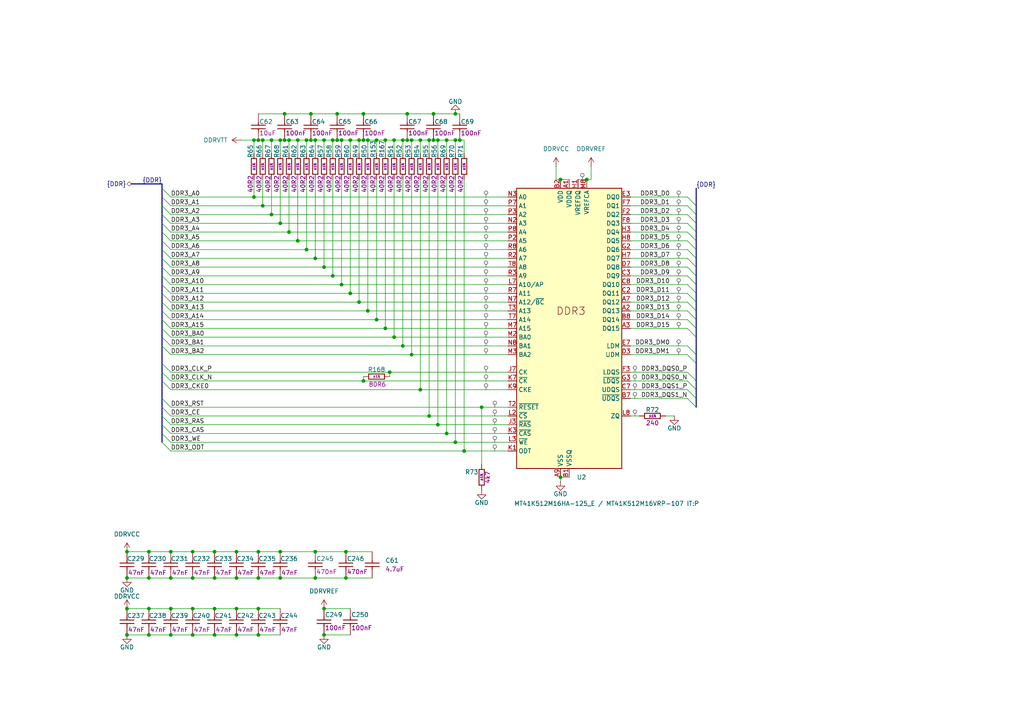
<source format=kicad_sch>
(kicad_sch (version 20250114) (generator "eeschema") (generator_version "9.0")
  (paper "A4")
  (title_block (date "2025-04-18") (rev "${rev}") (company "${name}") (comment 1 "${author}"))
  (junction (at 86.36 40.64))
  (junction (at 73.66 40.64))
  (junction (at 68.58 184.15))
  (junction (at 93.98 176.53))
  (junction (at 49.53 184.15))
  (junction (at 36.83 176.53))
  (junction (at 114.3 40.64))
  (junction (at 55.88 160.02))
  (junction (at 100.33 167.64))
  (junction (at 111.76 95.25))
  (junction (at 68.58 160.02))
  (junction (at 49.53 160.02))
  (junction (at 82.55 33.02))
  (junction (at 74.93 40.64))
  (junction (at 101.6 40.64))
  (junction (at 133.35 40.64))
  (junction (at 111.76 40.64))
  (junction (at 127 40.64))
  (junction (at 127 123.19))
  (junction (at 162.56 52.07))
  (junction (at 62.23 184.15))
  (junction (at 97.79 40.64))
  (junction (at 132.08 40.64))
  (junction (at 96.52 40.64))
  (junction (at 90.17 33.02))
  (junction (at 129.54 40.64))
  (junction (at 68.58 176.53))
  (junction (at 68.58 167.64))
  (junction (at 105.41 40.64))
  (junction (at 114.3 97.79))
  (junction (at 81.28 64.77))
  (junction (at 55.88 176.53))
  (junction (at 119.38 102.87))
  (junction (at 132.08 128.27))
  (junction (at 74.93 184.15))
  (junction (at 121.92 40.64))
  (junction (at 74.93 176.53))
  (junction (at 119.38 40.64))
  (junction (at 88.9 40.64))
  (junction (at 132.08 33.02))
  (junction (at 170.18 52.07))
  (junction (at 116.84 40.64))
  (junction (at 74.93 160.02))
  (junction (at 106.68 90.17))
  (junction (at 88.9 72.39))
  (junction (at 55.88 167.64))
  (junction (at 96.52 80.01))
  (junction (at 36.83 167.64))
  (junction (at 43.18 160.02))
  (junction (at 105.41 33.02))
  (junction (at 93.98 77.47))
  (junction (at 49.53 176.53))
  (junction (at 104.14 87.63))
  (junction (at 73.66 57.15))
  (junction (at 78.74 62.23))
  (junction (at 124.46 120.65))
  (junction (at 93.98 40.64))
  (junction (at 62.23 160.02))
  (junction (at 100.33 160.02))
  (junction (at 82.55 40.64))
  (junction (at 134.62 130.81))
  (junction (at 62.23 167.64))
  (junction (at 81.28 40.64))
  (junction (at 36.83 160.02))
  (junction (at 93.98 184.15))
  (junction (at 43.18 167.64))
  (junction (at 43.18 176.53))
  (junction (at 106.68 40.64))
  (junction (at 104.14 40.64))
  (junction (at 109.22 92.71))
  (junction (at 99.06 40.64))
  (junction (at 121.92 113.03))
  (junction (at 97.79 33.02))
  (junction (at 86.36 69.85))
  (junction (at 109.22 40.64))
  (junction (at 139.7 118.11))
  (junction (at 76.2 59.69))
  (junction (at 91.44 74.93))
  (junction (at 62.23 176.53))
  (junction (at 113.03 107.95))
  (junction (at 124.46 40.64))
  (junction (at 55.88 184.15))
  (junction (at 101.6 85.09))
  (junction (at 83.82 40.64))
  (junction (at 99.06 82.55))
  (junction (at 83.82 67.31))
  (junction (at 129.54 125.73))
  (junction (at 81.28 160.02))
  (junction (at 74.93 167.64))
  (junction (at 116.84 100.33))
  (junction (at 36.83 184.15))
  (junction (at 105.41 110.49))
  (junction (at 43.18 184.15))
  (junction (at 76.2 40.64))
  (junction (at 91.44 160.02))
  (junction (at 118.11 40.64))
  (junction (at 125.73 33.02))
  (junction (at 125.73 40.64))
  (junction (at 91.44 167.64))
  (junction (at 90.17 40.64))
  (junction (at 49.53 167.64))
  (junction (at 78.74 40.64))
  (junction (at 162.56 138.43))
  (junction (at 118.11 33.02))
  (junction (at 91.44 40.64))
  (junction (at 81.28 167.64))
  (bus_entry (at 199.39 67.31) (size 2.54 2.54))
  (bus_entry (at 199.39 62.23) (size 2.54 2.54))
  (bus_entry (at 46.99 120.65) (size 2.54 2.54))
  (bus_entry (at 199.39 95.25) (size 2.54 2.54))
  (bus_entry (at 46.99 54.61) (size 2.54 2.54))
  (bus_entry (at 46.99 72.39) (size 2.54 2.54))
  (bus_entry (at 46.99 82.55) (size 2.54 2.54))
  (bus_entry (at 199.39 85.09) (size 2.54 2.54))
  (bus_entry (at 46.99 123.19) (size 2.54 2.54))
  (bus_entry (at 46.99 67.31) (size 2.54 2.54))
  (bus_entry (at 199.39 74.93) (size 2.54 2.54))
  (bus_entry (at 46.99 77.47) (size 2.54 2.54))
  (bus_entry (at 46.99 80.01) (size 2.54 2.54))
  (bus_entry (at 199.39 90.17) (size 2.54 2.54))
  (bus_entry (at 199.39 59.69) (size 2.54 2.54))
  (bus_entry (at 199.39 64.77) (size 2.54 2.54))
  (bus_entry (at 199.39 80.01) (size 2.54 2.54))
  (bus_entry (at 46.99 90.17) (size 2.54 2.54))
  (bus_entry (at 46.99 69.85) (size 2.54 2.54))
  (bus_entry (at 46.99 64.77) (size 2.54 2.54))
  (bus_entry (at 46.99 107.95) (size 2.54 2.54))
  (bus_entry (at 199.39 92.71) (size 2.54 2.54))
  (bus_entry (at 199.39 87.63) (size 2.54 2.54))
  (bus_entry (at 46.99 95.25) (size 2.54 2.54))
  (bus_entry (at 46.99 85.09) (size 2.54 2.54))
  (bus_entry (at 199.39 113.03) (size 2.54 2.54))
  (bus_entry (at 46.99 128.27) (size 2.54 2.54))
  (bus_entry (at 199.39 82.55) (size 2.54 2.54))
  (bus_entry (at 46.99 74.93) (size 2.54 2.54))
  (bus_entry (at 46.99 110.49) (size 2.54 2.54))
  (bus_entry (at 46.99 97.79) (size 2.54 2.54))
  (bus_entry (at 199.39 69.85) (size 2.54 2.54))
  (bus_entry (at 199.39 115.57) (size 2.54 2.54))
  (bus_entry (at 46.99 115.57) (size 2.54 2.54))
  (bus_entry (at 199.39 100.33) (size 2.54 2.54))
  (bus_entry (at 46.99 62.23) (size 2.54 2.54))
  (bus_entry (at 199.39 110.49) (size 2.54 2.54))
  (bus_entry (at 199.39 57.15) (size 2.54 2.54))
  (bus_entry (at 46.99 125.73) (size 2.54 2.54))
  (bus_entry (at 46.99 59.69) (size 2.54 2.54))
  (bus_entry (at 46.99 57.15) (size 2.54 2.54))
  (bus_entry (at 46.99 118.11) (size 2.54 2.54))
  (bus_entry (at 46.99 87.63) (size 2.54 2.54))
  (bus_entry (at 46.99 105.41) (size 2.54 2.54))
  (bus_entry (at 46.99 100.33) (size 2.54 2.54))
  (bus_entry (at 199.39 102.87) (size 2.54 2.54))
  (bus_entry (at 199.39 72.39) (size 2.54 2.54))
  (bus_entry (at 199.39 77.47) (size 2.54 2.54))
  (bus_entry (at 199.39 107.95) (size 2.54 2.54))
  (bus_entry (at 46.99 92.71) (size 2.54 2.54))
  (wire (pts (xy 106.68 40.64) (xy 109.22 40.64)))
  (wire (pts (xy 113.03 107.95) (xy 147.32 107.95)))
  (bus (pts (xy 46.99 74.93) (xy 46.99 77.47)))
  (wire (pts (xy 43.18 184.15) (xy 49.53 184.15)))
  (wire (pts (xy 74.93 167.64) (xy 81.28 167.64)))
  (wire (pts (xy 86.36 40.64) (xy 88.9 40.64)))
  (wire (pts (xy 36.83 176.53) (xy 43.18 176.53)))
  (wire (pts (xy 36.83 167.64) (xy 43.18 167.64)))
  (wire (pts (xy 125.73 40.64) (xy 124.46 40.64)))
  (wire (pts (xy 132.08 40.64) (xy 132.08 44.45)))
  (bus (pts (xy 201.93 92.71) (xy 201.93 95.25)))
  (bus (pts (xy 201.93 110.49) (xy 201.93 113.03)))
  (wire (pts (xy 49.53 69.85) (xy 86.36 69.85)))
  (wire (pts (xy 93.98 184.15) (xy 101.6 184.15)))
  (bus (pts (xy 201.93 64.77) (xy 201.93 67.31)))
  (wire (pts (xy 99.06 40.64) (xy 101.6 40.64)))
  (wire (pts (xy 78.74 52.07) (xy 78.74 62.23)))
  (wire (pts (xy 68.58 176.53) (xy 74.93 176.53)))
  (wire (pts (xy 49.53 62.23) (xy 78.74 62.23)))
  (bus (pts (xy 46.99 59.69) (xy 46.99 62.23)))
  (wire (pts (xy 182.88 110.49) (xy 199.39 110.49)))
  (wire (pts (xy 132.08 52.07) (xy 132.08 128.27)))
  (bus (pts (xy 201.93 105.41) (xy 201.93 110.49)))
  (wire (pts (xy 182.88 59.69) (xy 199.39 59.69)))
  (wire (pts (xy 161.29 48.26) (xy 161.29 52.07)))
  (wire (pts (xy 116.84 52.07) (xy 116.84 100.33)))
  (wire (pts (xy 49.53 125.73) (xy 129.54 125.73)))
  (wire (pts (xy 74.93 160.02) (xy 81.28 160.02)))
  (wire (pts (xy 88.9 72.39) (xy 147.32 72.39)))
  (wire (pts (xy 162.56 52.07) (xy 165.1 52.07)))
  (bus (pts (xy 46.99 64.77) (xy 46.99 67.31)))
  (bus (pts (xy 201.93 97.79) (xy 201.93 102.87)))
  (wire (pts (xy 49.53 87.63) (xy 104.14 87.63)))
  (bus (pts (xy 46.99 123.19) (xy 46.99 125.73)))
  (bus (pts (xy 46.99 85.09) (xy 46.99 87.63)))
  (wire (pts (xy 114.3 40.64) (xy 114.3 44.45)))
  (wire (pts (xy 105.41 33.02) (xy 118.11 33.02)))
  (wire (pts (xy 97.79 40.64) (xy 99.06 40.64)))
  (wire (pts (xy 43.18 167.64) (xy 49.53 167.64)))
  (wire (pts (xy 182.88 102.87) (xy 199.39 102.87)))
  (wire (pts (xy 49.53 64.77) (xy 81.28 64.77)))
  (wire (pts (xy 125.73 33.02) (xy 132.08 33.02)))
  (wire (pts (xy 193.04 120.65) (xy 195.58 120.65)))
  (wire (pts (xy 182.88 82.55) (xy 199.39 82.55)))
  (wire (pts (xy 43.18 176.53) (xy 49.53 176.53)))
  (bus (pts (xy 46.99 105.41) (xy 46.99 107.95)))
  (wire (pts (xy 74.93 40.64) (xy 76.2 40.64)))
  (wire (pts (xy 90.17 40.64) (xy 88.9 40.64)))
  (bus (pts (xy 46.99 107.95) (xy 46.99 110.49)))
  (wire (pts (xy 129.54 40.64) (xy 132.08 40.64)))
  (wire (pts (xy 105.41 40.64) (xy 104.14 40.64)))
  (wire (pts (xy 73.66 40.64) (xy 74.93 40.64)))
  (wire (pts (xy 49.53 130.81) (xy 134.62 130.81)))
  (bus (pts (xy 46.99 77.47) (xy 46.99 80.01)))
  (wire (pts (xy 49.53 113.03) (xy 121.92 113.03)))
  (wire (pts (xy 133.35 40.64) (xy 134.62 40.64)))
  (bus (pts (xy 201.93 69.85) (xy 201.93 72.39)))
  (wire (pts (xy 81.28 64.77) (xy 147.32 64.77)))
  (wire (pts (xy 49.53 102.87) (xy 119.38 102.87)))
  (wire (pts (xy 90.17 33.02) (xy 97.79 33.02)))
  (wire (pts (xy 49.53 85.09) (xy 101.6 85.09)))
  (wire (pts (xy 49.53 80.01) (xy 96.52 80.01)))
  (wire (pts (xy 119.38 52.07) (xy 119.38 102.87)))
  (wire (pts (xy 182.88 57.15) (xy 199.39 57.15)))
  (wire (pts (xy 49.53 72.39) (xy 88.9 72.39)))
  (wire (pts (xy 49.53 120.65) (xy 124.46 120.65)))
  (wire (pts (xy 68.58 167.64) (xy 74.93 167.64)))
  (wire (pts (xy 96.52 52.07) (xy 96.52 80.01)))
  (wire (pts (xy 125.73 40.64) (xy 127 40.64)))
  (wire (pts (xy 182.88 64.77) (xy 199.39 64.77)))
  (bus (pts (xy 46.99 110.49) (xy 46.99 115.57)))
  (wire (pts (xy 185.42 120.65) (xy 182.88 120.65)))
  (wire (pts (xy 88.9 40.64) (xy 88.9 44.45)))
  (wire (pts (xy 49.53 110.49) (xy 105.41 110.49)))
  (wire (pts (xy 100.33 167.64) (xy 107.95 167.64)))
  (wire (pts (xy 68.58 184.15) (xy 74.93 184.15)))
  (wire (pts (xy 93.98 40.64) (xy 96.52 40.64)))
  (wire (pts (xy 182.88 85.09) (xy 199.39 85.09)))
  (wire (pts (xy 101.6 40.64) (xy 101.6 44.45)))
  (bus (pts (xy 201.93 95.25) (xy 201.93 97.79)))
  (wire (pts (xy 96.52 40.64) (xy 97.79 40.64)))
  (wire (pts (xy 91.44 160.02) (xy 100.33 160.02)))
  (wire (pts (xy 81.28 40.64) (xy 81.28 44.45)))
  (wire (pts (xy 78.74 40.64) (xy 81.28 40.64)))
  (wire (pts (xy 182.88 74.93) (xy 199.39 74.93)))
  (bus (pts (xy 201.93 85.09) (xy 201.93 87.63)))
  (wire (pts (xy 182.88 90.17) (xy 199.39 90.17)))
  (wire (pts (xy 96.52 80.01) (xy 147.32 80.01)))
  (wire (pts (xy 49.53 57.15) (xy 73.66 57.15)))
  (bus (pts (xy 46.99 95.25) (xy 46.99 97.79)))
  (wire (pts (xy 96.52 40.64) (xy 96.52 44.45)))
  (wire (pts (xy 62.23 184.15) (xy 68.58 184.15)))
  (wire (pts (xy 124.46 40.64) (xy 124.46 44.45)))
  (wire (pts (xy 170.18 52.07) (xy 171.45 52.07)))
  (wire (pts (xy 182.88 113.03) (xy 199.39 113.03)))
  (wire (pts (xy 49.53 77.47) (xy 93.98 77.47)))
  (wire (pts (xy 93.98 52.07) (xy 93.98 77.47)))
  (wire (pts (xy 119.38 40.64) (xy 119.38 44.45)))
  (wire (pts (xy 99.06 82.55) (xy 147.32 82.55)))
  (wire (pts (xy 91.44 52.07) (xy 91.44 74.93)))
  (bus (pts (xy 201.93 90.17) (xy 201.93 92.71)))
  (wire (pts (xy 121.92 52.07) (xy 121.92 113.03)))
  (bus (pts (xy 201.93 74.93) (xy 201.93 77.47)))
  (wire (pts (xy 76.2 40.64) (xy 78.74 40.64)))
  (wire (pts (xy 49.53 90.17) (xy 106.68 90.17)))
  (wire (pts (xy 109.22 52.07) (xy 109.22 92.71)))
  (wire (pts (xy 49.53 184.15) (xy 55.88 184.15)))
  (wire (pts (xy 106.68 40.64) (xy 106.68 44.45)))
  (wire (pts (xy 69.85 40.64) (xy 73.66 40.64)))
  (wire (pts (xy 93.98 40.64) (xy 93.98 44.45)))
  (wire (pts (xy 134.62 44.45) (xy 134.62 40.64)))
  (wire (pts (xy 74.93 33.02) (xy 82.55 33.02)))
  (bus (pts (xy 46.99 69.85) (xy 46.99 72.39)))
  (wire (pts (xy 101.6 85.09) (xy 147.32 85.09)))
  (wire (pts (xy 182.88 92.71) (xy 199.39 92.71)))
  (wire (pts (xy 111.76 95.25) (xy 147.32 95.25)))
  (wire (pts (xy 49.53 167.64) (xy 55.88 167.64)))
  (wire (pts (xy 76.2 59.69) (xy 147.32 59.69)))
  (wire (pts (xy 182.88 77.47) (xy 199.39 77.47)))
  (wire (pts (xy 104.14 87.63) (xy 147.32 87.63)))
  (bus (pts (xy 201.93 62.23) (xy 201.93 64.77)))
  (wire (pts (xy 182.88 115.57) (xy 199.39 115.57)))
  (wire (pts (xy 49.53 97.79) (xy 114.3 97.79)))
  (wire (pts (xy 49.53 100.33) (xy 116.84 100.33)))
  (wire (pts (xy 106.68 52.07) (xy 106.68 90.17)))
  (wire (pts (xy 182.88 62.23) (xy 199.39 62.23)))
  (wire (pts (xy 91.44 40.64) (xy 91.44 44.45)))
  (wire (pts (xy 55.88 176.53) (xy 62.23 176.53)))
  (wire (pts (xy 83.82 40.64) (xy 83.82 44.45)))
  (wire (pts (xy 74.93 184.15) (xy 81.28 184.15)))
  (wire (pts (xy 88.9 52.07) (xy 88.9 72.39)))
  (wire (pts (xy 129.54 52.07) (xy 129.54 125.73)))
  (wire (pts (xy 182.88 72.39) (xy 199.39 72.39)))
  (bus (pts (xy 201.93 80.01) (xy 201.93 82.55)))
  (bus (pts (xy 46.99 80.01) (xy 46.99 82.55)))
  (wire (pts (xy 81.28 167.64) (xy 91.44 167.64)))
  (wire (pts (xy 36.83 160.02) (xy 43.18 160.02)))
  (bus (pts (xy 46.99 54.61) (xy 46.99 57.15)))
  (wire (pts (xy 139.7 118.11) (xy 147.32 118.11)))
  (wire (pts (xy 90.17 40.64) (xy 91.44 40.64)))
  (wire (pts (xy 100.33 160.02) (xy 107.95 160.02)))
  (bus (pts (xy 201.93 82.55) (xy 201.93 85.09)))
  (wire (pts (xy 105.41 40.64) (xy 106.68 40.64)))
  (wire (pts (xy 182.88 87.63) (xy 199.39 87.63)))
  (wire (pts (xy 91.44 74.93) (xy 147.32 74.93)))
  (bus (pts (xy 201.93 67.31) (xy 201.93 69.85)))
  (wire (pts (xy 109.22 40.64) (xy 109.22 44.45)))
  (wire (pts (xy 182.88 107.95) (xy 199.39 107.95)))
  (wire (pts (xy 116.84 40.64) (xy 116.84 44.45)))
  (wire (pts (xy 68.58 160.02) (xy 74.93 160.02)))
  (bus (pts (xy 46.99 87.63) (xy 46.99 90.17)))
  (bus (pts (xy 46.99 118.11) (xy 46.99 120.65)))
  (wire (pts (xy 55.88 160.02) (xy 62.23 160.02)))
  (bus (pts (xy 46.99 67.31) (xy 46.99 69.85)))
  (wire (pts (xy 74.93 176.53) (xy 81.28 176.53)))
  (bus (pts (xy 38.1 53.34) (xy 46.99 53.34)))
  (wire (pts (xy 49.53 160.02) (xy 55.88 160.02)))
  (bus (pts (xy 201.93 59.69) (xy 201.93 62.23)))
  (wire (pts (xy 55.88 167.64) (xy 62.23 167.64)))
  (wire (pts (xy 73.66 57.15) (xy 147.32 57.15)))
  (wire (pts (xy 49.53 107.95) (xy 113.03 107.95)))
  (bus (pts (xy 46.99 90.17) (xy 46.99 92.71)))
  (wire (pts (xy 127 123.19) (xy 147.32 123.19)))
  (wire (pts (xy 139.7 118.11) (xy 139.7 134.62)))
  (wire (pts (xy 119.38 40.64) (xy 121.92 40.64)))
  (wire (pts (xy 82.55 40.64) (xy 81.28 40.64)))
  (wire (pts (xy 121.92 40.64) (xy 124.46 40.64)))
  (wire (pts (xy 73.66 40.64) (xy 73.66 44.45)))
  (wire (pts (xy 127 40.64) (xy 127 44.45)))
  (bus (pts (xy 201.93 113.03) (xy 201.93 115.57)))
  (wire (pts (xy 161.29 52.07) (xy 162.56 52.07)))
  (bus (pts (xy 201.93 115.57) (xy 201.93 118.11)))
  (wire (pts (xy 118.11 33.02) (xy 125.73 33.02)))
  (wire (pts (xy 49.53 74.93) (xy 91.44 74.93)))
  (wire (pts (xy 116.84 40.64) (xy 118.11 40.64)))
  (wire (pts (xy 78.74 40.64) (xy 78.74 44.45)))
  (wire (pts (xy 111.76 40.64) (xy 111.76 44.45)))
  (wire (pts (xy 49.53 118.11) (xy 139.7 118.11)))
  (wire (pts (xy 82.55 33.02) (xy 90.17 33.02)))
  (wire (pts (xy 162.56 138.43) (xy 165.1 138.43)))
  (bus (pts (xy 46.99 120.65) (xy 46.99 123.19)))
  (bus (pts (xy 46.99 115.57) (xy 46.99 118.11)))
  (bus (pts (xy 46.99 62.23) (xy 46.99 64.77)))
  (wire (pts (xy 36.83 184.15) (xy 43.18 184.15)))
  (wire (pts (xy 114.3 52.07) (xy 114.3 97.79)))
  (wire (pts (xy 49.53 92.71) (xy 109.22 92.71)))
  (wire (pts (xy 119.38 102.87) (xy 147.32 102.87)))
  (bus (pts (xy 46.99 72.39) (xy 46.99 74.93)))
  (wire (pts (xy 86.36 69.85) (xy 147.32 69.85)))
  (wire (pts (xy 73.66 52.07) (xy 73.66 57.15)))
  (wire (pts (xy 182.88 80.01) (xy 199.39 80.01)))
  (bus (pts (xy 46.99 82.55) (xy 46.99 85.09)))
  (wire (pts (xy 111.76 52.07) (xy 111.76 95.25)))
  (wire (pts (xy 99.06 40.64) (xy 99.06 44.45)))
  (wire (pts (xy 76.2 40.64) (xy 76.2 44.45)))
  (wire (pts (xy 101.6 52.07) (xy 101.6 85.09)))
  (wire (pts (xy 111.76 40.64) (xy 114.3 40.64)))
  (wire (pts (xy 49.53 95.25) (xy 111.76 95.25)))
  (wire (pts (xy 182.88 100.33) (xy 199.39 100.33)))
  (wire (pts (xy 93.98 176.53) (xy 101.6 176.53)))
  (bus (pts (xy 46.99 92.71) (xy 46.99 95.25)))
  (bus (pts (xy 46.99 53.34) (xy 46.99 54.61)))
  (wire (pts (xy 113.03 107.95) (xy 113.03 109.22)))
  (wire (pts (xy 99.06 52.07) (xy 99.06 82.55)))
  (wire (pts (xy 49.53 82.55) (xy 99.06 82.55)))
  (bus (pts (xy 201.93 72.39) (xy 201.93 74.93)))
  (wire (pts (xy 162.56 138.43) (xy 162.56 139.7)))
  (wire (pts (xy 78.74 62.23) (xy 147.32 62.23)))
  (bus (pts (xy 46.99 125.73) (xy 46.99 128.27)))
  (wire (pts (xy 93.98 77.47) (xy 147.32 77.47)))
  (wire (pts (xy 83.82 52.07) (xy 83.82 67.31)))
  (wire (pts (xy 105.41 110.49) (xy 147.32 110.49)))
  (wire (pts (xy 116.84 100.33) (xy 147.32 100.33)))
  (wire (pts (xy 124.46 120.65) (xy 147.32 120.65)))
  (wire (pts (xy 127 40.64) (xy 129.54 40.64)))
  (wire (pts (xy 118.11 40.64) (xy 119.38 40.64)))
  (wire (pts (xy 114.3 97.79) (xy 147.32 97.79)))
  (wire (pts (xy 49.53 128.27) (xy 132.08 128.27)))
  (wire (pts (xy 97.79 33.02) (xy 105.41 33.02)))
  (bus (pts (xy 46.99 57.15) (xy 46.99 59.69)))
  (bus (pts (xy 201.93 102.87) (xy 201.93 105.41)))
  (wire (pts (xy 62.23 176.53) (xy 68.58 176.53)))
  (wire (pts (xy 49.53 176.53) (xy 55.88 176.53)))
  (wire (pts (xy 76.2 52.07) (xy 76.2 59.69)))
  (wire (pts (xy 124.46 52.07) (xy 124.46 120.65)))
  (wire (pts (xy 101.6 40.64) (xy 104.14 40.64)))
  (wire (pts (xy 91.44 167.64) (xy 100.33 167.64)))
  (wire (pts (xy 129.54 40.64) (xy 129.54 44.45)))
  (wire (pts (xy 182.88 67.31) (xy 199.39 67.31)))
  (bus (pts (xy 46.99 100.33) (xy 46.99 105.41)))
  (wire (pts (xy 86.36 40.64) (xy 86.36 44.45)))
  (wire (pts (xy 49.53 59.69) (xy 76.2 59.69)))
  (wire (pts (xy 133.35 33.02) (xy 132.08 33.02)))
  (wire (pts (xy 134.62 130.81) (xy 147.32 130.81)))
  (wire (pts (xy 55.88 184.15) (xy 62.23 184.15)))
  (wire (pts (xy 134.62 52.07) (xy 134.62 130.81)))
  (wire (pts (xy 182.88 69.85) (xy 199.39 69.85)))
  (wire (pts (xy 82.55 40.64) (xy 83.82 40.64)))
  (wire (pts (xy 104.14 52.07) (xy 104.14 87.63)))
  (wire (pts (xy 62.23 167.64) (xy 68.58 167.64)))
  (wire (pts (xy 83.82 40.64) (xy 86.36 40.64)))
  (wire (pts (xy 81.28 160.02) (xy 91.44 160.02)))
  (wire (pts (xy 83.82 67.31) (xy 147.32 67.31)))
  (wire (pts (xy 109.22 40.64) (xy 111.76 40.64)))
  (wire (pts (xy 104.14 40.64) (xy 104.14 44.45)))
  (wire (pts (xy 91.44 40.64) (xy 93.98 40.64)))
  (wire (pts (xy 171.45 52.07) (xy 171.45 48.26)))
  (wire (pts (xy 86.36 52.07) (xy 86.36 69.85)))
  (bus (pts (xy 201.93 54.61) (xy 201.93 59.69)))
  (bus (pts (xy 46.99 97.79) (xy 46.99 100.33)))
  (bus (pts (xy 201.93 77.47) (xy 201.93 80.01)))
  (wire (pts (xy 81.28 52.07) (xy 81.28 64.77)))
  (wire (pts (xy 49.53 67.31) (xy 83.82 67.31)))
  (wire (pts (xy 43.18 160.02) (xy 49.53 160.02)))
  (wire (pts (xy 121.92 113.03) (xy 147.32 113.03)))
  (bus (pts (xy 201.93 87.63) (xy 201.93 90.17)))
  (wire (pts (xy 114.3 40.64) (xy 116.84 40.64)))
  (wire (pts (xy 106.68 90.17) (xy 147.32 90.17)))
  (wire (pts (xy 109.22 92.71) (xy 147.32 92.71)))
  (wire (pts (xy 62.23 160.02) (xy 68.58 160.02)))
  (wire (pts (xy 132.08 40.64) (xy 133.35 40.64)))
  (wire (pts (xy 105.41 109.22) (xy 105.41 110.49)))
  (wire (pts (xy 167.64 52.07) (xy 170.18 52.07)))
  (wire (pts (xy 129.54 125.73) (xy 147.32 125.73)))
  (wire (pts (xy 127 52.07) (xy 127 123.19)))
  (wire (pts (xy 132.08 128.27) (xy 147.32 128.27)))
  (wire (pts (xy 182.88 95.25) (xy 199.39 95.25)))
  (wire (pts (xy 121.92 40.64) (xy 121.92 44.45)))
  (wire (pts (xy 49.53 123.19) (xy 127 123.19)))
  (label "DDR3_A15" (at 49.53 95.25 0))
  (label "DDR3_D13" (at 194.31 90.17 180))
  (label "DDR3_BA1" (at 49.53 100.33 0))
  (label "DDR3_A11" (at 49.53 85.09 0))
  (label "DDR3_CKE0" (at 49.53 113.03 0))
  (label "DDR3_A7" (at 49.53 74.93 0))
  (label "DDR3_ODT" (at 49.53 130.81 0))
  (label "DDR3_DQS0_P" (at 199.39 107.95 180))
  (label "DDR3_CAS" (at 49.53 125.73 0))
  (label "DDR3_A8" (at 49.53 77.47 0))
  (label "DDR3_DQS1_N" (at 199.39 115.57 180))
  (label "DDR3_DQS0_N" (at 199.39 110.49 180))
  (label "DDR3_DM1" (at 194.31 102.87 180))
  (label "DDR3_CLK_N" (at 49.53 110.49 0))
  (label "DDR3_DM0" (at 194.31 100.33 180))
  (label "DDR3_D5" (at 194.31 69.85 180))
  (label "DDR3_WE" (at 49.53 128.27 0))
  (label "DDR3_BA2" (at 49.53 102.87 0))
  (label "DDR3_A2" (at 49.53 62.23 0))
  (label "DDR3_A3" (at 49.53 64.77 0))
  (label "DDR3_D2" (at 194.31 62.23 180))
  (label "DDR3_CLK_P" (at 49.53 107.95 0))
  (label "DDR3_D11" (at 194.31 85.09 180))
  (label "DDR3_DQS1_P" (at 199.39 113.03 180))
  (label "{DDR}" (at 46.99 53.34 180))
  (label "{DDR}" (at 201.93 54.61 0))
  (label "DDR3_D12" (at 194.31 87.63 180))
  (label "DDR3_A5" (at 49.53 69.85 0))
  (label "DDR3_A13" (at 49.53 90.17 0))
  (label "DDR3_A1" (at 49.53 59.69 0))
  (label "DDR3_A9" (at 49.53 80.01 0))
  (label "DDR3_D14" (at 194.31 92.71 180))
  (label "DDR3_D8" (at 194.31 77.47 180))
  (label "DDR3_D6" (at 194.31 72.39 180))
  (label "DDR3_A4" (at 49.53 67.31 0))
  (label "DDR3_A14" (at 49.53 92.71 0))
  (label "DDR3_D1" (at 194.31 59.69 180))
  (label "DDR3_D15" (at 194.31 95.25 180))
  (label "DDR3_CE" (at 49.53 120.65 0))
  (label "DDR3_RAS" (at 49.53 123.19 0))
  (label "DDR3_A0" (at 49.53 57.15 0))
  (label "DDR3_D3" (at 194.31 64.77 180))
  (label "DDR3_D4" (at 194.31 67.31 180))
  (label "DDR3_A12" (at 49.53 87.63 0))
  (label "DDR3_BA0" (at 49.53 97.79 0))
  (label "DDR3_A10" (at 49.53 82.55 0))
  (label "DDR3_D0" (at 194.31 57.15 180))
  (label "DDR3_RST" (at 49.53 118.11 0))
  (label "DDR3_D7" (at 194.31 74.93 180))
  (label "DDR3_D10" (at 194.31 82.55 180))
  (label "DDR3_D9" (at 194.31 80.01 180))
  (label "DDR3_A6" (at 49.53 72.39 0))
  (hierarchical_label "{DDR}" (shape bidirectional) (at 38.1 53.34 180))
  (netclass_flag "" (length 1.27) (shape round) (at 196.85 90.17 0) (property "Netclass" "DDR_FAST" (effects (hide yes))))
  (netclass_flag "" (length 1.27) (shape round) (at 140.97 62.23 0) (property "Netclass" "DDR_MID" (effects (hide yes))))
  (netclass_flag "" (length 1.27) (shape round) (at 140.97 67.31 0) (property "Netclass" "DDR_MID" (effects (hide yes))))
  (netclass_flag "" (length 1.27) (shape round) (at 143.51 125.73 0) (property "Netclass" "DDR_MID" (effects (hide yes))))
  (netclass_flag "" (length 1.27) (shape round) (at 143.51 130.81 0) (property "Netclass" "DDR_MID" (effects (hide yes))))
  (netclass_flag "" (length 1.27) (shape round) (at 196.85 82.55 0) (property "Netclass" "DDR_FAST" (effects (hide yes))))
  (netclass_flag "" (length 1.27) (shape round) (at 140.97 69.85 0) (property "Netclass" "DDR_MID" (effects (hide yes))))
  (netclass_flag "" (length 1.27) (shape round) (at 184.15 110.49 0) (property "Netclass" "DDR_FAST" (effects (hide yes))))
  (netclass_flag "" (length 1.27) (shape round) (at 140.97 100.33 0) (property "Netclass" "DDR_MID" (effects (hide yes))))
  (netclass_flag "" (length 1.27) (shape round) (at 140.97 90.17 0) (property "Netclass" "DDR_MID" (effects (hide yes))))
  (netclass_flag "" (length 1.27) (shape round) (at 140.97 64.77 0) (property "Netclass" "DDR_MID" (effects (hide yes))))
  (netclass_flag "" (length 1.27) (shape round) (at 140.97 80.01 0) (property "Netclass" "DDR_MID" (effects (hide yes))))
  (netclass_flag "" (length 1.27) (shape round) (at 196.85 64.77 0) (property "Netclass" "DDR_FAST" (effects (hide yes))))
  (netclass_flag "" (length 1.27) (shape round) (at 196.85 59.69 0) (property "Netclass" "DDR_FAST" (effects (hide yes))))
  (netclass_flag "" (length 1.27) (shape round) (at 143.51 120.65 0) (property "Netclass" "DDR_MID" (effects (hide yes))))
  (netclass_flag "" (length 1.27) (shape round) (at 140.97 57.15 0) (property "Netclass" "DDR_MID" (effects (hide yes))))
  (netclass_flag "" (length 1.27) (shape round) (at 140.97 74.93 0) (property "Netclass" "DDR_MID" (effects (hide yes))))
  (netclass_flag "" (length 1.27) (shape round) (at 196.85 67.31 0) (property "Netclass" "DDR_FAST" (effects (hide yes))))
  (netclass_flag "" (length 1.27) (shape round) (at 196.85 85.09 0) (property "Netclass" "DDR_FAST" (effects (hide yes))))
  (netclass_flag "" (length 1.27) (shape round) (at 168.91 52.07 0) (property "Netclass" "DDR_CLEAN" (effects (hide yes))))
  (netclass_flag "" (length 1.27) (shape round) (at 140.97 107.95 0) (property "Netclass" "DDR_FAST" (effects (hide yes))))
  (netclass_flag "" (length 1.27) (shape round) (at 140.97 95.25 0) (property "Netclass" "DDR_MID" (effects (hide yes))))
  (netclass_flag "" (length 1.27) (shape round) (at 196.85 80.01 0) (property "Netclass" "DDR_FAST" (effects (hide yes))))
  (netclass_flag "" (length 1.27) (shape round) (at 143.51 123.19 0) (property "Netclass" "DDR_MID" (effects (hide yes))))
  (netclass_flag "" (length 1.27) (shape round) (at 196.85 57.15 0) (property "Netclass" "DDR_FAST" (effects (hide yes))))
  (netclass_flag "" (length 1.27) (shape round) (at 140.97 77.47 0) (property "Netclass" "DDR_MID" (effects (hide yes))))
  (netclass_flag "" (length 1.27) (shape round) (at 140.97 97.79 0) (property "Netclass" "DDR_MID" (effects (hide yes))))
  (netclass_flag "" (length 1.27) (shape round) (at 196.85 74.93 0) (property "Netclass" "DDR_FAST" (effects (hide yes))))
  (netclass_flag "" (length 1.27) (shape round) (at 196.85 102.87 0) (property "Netclass" "DDR_FAST" (effects (hide yes))))
  (netclass_flag "" (length 1.27) (shape round) (at 196.85 100.33 0) (property "Netclass" "DDR_FAST" (effects (hide yes))))
  (netclass_flag "" (length 1.27) (shape round) (at 140.97 72.39 0) (property "Netclass" "DDR_MID" (effects (hide yes))))
  (netclass_flag "" (length 1.27) (shape round) (at 140.97 113.03 0) (property "Netclass" "DDR_MID" (effects (hide yes))))
  (netclass_flag "" (length 1.27) (shape round) (at 196.85 87.63 0) (property "Netclass" "DDR_FAST" (effects (hide yes))))
  (netclass_flag "" (length 1.27) (shape round) (at 143.51 118.11 0) (property "Netclass" "DDR_MID" (effects (hide yes))))
  (netclass_flag "" (length 1.27) (shape round) (at 196.85 92.71 0) (property "Netclass" "DDR_FAST" (effects (hide yes))))
  (netclass_flag "" (length 1.27) (shape round) (at 196.85 77.47 0) (property "Netclass" "DDR_FAST" (effects (hide yes))))
  (netclass_flag "" (length 1.27) (shape round) (at 196.85 62.23 0) (property "Netclass" "DDR_FAST" (effects (hide yes))))
  (netclass_flag "" (length 1.27) (shape round) (at 184.15 115.57 0) (property "Netclass" "DDR_FAST" (effects (hide yes))))
  (netclass_flag "" (length 1.27) (shape round) (at 140.97 110.49 0) (property "Netclass" "DDR_FAST" (effects (hide yes))))
  (netclass_flag "" (length 1.27) (shape round) (at 140.97 92.71 0) (property "Netclass" "DDR_MID" (effects (hide yes))))
  (netclass_flag "" (length 1.27) (shape round) (at 196.85 69.85 0) (property "Netclass" "DDR_FAST" (effects (hide yes))))
  (netclass_flag "" (length 1.27) (shape round) (at 184.15 113.03 0) (property "Netclass" "DDR_FAST" (effects (hide yes))))
  (netclass_flag "" (length 1.27) (shape round) (at 184.15 107.95 0) (property "Netclass" "DDR_FAST" (effects (hide yes))))
  (netclass_flag "" (length 1.27) (shape round) (at 140.97 87.63 0) (property "Netclass" "DDR_MID" (effects (hide yes))))
  (netclass_flag "" (length 1.27) (shape round) (at 184.15 120.65 0) (property "Netclass" "DDR_CLEAN" (effects (hide yes))))
  (netclass_flag "" (length 1.27) (shape round) (at 196.85 95.25 0) (property "Netclass" "DDR_FAST" (effects (hide yes))))
  (netclass_flag "" (length 1.27) (shape round) (at 140.97 85.09 0) (property "Netclass" "DDR_MID" (effects (hide yes))))
  (netclass_flag "" (length 1.27) (shape round) (at 143.51 128.27 0) (property "Netclass" "DDR_MID" (effects (hide yes))))
  (netclass_flag "" (length 1.27) (shape round) (at 140.97 59.69 0) (property "Netclass" "DDR_MID" (effects (hide yes))))
  (netclass_flag "" (length 1.27) (shape round) (at 140.97 82.55 0) (property "Netclass" "DDR_MID" (effects (hide yes))))
  (netclass_flag "" (length 1.27) (shape round) (at 196.85 72.39 0) (property "Netclass" "DDR_FAST" (effects (hide yes))))
  (netclass_flag "" (length 1.27) (shape round) (at 140.97 102.87 0) (property "Netclass" "DDR_MID" (effects (hide yes))))
  (symbol (lib_id "Library_Symbol:R0402_40R2_1%_0.0625W_100PPM") (at 111.76 52.07 90) (unit 1)
    (property "Reference" "R167" (at 110.744 40.64 0) (effects (justify right)))
    (property "Value" "R0402_40R2_1%_0.0625W_100PPM" (effects (hide yes)))
    (property "Footprint" "Footprint:RESC1005X40N" (effects (hide yes)))
    (property "Datasheet" "\\\\cern.ch\\dfs\\Applications\\Altium\\Datasheets\\R0402_VISHAY_CRCW e3.pdf" (effects (hide yes)))
    (property "Description" "General Purpose Thick Film Chip Resistor" (effects (hide yes)))
    (property "Tolerance" "±1%" (at 111.76 47.244 0) (effects (font (size 0.635 0.635)) (justify right)))
    (property "Val" "40R2" (at 110.744 50.8 0) (effects (justify right)))
    (property "Part Number" "R0402_40R2_1%_0.0625W_100PPM" (effects (hide yes)))
    (property "Library Ref" "Resistor - 1%" (effects (hide yes)))
    (property "Library Path" "SchLib\\Resistors.SchLib" (effects (hide yes)))
    (property "Comment" "40R2" (effects (hide yes)))
    (property "Component Kind" "Standard" (effects (hide yes)))
    (property "Component Type" "Standard" (effects (hide yes)))
    (property "PackageDescription" " " (effects (hide yes)))
    (property "Pin Count" "2" (effects (hide yes)))
    (property "Footprint Path" "PcbLib\\Resistors SMD.PcbLib" (effects (hide yes)))
    (property "Footprint Ref" "RESC1005X40N" (effects (hide yes)))
    (property "Status" "None" (effects (hide yes)))
    (property "Power" "0.0625W" (effects (hide yes)))
    (property "TC" "±100ppm/°C" (effects (hide yes)))
    (property "Voltage" " " (effects (hide yes)))
    (property "Part Description" "General Purpose Thick Film Chip Resistor" (effects (hide yes)))
    (property "Manufacturer" "GENERIC" (effects (hide yes)))
    (property "Manufacturer Part Number" "R0402_40R2_1%_0.0625W_100PPM" (effects (hide yes)))
    (property "Case" "0402" (effects (hide yes)))
    (property "PressFit" "No" (effects (hide yes)))
    (property "Mounted" "Yes" (effects (hide yes)))
    (property "Sense Comment" " " (effects (hide yes)))
    (property "Sense" "No" (effects (hide yes)))
    (property "Status Comment" " " (effects (hide yes)))
    (property "Socket" "No" (effects (hide yes)))
    (property "SMD" "Yes" (effects (hide yes)))
    (property "ComponentHeight" " " (effects (hide yes)))
    (property "Manufacturer1 Example" "VISHAY" (effects (hide yes)))
    (property "Manufacturer1 Part Number" "CRCW040240R2FK" (effects (hide yes)))
    (property "Manufacturer1 ComponentHeight" "0.4mm" (effects (hide yes)))
    (property "HelpURL" "\\\\cern.ch\\dfs\\Applications\\Altium\\Datasheets\\R0402_VISHAY_CRCW e3.pdf" (effects (hide yes)))
    (property "Author" "CERN DEM JLC" (effects (hide yes)))
    (property "CreateDate" "02/03/15 00:00:00" (effects (hide yes)))
    (property "LatestRevisionDate" "02/03/15 00:00:00" (effects (hide yes)))
    (property "Database Table Name" "Resistors" (effects (hide yes)))
    (property "Library Name" "Resistors SMD" (effects (hide yes)))
    (property "Footprint Library" "Resistors SMD" (effects (hide yes)))
    (property "License" "CC-BY-SA 4.0" (effects (hide yes)))
    (property "LCSC" "C25111" (effects (hide yes)))
  )
  (symbol (lib_id "Library_Symbol:R0402_40R2_1%_0.0625W_100PPM") (at 127 52.07 90) (unit 1)
    (property "Reference" "R56" (at 125.984 41.91 0) (effects (justify right)))
    (property "Value" "R0402_40R2_1%_0.0625W_100PPM" (effects (hide yes)))
    (property "Footprint" "Footprint:RESC1005X40N" (effects (hide yes)))
    (property "Datasheet" "\\\\cern.ch\\dfs\\Applications\\Altium\\Datasheets\\R0402_VISHAY_CRCW e3.pdf" (effects (hide yes)))
    (property "Description" "General Purpose Thick Film Chip Resistor" (effects (hide yes)))
    (property "Tolerance" "±1%" (at 127 47.244 0) (effects (font (size 0.635 0.635)) (justify right)))
    (property "Val" "40R2" (at 125.984 50.8 0) (effects (justify right)))
    (property "Part Number" "R0402_40R2_1%_0.0625W_100PPM" (effects (hide yes)))
    (property "Library Ref" "Resistor - 1%" (effects (hide yes)))
    (property "Library Path" "SchLib\\Resistors.SchLib" (effects (hide yes)))
    (property "Comment" "40R2" (effects (hide yes)))
    (property "Component Kind" "Standard" (effects (hide yes)))
    (property "Component Type" "Standard" (effects (hide yes)))
    (property "PackageDescription" " " (effects (hide yes)))
    (property "Pin Count" "2" (effects (hide yes)))
    (property "Footprint Path" "PcbLib\\Resistors SMD.PcbLib" (effects (hide yes)))
    (property "Footprint Ref" "RESC1005X40N" (effects (hide yes)))
    (property "Status" "None" (effects (hide yes)))
    (property "Power" "0.0625W" (effects (hide yes)))
    (property "TC" "±100ppm/°C" (effects (hide yes)))
    (property "Voltage" " " (effects (hide yes)))
    (property "Part Description" "General Purpose Thick Film Chip Resistor" (effects (hide yes)))
    (property "Manufacturer" "GENERIC" (effects (hide yes)))
    (property "Manufacturer Part Number" "R0402_40R2_1%_0.0625W_100PPM" (effects (hide yes)))
    (property "Case" "0402" (effects (hide yes)))
    (property "PressFit" "No" (effects (hide yes)))
    (property "Mounted" "Yes" (effects (hide yes)))
    (property "Sense Comment" " " (effects (hide yes)))
    (property "Sense" "No" (effects (hide yes)))
    (property "Status Comment" " " (effects (hide yes)))
    (property "Socket" "No" (effects (hide yes)))
    (property "SMD" "Yes" (effects (hide yes)))
    (property "ComponentHeight" " " (effects (hide yes)))
    (property "Manufacturer1 Example" "VISHAY" (effects (hide yes)))
    (property "Manufacturer1 Part Number" "CRCW040240R2FK" (effects (hide yes)))
    (property "Manufacturer1 ComponentHeight" "0.4mm" (effects (hide yes)))
    (property "HelpURL" "\\\\cern.ch\\dfs\\Applications\\Altium\\Datasheets\\R0402_VISHAY_CRCW e3.pdf" (effects (hide yes)))
    (property "Author" "CERN DEM JLC" (effects (hide yes)))
    (property "CreateDate" "02/03/15 00:00:00" (effects (hide yes)))
    (property "LatestRevisionDate" "02/03/15 00:00:00" (effects (hide yes)))
    (property "Database Table Name" "Resistors" (effects (hide yes)))
    (property "Library Name" "Resistors SMD" (effects (hide yes)))
    (property "Footprint Library" "Resistors SMD" (effects (hide yes)))
    (property "License" "CC-BY-SA 4.0" (effects (hide yes)))
    (property "LCSC" "C25111" (effects (hide yes)))
  )
  (symbol (lib_id "Library_Symbol:CC0201_47NF_6.3V_10%_X5R") (at 62.23 184.15 90) (unit 1)
    (property "Reference" "C241" (at 62.23 178.562 90) (effects (justify right)))
    (property "Value" "CC0201_47NF_6.3V_10%_X5R" (effects (hide yes)))
    (property "Footprint" "Footprint:CAPC0603X33N" (effects (hide yes)))
    (property "Datasheet" "\\\\cern.ch\\dfs\\Applications\\Altium\\Datasheets\\CC0201_X5R_AVX.pdf" (effects (hide yes)))
    (property "Description" "SMD Multilayer Chip Ceramic Capacitor" (effects (hide yes)))
    (property "Val" "47nF" (at 62.484 182.626 90) (effects (justify right)))
    (property "Part Number" "CC0201_47NF_6.3V_10%_X5R" (effects (hide yes)))
    (property "Library Ref" "Capacitor - non polarized" (effects (hide yes)))
    (property "Library Path" "SchLib\\Capacitors.SchLib" (effects (hide yes)))
    (property "Comment" "47nF" (effects (hide yes)))
    (property "Component Kind" "Standard" (effects (hide yes)))
    (property "Component Type" "Standard" (effects (hide yes)))
    (property "Pin Count" "2" (effects (hide yes)))
    (property "Footprint Path" "PcbLib\\Capacitors SMD.PcbLib" (effects (hide yes)))
    (property "Footprint Ref" "CAPC0603X33N" (effects (hide yes)))
    (property "PackageDescription" " " (effects (hide yes)))
    (property "Status" "Not Recommended" (effects (hide yes)))
    (property "Status Comment" " " (effects (hide yes)))
    (property "Voltage" "6.3V" (effects (hide yes)))
    (property "TC" "X5R" (effects (hide yes)))
    (property "Tolerance" "±10%" (effects (hide yes)))
    (property "Part Description" "SMD Multilayer Chip Ceramic Capacitor" (effects (hide yes)))
    (property "Manufacturer" "GENERIC" (effects (hide yes)))
    (property "Manufacturer Part Number" "CC0201_47NF_6.3V_10%_X5R" (effects (hide yes)))
    (property "Case" "0201" (effects (hide yes)))
    (property "Mounted" "Yes" (effects (hide yes)))
    (property "Socket" "No" (effects (hide yes)))
    (property "SMD" "Yes" (effects (hide yes)))
    (property "PressFit" " " (effects (hide yes)))
    (property "Sense" "No" (effects (hide yes)))
    (property "Sense Comment" " " (effects (hide yes)))
    (property "ComponentHeight" " " (effects (hide yes)))
    (property "Manufacturer1 Example" "AVX" (effects (hide yes)))
    (property "Manufacturer1 Part Number" "02016D473KAT2A" (effects (hide yes)))
    (property "Manufacturer1 ComponentHeight" "0.33mm" (effects (hide yes)))
    (property "HelpURL" "\\\\cern.ch\\dfs\\Applications\\Altium\\Datasheets\\CC0201_X5R_AVX.pdf" (effects (hide yes)))
    (property "Author" "CERN DEM JLC" (effects (hide yes)))
    (property "CreateDate" "12/03/07 00:00:00" (effects (hide yes)))
    (property "LatestRevisionDate" "12/03/07 00:00:00" (effects (hide yes)))
    (property "Database Table Name" "Capacitors" (effects (hide yes)))
    (property "Library Name" "Capacitors SMD" (effects (hide yes)))
    (property "Footprint Library" "Capacitors SMD" (effects (hide yes)))
    (property "License" "CC-BY-SA 4.0" (effects (hide yes)))
    (property "LCSC" "C565524" (effects (hide yes)))
  )
  (symbol (lib_id "Library_Symbol:CC0201_470NF_4V_20%_X5R") (at 91.44 167.64 90) (unit 1)
    (property "Reference" "C245" (at 91.694 162.052 90) (effects (justify right)))
    (property "Value" "CC0201_470NF_4V_20%_X5R" (effects (hide yes)))
    (property "Footprint" "Footprint:CAPC0603X33N" (effects (hide yes)))
    (property "Datasheet" "\\\\cern.ch\\dfs\\Applications\\Altium\\Datasheets\\CC0201_X5R_TAIYO-YUDEN_STANDARD-CLASS2.pdf" (effects (hide yes)))
    (property "Description" "SMD Multilayer Chip Ceramic Capacitor" (effects (hide yes)))
    (property "Val" "470nF" (at 91.694 165.862 90) (effects (justify right)))
    (property "Part Number" "CC0201_470NF_4V_20%_X5R" (effects (hide yes)))
    (property "Library Ref" "Capacitor - non polarized" (effects (hide yes)))
    (property "Library Path" "SchLib\\Capacitors.SchLib" (effects (hide yes)))
    (property "Comment" "470nF" (effects (hide yes)))
    (property "Component Kind" "Standard" (effects (hide yes)))
    (property "Component Type" "Standard" (effects (hide yes)))
    (property "Pin Count" "2" (effects (hide yes)))
    (property "Footprint Path" "PcbLib\\Capacitors SMD.PcbLib" (effects (hide yes)))
    (property "Footprint Ref" "CAPC0603X33N" (effects (hide yes)))
    (property "PackageDescription" " " (effects (hide yes)))
    (property "Status" "Not Recommended" (effects (hide yes)))
    (property "Status Comment" " " (effects (hide yes)))
    (property "Voltage" "4V" (effects (hide yes)))
    (property "TC" "X5R" (effects (hide yes)))
    (property "Tolerance" "±20%" (effects (hide yes)))
    (property "Part Description" "SMD Multilayer Chip Ceramic Capacitor" (effects (hide yes)))
    (property "Manufacturer" "GENERIC" (effects (hide yes)))
    (property "Manufacturer Part Number" "CC0201_470NF_4V_20%_X5R" (effects (hide yes)))
    (property "Case" "0201" (effects (hide yes)))
    (property "Mounted" "Yes" (effects (hide yes)))
    (property "Socket" "No" (effects (hide yes)))
    (property "SMD" "Yes" (effects (hide yes)))
    (property "PressFit" " " (effects (hide yes)))
    (property "Sense" "No" (effects (hide yes)))
    (property "Sense Comment" " " (effects (hide yes)))
    (property "ComponentHeight" " " (effects (hide yes)))
    (property "Manufacturer1 Example" "TAIYO YUDEN" (effects (hide yes)))
    (property "Manufacturer1 Part Number" "AMK063BJ474MP-F" (effects (hide yes)))
    (property "Manufacturer1 ComponentHeight" "0.33mm" (effects (hide yes)))
    (property "HelpURL" "\\\\cern.ch\\dfs\\Applications\\Altium\\Datasheets\\CC0201_X5R_TAIYO-YUDEN_STANDARD-CLASS2.pdf" (effects (hide yes)))
    (property "Author" "CERN DEM JLC" (effects (hide yes)))
    (property "CreateDate" "05/27/10 00:00:00" (effects (hide yes)))
    (property "LatestRevisionDate" "05/27/10 00:00:00" (effects (hide yes)))
    (property "Database Table Name" "Capacitors" (effects (hide yes)))
    (property "Library Name" "Capacitors SMD" (effects (hide yes)))
    (property "Footprint Library" "Capacitors SMD" (effects (hide yes)))
    (property "License" "CC-BY-SA 4.0" (effects (hide yes)))
    (property "LCSC" "C85926" (effects (hide yes)))
  )
  (symbol (lib_id "Library_Symbol:R0402_40R2_1%_0.0625W_100PPM") (at 99.06 52.07 90) (unit 1)
    (property "Reference" "R59" (at 98.044 41.91 0) (effects (justify right)))
    (property "Value" "R0402_40R2_1%_0.0625W_100PPM" (effects (hide yes)))
    (property "Footprint" "Footprint:RESC1005X40N" (effects (hide yes)))
    (property "Datasheet" "\\\\cern.ch\\dfs\\Applications\\Altium\\Datasheets\\R0402_VISHAY_CRCW e3.pdf" (effects (hide yes)))
    (property "Description" "General Purpose Thick Film Chip Resistor" (effects (hide yes)))
    (property "Tolerance" "±1%" (at 99.06 47.244 0) (effects (font (size 0.635 0.635)) (justify right)))
    (property "Val" "40R2" (at 98.044 50.8 0) (effects (justify right)))
    (property "Part Number" "R0402_40R2_1%_0.0625W_100PPM" (effects (hide yes)))
    (property "Library Ref" "Resistor - 1%" (effects (hide yes)))
    (property "Library Path" "SchLib\\Resistors.SchLib" (effects (hide yes)))
    (property "Comment" "40R2" (effects (hide yes)))
    (property "Component Kind" "Standard" (effects (hide yes)))
    (property "Component Type" "Standard" (effects (hide yes)))
    (property "PackageDescription" " " (effects (hide yes)))
    (property "Pin Count" "2" (effects (hide yes)))
    (property "Footprint Path" "PcbLib\\Resistors SMD.PcbLib" (effects (hide yes)))
    (property "Footprint Ref" "RESC1005X40N" (effects (hide yes)))
    (property "Status" "None" (effects (hide yes)))
    (property "Power" "0.0625W" (effects (hide yes)))
    (property "TC" "±100ppm/°C" (effects (hide yes)))
    (property "Voltage" " " (effects (hide yes)))
    (property "Part Description" "General Purpose Thick Film Chip Resistor" (effects (hide yes)))
    (property "Manufacturer" "GENERIC" (effects (hide yes)))
    (property "Manufacturer Part Number" "R0402_40R2_1%_0.0625W_100PPM" (effects (hide yes)))
    (property "Case" "0402" (effects (hide yes)))
    (property "PressFit" "No" (effects (hide yes)))
    (property "Mounted" "Yes" (effects (hide yes)))
    (property "Sense Comment" " " (effects (hide yes)))
    (property "Sense" "No" (effects (hide yes)))
    (property "Status Comment" " " (effects (hide yes)))
    (property "Socket" "No" (effects (hide yes)))
    (property "SMD" "Yes" (effects (hide yes)))
    (property "ComponentHeight" " " (effects (hide yes)))
    (property "Manufacturer1 Example" "VISHAY" (effects (hide yes)))
    (property "Manufacturer1 Part Number" "CRCW040240R2FK" (effects (hide yes)))
    (property "Manufacturer1 ComponentHeight" "0.4mm" (effects (hide yes)))
    (property "HelpURL" "\\\\cern.ch\\dfs\\Applications\\Altium\\Datasheets\\R0402_VISHAY_CRCW e3.pdf" (effects (hide yes)))
    (property "Author" "CERN DEM JLC" (effects (hide yes)))
    (property "CreateDate" "02/03/15 00:00:00" (effects (hide yes)))
    (property "LatestRevisionDate" "02/03/15 00:00:00" (effects (hide yes)))
    (property "Database Table Name" "Resistors" (effects (hide yes)))
    (property "Library Name" "Resistors SMD" (effects (hide yes)))
    (property "Footprint Library" "Resistors SMD" (effects (hide yes)))
    (property "License" "CC-BY-SA 4.0" (effects (hide yes)))
    (property "LCSC" "C25111" (effects (hide yes)))
  )
  (symbol (lib_id "Library_Symbol:R0402_40R2_1%_0.0625W_100PPM") (at 88.9 52.07 90) (unit 1)
    (property "Reference" "R63" (at 87.884 41.91 0) (effects (justify right)))
    (property "Value" "R0402_40R2_1%_0.0625W_100PPM" (effects (hide yes)))
    (property "Footprint" "Footprint:RESC1005X40N" (effects (hide yes)))
    (property "Datasheet" "\\\\cern.ch\\dfs\\Applications\\Altium\\Datasheets\\R0402_VISHAY_CRCW e3.pdf" (effects (hide yes)))
    (property "Description" "General Purpose Thick Film Chip Resistor" (effects (hide yes)))
    (property "Tolerance" "±1%" (at 88.9 47.244 0) (effects (font (size 0.635 0.635)) (justify right)))
    (property "Val" "40R2" (at 87.884 50.8 0) (effects (justify right)))
    (property "Part Number" "R0402_40R2_1%_0.0625W_100PPM" (effects (hide yes)))
    (property "Library Ref" "Resistor - 1%" (effects (hide yes)))
    (property "Library Path" "SchLib\\Resistors.SchLib" (effects (hide yes)))
    (property "Comment" "40R2" (effects (hide yes)))
    (property "Component Kind" "Standard" (effects (hide yes)))
    (property "Component Type" "Standard" (effects (hide yes)))
    (property "PackageDescription" " " (effects (hide yes)))
    (property "Pin Count" "2" (effects (hide yes)))
    (property "Footprint Path" "PcbLib\\Resistors SMD.PcbLib" (effects (hide yes)))
    (property "Footprint Ref" "RESC1005X40N" (effects (hide yes)))
    (property "Status" "None" (effects (hide yes)))
    (property "Power" "0.0625W" (effects (hide yes)))
    (property "TC" "±100ppm/°C" (effects (hide yes)))
    (property "Voltage" " " (effects (hide yes)))
    (property "Part Description" "General Purpose Thick Film Chip Resistor" (effects (hide yes)))
    (property "Manufacturer" "GENERIC" (effects (hide yes)))
    (property "Manufacturer Part Number" "R0402_40R2_1%_0.0625W_100PPM" (effects (hide yes)))
    (property "Case" "0402" (effects (hide yes)))
    (property "PressFit" "No" (effects (hide yes)))
    (property "Mounted" "Yes" (effects (hide yes)))
    (property "Sense Comment" " " (effects (hide yes)))
    (property "Sense" "No" (effects (hide yes)))
    (property "Status Comment" " " (effects (hide yes)))
    (property "Socket" "No" (effects (hide yes)))
    (property "SMD" "Yes" (effects (hide yes)))
    (property "ComponentHeight" " " (effects (hide yes)))
    (property "Manufacturer1 Example" "VISHAY" (effects (hide yes)))
    (property "Manufacturer1 Part Number" "CRCW040240R2FK" (effects (hide yes)))
    (property "Manufacturer1 ComponentHeight" "0.4mm" (effects (hide yes)))
    (property "HelpURL" "\\\\cern.ch\\dfs\\Applications\\Altium\\Datasheets\\R0402_VISHAY_CRCW e3.pdf" (effects (hide yes)))
    (property "Author" "CERN DEM JLC" (effects (hide yes)))
    (property "CreateDate" "02/03/15 00:00:00" (effects (hide yes)))
    (property "LatestRevisionDate" "02/03/15 00:00:00" (effects (hide yes)))
    (property "Database Table Name" "Resistors" (effects (hide yes)))
    (property "Library Name" "Resistors SMD" (effects (hide yes)))
    (property "Footprint Library" "Resistors SMD" (effects (hide yes)))
    (property "License" "CC-BY-SA 4.0" (effects (hide yes)))
    (property "LCSC" "C25111" (effects (hide yes)))
  )
  (symbol (lib_id "Library_Symbol:GND") (at 36.83 184.15 0) (unit 1)
    (property "Reference" "#PWR068" (effects (hide yes)))
    (property "Value" "GND" (at 36.83 187.706 0))
    (property "Description" "Power symbol creates a global label with name \"GND\" , ground" (effects (hide yes)))
  )
  (symbol (lib_id "Library_Symbol:R0402_40R2_1%_0.0625W_100PPM") (at 86.36 52.07 90) (unit 1)
    (property "Reference" "R62" (at 85.344 41.91 0) (effects (justify right)))
    (property "Value" "R0402_40R2_1%_0.0625W_100PPM" (effects (hide yes)))
    (property "Footprint" "Footprint:RESC1005X40N" (effects (hide yes)))
    (property "Datasheet" "\\\\cern.ch\\dfs\\Applications\\Altium\\Datasheets\\R0402_VISHAY_CRCW e3.pdf" (effects (hide yes)))
    (property "Description" "General Purpose Thick Film Chip Resistor" (effects (hide yes)))
    (property "Tolerance" "±1%" (at 86.36 47.244 0) (effects (font (size 0.635 0.635)) (justify right)))
    (property "Val" "40R2" (at 85.344 50.8 0) (effects (justify right)))
    (property "Part Number" "R0402_40R2_1%_0.0625W_100PPM" (effects (hide yes)))
    (property "Library Ref" "Resistor - 1%" (effects (hide yes)))
    (property "Library Path" "SchLib\\Resistors.SchLib" (effects (hide yes)))
    (property "Comment" "40R2" (effects (hide yes)))
    (property "Component Kind" "Standard" (effects (hide yes)))
    (property "Component Type" "Standard" (effects (hide yes)))
    (property "PackageDescription" " " (effects (hide yes)))
    (property "Pin Count" "2" (effects (hide yes)))
    (property "Footprint Path" "PcbLib\\Resistors SMD.PcbLib" (effects (hide yes)))
    (property "Footprint Ref" "RESC1005X40N" (effects (hide yes)))
    (property "Status" "None" (effects (hide yes)))
    (property "Power" "0.0625W" (effects (hide yes)))
    (property "TC" "±100ppm/°C" (effects (hide yes)))
    (property "Voltage" " " (effects (hide yes)))
    (property "Part Description" "General Purpose Thick Film Chip Resistor" (effects (hide yes)))
    (property "Manufacturer" "GENERIC" (effects (hide yes)))
    (property "Manufacturer Part Number" "R0402_40R2_1%_0.0625W_100PPM" (effects (hide yes)))
    (property "Case" "0402" (effects (hide yes)))
    (property "PressFit" "No" (effects (hide yes)))
    (property "Mounted" "Yes" (effects (hide yes)))
    (property "Sense Comment" " " (effects (hide yes)))
    (property "Sense" "No" (effects (hide yes)))
    (property "Status Comment" " " (effects (hide yes)))
    (property "Socket" "No" (effects (hide yes)))
    (property "SMD" "Yes" (effects (hide yes)))
    (property "ComponentHeight" " " (effects (hide yes)))
    (property "Manufacturer1 Example" "VISHAY" (effects (hide yes)))
    (property "Manufacturer1 Part Number" "CRCW040240R2FK" (effects (hide yes)))
    (property "Manufacturer1 ComponentHeight" "0.4mm" (effects (hide yes)))
    (property "HelpURL" "\\\\cern.ch\\dfs\\Applications\\Altium\\Datasheets\\R0402_VISHAY_CRCW e3.pdf" (effects (hide yes)))
    (property "Author" "CERN DEM JLC" (effects (hide yes)))
    (property "CreateDate" "02/03/15 00:00:00" (effects (hide yes)))
    (property "LatestRevisionDate" "02/03/15 00:00:00" (effects (hide yes)))
    (property "Database Table Name" "Resistors" (effects (hide yes)))
    (property "Library Name" "Resistors SMD" (effects (hide yes)))
    (property "Footprint Library" "Resistors SMD" (effects (hide yes)))
    (property "License" "CC-BY-SA 4.0" (effects (hide yes)))
    (property "LCSC" "C25111" (effects (hide yes)))
  )
  (symbol (lib_id "Library_Symbol:CC0201_470NF_4V_20%_X5R") (at 100.33 167.64 90) (unit 1)
    (property "Reference" "C246" (at 100.584 162.052 90) (effects (justify right)))
    (property "Value" "CC0201_470NF_4V_20%_X5R" (effects (hide yes)))
    (property "Footprint" "Footprint:CAPC0603X33N" (effects (hide yes)))
    (property "Datasheet" "\\\\cern.ch\\dfs\\Applications\\Altium\\Datasheets\\CC0201_X5R_TAIYO-YUDEN_STANDARD-CLASS2.pdf" (effects (hide yes)))
    (property "Description" "SMD Multilayer Chip Ceramic Capacitor" (effects (hide yes)))
    (property "Val" "470nF" (at 100.584 165.862 90) (effects (justify right)))
    (property "Part Number" "CC0201_470NF_4V_20%_X5R" (effects (hide yes)))
    (property "Library Ref" "Capacitor - non polarized" (effects (hide yes)))
    (property "Library Path" "SchLib\\Capacitors.SchLib" (effects (hide yes)))
    (property "Comment" "470nF" (effects (hide yes)))
    (property "Component Kind" "Standard" (effects (hide yes)))
    (property "Component Type" "Standard" (effects (hide yes)))
    (property "Pin Count" "2" (effects (hide yes)))
    (property "Footprint Path" "PcbLib\\Capacitors SMD.PcbLib" (effects (hide yes)))
    (property "Footprint Ref" "CAPC0603X33N" (effects (hide yes)))
    (property "PackageDescription" " " (effects (hide yes)))
    (property "Status" "Not Recommended" (effects (hide yes)))
    (property "Status Comment" " " (effects (hide yes)))
    (property "Voltage" "4V" (effects (hide yes)))
    (property "TC" "X5R" (effects (hide yes)))
    (property "Tolerance" "±20%" (effects (hide yes)))
    (property "Part Description" "SMD Multilayer Chip Ceramic Capacitor" (effects (hide yes)))
    (property "Manufacturer" "GENERIC" (effects (hide yes)))
    (property "Manufacturer Part Number" "CC0201_470NF_4V_20%_X5R" (effects (hide yes)))
    (property "Case" "0201" (effects (hide yes)))
    (property "Mounted" "Yes" (effects (hide yes)))
    (property "Socket" "No" (effects (hide yes)))
    (property "SMD" "Yes" (effects (hide yes)))
    (property "PressFit" " " (effects (hide yes)))
    (property "Sense" "No" (effects (hide yes)))
    (property "Sense Comment" " " (effects (hide yes)))
    (property "ComponentHeight" " " (effects (hide yes)))
    (property "Manufacturer1 Example" "TAIYO YUDEN" (effects (hide yes)))
    (property "Manufacturer1 Part Number" "AMK063BJ474MP-F" (effects (hide yes)))
    (property "Manufacturer1 ComponentHeight" "0.33mm" (effects (hide yes)))
    (property "HelpURL" "\\\\cern.ch\\dfs\\Applications\\Altium\\Datasheets\\CC0201_X5R_TAIYO-YUDEN_STANDARD-CLASS2.pdf" (effects (hide yes)))
    (property "Author" "CERN DEM JLC" (effects (hide yes)))
    (property "CreateDate" "05/27/10 00:00:00" (effects (hide yes)))
    (property "LatestRevisionDate" "05/27/10 00:00:00" (effects (hide yes)))
    (property "Database Table Name" "Capacitors" (effects (hide yes)))
    (property "Library Name" "Capacitors SMD" (effects (hide yes)))
    (property "Footprint Library" "Capacitors SMD" (effects (hide yes)))
    (property "License" "CC-BY-SA 4.0" (effects (hide yes)))
    (property "LCSC" "C85926" (effects (hide yes)))
  )
  (symbol (lib_id "Library_Symbol:R0402_40R2_1%_0.0625W_100PPM") (at 101.6 52.07 90) (unit 1)
    (property "Reference" "R60" (at 100.584 41.91 0) (effects (justify right)))
    (property "Value" "R0402_40R2_1%_0.0625W_100PPM" (effects (hide yes)))
    (property "Footprint" "Footprint:RESC1005X40N" (effects (hide yes)))
    (property "Datasheet" "\\\\cern.ch\\dfs\\Applications\\Altium\\Datasheets\\R0402_VISHAY_CRCW e3.pdf" (effects (hide yes)))
    (property "Description" "General Purpose Thick Film Chip Resistor" (effects (hide yes)))
    (property "Tolerance" "±1%" (at 101.6 47.244 0) (effects (font (size 0.635 0.635)) (justify right)))
    (property "Val" "40R2" (at 100.584 50.8 0) (effects (justify right)))
    (property "Part Number" "R0402_40R2_1%_0.0625W_100PPM" (effects (hide yes)))
    (property "Library Ref" "Resistor - 1%" (effects (hide yes)))
    (property "Library Path" "SchLib\\Resistors.SchLib" (effects (hide yes)))
    (property "Comment" "40R2" (effects (hide yes)))
    (property "Component Kind" "Standard" (effects (hide yes)))
    (property "Component Type" "Standard" (effects (hide yes)))
    (property "PackageDescription" " " (effects (hide yes)))
    (property "Pin Count" "2" (effects (hide yes)))
    (property "Footprint Path" "PcbLib\\Resistors SMD.PcbLib" (effects (hide yes)))
    (property "Footprint Ref" "RESC1005X40N" (effects (hide yes)))
    (property "Status" "None" (effects (hide yes)))
    (property "Power" "0.0625W" (effects (hide yes)))
    (property "TC" "±100ppm/°C" (effects (hide yes)))
    (property "Voltage" " " (effects (hide yes)))
    (property "Part Description" "General Purpose Thick Film Chip Resistor" (effects (hide yes)))
    (property "Manufacturer" "GENERIC" (effects (hide yes)))
    (property "Manufacturer Part Number" "R0402_40R2_1%_0.0625W_100PPM" (effects (hide yes)))
    (property "Case" "0402" (effects (hide yes)))
    (property "PressFit" "No" (effects (hide yes)))
    (property "Mounted" "Yes" (effects (hide yes)))
    (property "Sense Comment" " " (effects (hide yes)))
    (property "Sense" "No" (effects (hide yes)))
    (property "Status Comment" " " (effects (hide yes)))
    (property "Socket" "No" (effects (hide yes)))
    (property "SMD" "Yes" (effects (hide yes)))
    (property "ComponentHeight" " " (effects (hide yes)))
    (property "Manufacturer1 Example" "VISHAY" (effects (hide yes)))
    (property "Manufacturer1 Part Number" "CRCW040240R2FK" (effects (hide yes)))
    (property "Manufacturer1 ComponentHeight" "0.4mm" (effects (hide yes)))
    (property "HelpURL" "\\\\cern.ch\\dfs\\Applications\\Altium\\Datasheets\\R0402_VISHAY_CRCW e3.pdf" (effects (hide yes)))
    (property "Author" "CERN DEM JLC" (effects (hide yes)))
    (property "CreateDate" "02/03/15 00:00:00" (effects (hide yes)))
    (property "LatestRevisionDate" "02/03/15 00:00:00" (effects (hide yes)))
    (property "Database Table Name" "Resistors" (effects (hide yes)))
    (property "Library Name" "Resistors SMD" (effects (hide yes)))
    (property "Footprint Library" "Resistors SMD" (effects (hide yes)))
    (property "License" "CC-BY-SA 4.0" (effects (hide yes)))
    (property "LCSC" "C25111" (effects (hide yes)))
  )
  (symbol (lib_id "Library_Symbol:CC0201_47NF_6.3V_10%_X5R") (at 81.28 184.15 90) (unit 1)
    (property "Reference" "C244" (at 81.28 178.562 90) (effects (justify right)))
    (property "Value" "CC0201_47NF_6.3V_10%_X5R" (effects (hide yes)))
    (property "Footprint" "Footprint:CAPC0603X33N" (effects (hide yes)))
    (property "Datasheet" "\\\\cern.ch\\dfs\\Applications\\Altium\\Datasheets\\CC0201_X5R_AVX.pdf" (effects (hide yes)))
    (property "Description" "SMD Multilayer Chip Ceramic Capacitor" (effects (hide yes)))
    (property "Val" "47nF" (at 81.534 182.626 90) (effects (justify right)))
    (property "Part Number" "CC0201_47NF_6.3V_10%_X5R" (effects (hide yes)))
    (property "Library Ref" "Capacitor - non polarized" (effects (hide yes)))
    (property "Library Path" "SchLib\\Capacitors.SchLib" (effects (hide yes)))
    (property "Comment" "47nF" (effects (hide yes)))
    (property "Component Kind" "Standard" (effects (hide yes)))
    (property "Component Type" "Standard" (effects (hide yes)))
    (property "Pin Count" "2" (effects (hide yes)))
    (property "Footprint Path" "PcbLib\\Capacitors SMD.PcbLib" (effects (hide yes)))
    (property "Footprint Ref" "CAPC0603X33N" (effects (hide yes)))
    (property "PackageDescription" " " (effects (hide yes)))
    (property "Status" "Not Recommended" (effects (hide yes)))
    (property "Status Comment" " " (effects (hide yes)))
    (property "Voltage" "6.3V" (effects (hide yes)))
    (property "TC" "X5R" (effects (hide yes)))
    (property "Tolerance" "±10%" (effects (hide yes)))
    (property "Part Description" "SMD Multilayer Chip Ceramic Capacitor" (effects (hide yes)))
    (property "Manufacturer" "GENERIC" (effects (hide yes)))
    (property "Manufacturer Part Number" "CC0201_47NF_6.3V_10%_X5R" (effects (hide yes)))
    (property "Case" "0201" (effects (hide yes)))
    (property "Mounted" "Yes" (effects (hide yes)))
    (property "Socket" "No" (effects (hide yes)))
    (property "SMD" "Yes" (effects (hide yes)))
    (property "PressFit" " " (effects (hide yes)))
    (property "Sense" "No" (effects (hide yes)))
    (property "Sense Comment" " " (effects (hide yes)))
    (property "ComponentHeight" " " (effects (hide yes)))
    (property "Manufacturer1 Example" "AVX" (effects (hide yes)))
    (property "Manufacturer1 Part Number" "02016D473KAT2A" (effects (hide yes)))
    (property "Manufacturer1 ComponentHeight" "0.33mm" (effects (hide yes)))
    (property "HelpURL" "\\\\cern.ch\\dfs\\Applications\\Altium\\Datasheets\\CC0201_X5R_AVX.pdf" (effects (hide yes)))
    (property "Author" "CERN DEM JLC" (effects (hide yes)))
    (property "CreateDate" "12/03/07 00:00:00" (effects (hide yes)))
    (property "LatestRevisionDate" "12/03/07 00:00:00" (effects (hide yes)))
    (property "Database Table Name" "Capacitors" (effects (hide yes)))
    (property "Library Name" "Capacitors SMD" (effects (hide yes)))
    (property "Footprint Library" "Capacitors SMD" (effects (hide yes)))
    (property "License" "CC-BY-SA 4.0" (effects (hide yes)))
    (property "LCSC" "C565524" (effects (hide yes)))
  )
  (symbol (lib_id "Library_Symbol:GND") (at 93.98 184.15 0) (unit 1)
    (property "Reference" "#PWR0341" (effects (hide yes)))
    (property "Value" "GND" (at 93.98 187.706 0))
    (property "Description" "Power symbol creates a global label with name \"GND\" , ground" (effects (hide yes)))
  )
  (symbol (lib_id "Library_Symbol:+1V0") (at 36.83 176.53 0) (unit 1)
    (property "Reference" "#PWR077" (effects (hide yes)))
    (property "Value" "DDRVCC" (at 36.83 172.974 0))
    (property "Description" "Power symbol creates a global label with name \"DDRVTT\"" (effects (hide yes)))
  )
  (symbol (lib_id "Library_Symbol:CC0201_47NF_6.3V_10%_X5R") (at 43.18 167.64 90) (unit 1)
    (property "Reference" "C230" (at 43.18 162.052 90) (effects (justify right)))
    (property "Value" "CC0201_47NF_6.3V_10%_X5R" (effects (hide yes)))
    (property "Footprint" "Footprint:CAPC0603X33N" (effects (hide yes)))
    (property "Datasheet" "\\\\cern.ch\\dfs\\Applications\\Altium\\Datasheets\\CC0201_X5R_AVX.pdf" (effects (hide yes)))
    (property "Description" "SMD Multilayer Chip Ceramic Capacitor" (effects (hide yes)))
    (property "Val" "47nF" (at 43.434 166.116 90) (effects (justify right)))
    (property "Part Number" "CC0201_47NF_6.3V_10%_X5R" (effects (hide yes)))
    (property "Library Ref" "Capacitor - non polarized" (effects (hide yes)))
    (property "Library Path" "SchLib\\Capacitors.SchLib" (effects (hide yes)))
    (property "Comment" "47nF" (effects (hide yes)))
    (property "Component Kind" "Standard" (effects (hide yes)))
    (property "Component Type" "Standard" (effects (hide yes)))
    (property "Pin Count" "2" (effects (hide yes)))
    (property "Footprint Path" "PcbLib\\Capacitors SMD.PcbLib" (effects (hide yes)))
    (property "Footprint Ref" "CAPC0603X33N" (effects (hide yes)))
    (property "PackageDescription" " " (effects (hide yes)))
    (property "Status" "Not Recommended" (effects (hide yes)))
    (property "Status Comment" " " (effects (hide yes)))
    (property "Voltage" "6.3V" (effects (hide yes)))
    (property "TC" "X5R" (effects (hide yes)))
    (property "Tolerance" "±10%" (effects (hide yes)))
    (property "Part Description" "SMD Multilayer Chip Ceramic Capacitor" (effects (hide yes)))
    (property "Manufacturer" "GENERIC" (effects (hide yes)))
    (property "Manufacturer Part Number" "CC0201_47NF_6.3V_10%_X5R" (effects (hide yes)))
    (property "Case" "0201" (effects (hide yes)))
    (property "Mounted" "Yes" (effects (hide yes)))
    (property "Socket" "No" (effects (hide yes)))
    (property "SMD" "Yes" (effects (hide yes)))
    (property "PressFit" " " (effects (hide yes)))
    (property "Sense" "No" (effects (hide yes)))
    (property "Sense Comment" " " (effects (hide yes)))
    (property "ComponentHeight" " " (effects (hide yes)))
    (property "Manufacturer1 Example" "AVX" (effects (hide yes)))
    (property "Manufacturer1 Part Number" "02016D473KAT2A" (effects (hide yes)))
    (property "Manufacturer1 ComponentHeight" "0.33mm" (effects (hide yes)))
    (property "HelpURL" "\\\\cern.ch\\dfs\\Applications\\Altium\\Datasheets\\CC0201_X5R_AVX.pdf" (effects (hide yes)))
    (property "Author" "CERN DEM JLC" (effects (hide yes)))
    (property "CreateDate" "12/03/07 00:00:00" (effects (hide yes)))
    (property "LatestRevisionDate" "12/03/07 00:00:00" (effects (hide yes)))
    (property "Database Table Name" "Capacitors" (effects (hide yes)))
    (property "Library Name" "Capacitors SMD" (effects (hide yes)))
    (property "Footprint Library" "Capacitors SMD" (effects (hide yes)))
    (property "License" "CC-BY-SA 4.0" (effects (hide yes)))
    (property "LCSC" "C565524" (effects (hide yes)))
  )
  (symbol (lib_id "Library_Symbol:GND") (at 36.83 167.64 0) (unit 1)
    (property "Reference" "#PWR069" (effects (hide yes)))
    (property "Value" "GND" (at 36.83 171.196 0))
    (property "Description" "Power symbol creates a global label with name \"GND\" , ground" (effects (hide yes)))
  )
  (symbol (lib_id "Library_Symbol:CC0201_47NF_6.3V_10%_X5R") (at 74.93 167.64 90) (unit 1)
    (property "Reference" "C235" (at 74.93 162.052 90) (effects (justify right)))
    (property "Value" "CC0201_47NF_6.3V_10%_X5R" (effects (hide yes)))
    (property "Footprint" "Footprint:CAPC0603X33N" (effects (hide yes)))
    (property "Datasheet" "\\\\cern.ch\\dfs\\Applications\\Altium\\Datasheets\\CC0201_X5R_AVX.pdf" (effects (hide yes)))
    (property "Description" "SMD Multilayer Chip Ceramic Capacitor" (effects (hide yes)))
    (property "Val" "47nF" (at 75.184 166.116 90) (effects (justify right)))
    (property "Part Number" "CC0201_47NF_6.3V_10%_X5R" (effects (hide yes)))
    (property "Library Ref" "Capacitor - non polarized" (effects (hide yes)))
    (property "Library Path" "SchLib\\Capacitors.SchLib" (effects (hide yes)))
    (property "Comment" "47nF" (effects (hide yes)))
    (property "Component Kind" "Standard" (effects (hide yes)))
    (property "Component Type" "Standard" (effects (hide yes)))
    (property "Pin Count" "2" (effects (hide yes)))
    (property "Footprint Path" "PcbLib\\Capacitors SMD.PcbLib" (effects (hide yes)))
    (property "Footprint Ref" "CAPC0603X33N" (effects (hide yes)))
    (property "PackageDescription" " " (effects (hide yes)))
    (property "Status" "Not Recommended" (effects (hide yes)))
    (property "Status Comment" " " (effects (hide yes)))
    (property "Voltage" "6.3V" (effects (hide yes)))
    (property "TC" "X5R" (effects (hide yes)))
    (property "Tolerance" "±10%" (effects (hide yes)))
    (property "Part Description" "SMD Multilayer Chip Ceramic Capacitor" (effects (hide yes)))
    (property "Manufacturer" "GENERIC" (effects (hide yes)))
    (property "Manufacturer Part Number" "CC0201_47NF_6.3V_10%_X5R" (effects (hide yes)))
    (property "Case" "0201" (effects (hide yes)))
    (property "Mounted" "Yes" (effects (hide yes)))
    (property "Socket" "No" (effects (hide yes)))
    (property "SMD" "Yes" (effects (hide yes)))
    (property "PressFit" " " (effects (hide yes)))
    (property "Sense" "No" (effects (hide yes)))
    (property "Sense Comment" " " (effects (hide yes)))
    (property "ComponentHeight" " " (effects (hide yes)))
    (property "Manufacturer1 Example" "AVX" (effects (hide yes)))
    (property "Manufacturer1 Part Number" "02016D473KAT2A" (effects (hide yes)))
    (property "Manufacturer1 ComponentHeight" "0.33mm" (effects (hide yes)))
    (property "HelpURL" "\\\\cern.ch\\dfs\\Applications\\Altium\\Datasheets\\CC0201_X5R_AVX.pdf" (effects (hide yes)))
    (property "Author" "CERN DEM JLC" (effects (hide yes)))
    (property "CreateDate" "12/03/07 00:00:00" (effects (hide yes)))
    (property "LatestRevisionDate" "12/03/07 00:00:00" (effects (hide yes)))
    (property "Database Table Name" "Capacitors" (effects (hide yes)))
    (property "Library Name" "Capacitors SMD" (effects (hide yes)))
    (property "Footprint Library" "Capacitors SMD" (effects (hide yes)))
    (property "License" "CC-BY-SA 4.0" (effects (hide yes)))
    (property "LCSC" "C565524" (effects (hide yes)))
  )
  (symbol (lib_id "Library_Symbol:CC0402_4.7UF_16V_20%_X5R") (at 107.95 167.64 90) (unit 1)
    (property "Reference" "C61" (at 111.76 162.5599 90) (effects (justify right)))
    (property "Value" "CC0402_4.7UF_16V_20%_X5R" (effects (hide yes)))
    (property "Footprint" "Footprint:CAPC1005X55N" (effects (hide yes)))
    (property "Datasheet" "\\\\cern.ch\\dfs\\Applications\\Altium\\Datasheets\\CC0402_X5R_YAGEO_4VTO50V.pdf" (effects (hide yes)))
    (property "Description" "SMD Multilayer Chip Ceramic Capacitor" (effects (hide yes)))
    (property "Val" "4.7uF" (at 111.76 165.0999 90) (effects (justify right)))
    (property "Part Number" "CC0402_4.7UF_16V_20%_X5R" (effects (hide yes)))
    (property "Library Ref" "Capacitor - non polarized" (effects (hide yes)))
    (property "Library Path" "SchLib\\Capacitors.SchLib" (effects (hide yes)))
    (property "Comment" "4.7uF" (effects (hide yes)))
    (property "Component Kind" "Standard" (effects (hide yes)))
    (property "Component Type" "Standard" (effects (hide yes)))
    (property "Pin Count" "2" (effects (hide yes)))
    (property "Footprint Path" "PcbLib\\Capacitors SMD.PcbLib" (effects (hide yes)))
    (property "Footprint Ref" "CAPC1005X55N" (effects (hide yes)))
    (property "PackageDescription" " " (effects (hide yes)))
    (property "Status" "Preferred" (effects (hide yes)))
    (property "Status Comment" " " (effects (hide yes)))
    (property "Voltage" "16V" (effects (hide yes)))
    (property "TC" "X5R" (effects (hide yes)))
    (property "Tolerance" "±20%" (effects (hide yes)))
    (property "Part Description" "SMD Multilayer Chip Ceramic Capacitor" (effects (hide yes)))
    (property "Manufacturer" "GENERIC" (effects (hide yes)))
    (property "Manufacturer Part Number" "CC0402_4.7UF_16V_20%_X5R" (effects (hide yes)))
    (property "Case" "0402" (effects (hide yes)))
    (property "Mounted" "Yes" (effects (hide yes)))
    (property "Socket" "No" (effects (hide yes)))
    (property "SMD" "Yes" (effects (hide yes)))
    (property "PressFit" " " (effects (hide yes)))
    (property "Sense" "No" (effects (hide yes)))
    (property "Sense Comment" " " (effects (hide yes)))
    (property "ComponentHeight" " " (effects (hide yes)))
    (property "Manufacturer1 Example" "YAGEO PHYCOMP" (effects (hide yes)))
    (property "Manufacturer1 Part Number" "CC0402MRX5R7BB475" (effects (hide yes)))
    (property "Manufacturer1 ComponentHeight" "0.55mm" (effects (hide yes)))
    (property "HelpURL" "\\\\cern.ch\\dfs\\Applications\\Altium\\Datasheets\\CC0402_X5R_YAGEO_4VTO50V.pdf" (effects (hide yes)))
    (property "Author" "CERN DEM BC" (effects (hide yes)))
    (property "CreateDate" "09/07/20 00:00:00" (effects (hide yes)))
    (property "LatestRevisionDate" "09/07/20 00:00:00" (effects (hide yes)))
    (property "Database Table Name" "Capacitors" (effects (hide yes)))
    (property "Library Name" "Capacitors SMD" (effects (hide yes)))
    (property "Footprint Library" "Capacitors SMD" (effects (hide yes)))
    (property "License" "CC-BY-SA 4.0" (effects (hide yes)))
    (property "LCSC" "C318563" (effects (hide yes)))
  )
  (symbol (lib_id "Library_Symbol:CC0201_47NF_6.3V_10%_X5R") (at 62.23 167.64 90) (unit 1)
    (property "Reference" "C233" (at 62.23 162.052 90) (effects (justify right)))
    (property "Value" "CC0201_47NF_6.3V_10%_X5R" (effects (hide yes)))
    (property "Footprint" "Footprint:CAPC0603X33N" (effects (hide yes)))
    (property "Datasheet" "\\\\cern.ch\\dfs\\Applications\\Altium\\Datasheets\\CC0201_X5R_AVX.pdf" (effects (hide yes)))
    (property "Description" "SMD Multilayer Chip Ceramic Capacitor" (effects (hide yes)))
    (property "Val" "47nF" (at 62.484 166.116 90) (effects (justify right)))
    (property "Part Number" "CC0201_47NF_6.3V_10%_X5R" (effects (hide yes)))
    (property "Library Ref" "Capacitor - non polarized" (effects (hide yes)))
    (property "Library Path" "SchLib\\Capacitors.SchLib" (effects (hide yes)))
    (property "Comment" "47nF" (effects (hide yes)))
    (property "Component Kind" "Standard" (effects (hide yes)))
    (property "Component Type" "Standard" (effects (hide yes)))
    (property "Pin Count" "2" (effects (hide yes)))
    (property "Footprint Path" "PcbLib\\Capacitors SMD.PcbLib" (effects (hide yes)))
    (property "Footprint Ref" "CAPC0603X33N" (effects (hide yes)))
    (property "PackageDescription" " " (effects (hide yes)))
    (property "Status" "Not Recommended" (effects (hide yes)))
    (property "Status Comment" " " (effects (hide yes)))
    (property "Voltage" "6.3V" (effects (hide yes)))
    (property "TC" "X5R" (effects (hide yes)))
    (property "Tolerance" "±10%" (effects (hide yes)))
    (property "Part Description" "SMD Multilayer Chip Ceramic Capacitor" (effects (hide yes)))
    (property "Manufacturer" "GENERIC" (effects (hide yes)))
    (property "Manufacturer Part Number" "CC0201_47NF_6.3V_10%_X5R" (effects (hide yes)))
    (property "Case" "0201" (effects (hide yes)))
    (property "Mounted" "Yes" (effects (hide yes)))
    (property "Socket" "No" (effects (hide yes)))
    (property "SMD" "Yes" (effects (hide yes)))
    (property "PressFit" " " (effects (hide yes)))
    (property "Sense" "No" (effects (hide yes)))
    (property "Sense Comment" " " (effects (hide yes)))
    (property "ComponentHeight" " " (effects (hide yes)))
    (property "Manufacturer1 Example" "AVX" (effects (hide yes)))
    (property "Manufacturer1 Part Number" "02016D473KAT2A" (effects (hide yes)))
    (property "Manufacturer1 ComponentHeight" "0.33mm" (effects (hide yes)))
    (property "HelpURL" "\\\\cern.ch\\dfs\\Applications\\Altium\\Datasheets\\CC0201_X5R_AVX.pdf" (effects (hide yes)))
    (property "Author" "CERN DEM JLC" (effects (hide yes)))
    (property "CreateDate" "12/03/07 00:00:00" (effects (hide yes)))
    (property "LatestRevisionDate" "12/03/07 00:00:00" (effects (hide yes)))
    (property "Database Table Name" "Capacitors" (effects (hide yes)))
    (property "Library Name" "Capacitors SMD" (effects (hide yes)))
    (property "Footprint Library" "Capacitors SMD" (effects (hide yes)))
    (property "License" "CC-BY-SA 4.0" (effects (hide yes)))
    (property "LCSC" "C565524" (effects (hide yes)))
  )
  (symbol (lib_id "Library_Symbol:R0402_40R2_1%_0.0625W_100PPM") (at 73.66 52.07 90) (unit 1)
    (property "Reference" "R65" (at 72.644 41.91 0) (effects (justify right)))
    (property "Value" "R0402_40R2_1%_0.0625W_100PPM" (effects (hide yes)))
    (property "Footprint" "Footprint:RESC1005X40N" (effects (hide yes)))
    (property "Datasheet" "\\\\cern.ch\\dfs\\Applications\\Altium\\Datasheets\\R0402_VISHAY_CRCW e3.pdf" (effects (hide yes)))
    (property "Description" "General Purpose Thick Film Chip Resistor" (effects (hide yes)))
    (property "Tolerance" "±1%" (at 73.66 47.244 0) (effects (font (size 0.635 0.635)) (justify right)))
    (property "Val" "40R2" (at 72.644 50.8 0) (effects (justify right)))
    (property "Part Number" "R0402_40R2_1%_0.0625W_100PPM" (effects (hide yes)))
    (property "Library Ref" "Resistor - 1%" (effects (hide yes)))
    (property "Library Path" "SchLib\\Resistors.SchLib" (effects (hide yes)))
    (property "Comment" "40R2" (effects (hide yes)))
    (property "Component Kind" "Standard" (effects (hide yes)))
    (property "Component Type" "Standard" (effects (hide yes)))
    (property "PackageDescription" " " (effects (hide yes)))
    (property "Pin Count" "2" (effects (hide yes)))
    (property "Footprint Path" "PcbLib\\Resistors SMD.PcbLib" (effects (hide yes)))
    (property "Footprint Ref" "RESC1005X40N" (effects (hide yes)))
    (property "Status" "None" (effects (hide yes)))
    (property "Power" "0.0625W" (effects (hide yes)))
    (property "TC" "±100ppm/°C" (effects (hide yes)))
    (property "Voltage" " " (effects (hide yes)))
    (property "Part Description" "General Purpose Thick Film Chip Resistor" (effects (hide yes)))
    (property "Manufacturer" "GENERIC" (effects (hide yes)))
    (property "Manufacturer Part Number" "R0402_40R2_1%_0.0625W_100PPM" (effects (hide yes)))
    (property "Case" "0402" (effects (hide yes)))
    (property "PressFit" "No" (effects (hide yes)))
    (property "Mounted" "Yes" (effects (hide yes)))
    (property "Sense Comment" " " (effects (hide yes)))
    (property "Sense" "No" (effects (hide yes)))
    (property "Status Comment" " " (effects (hide yes)))
    (property "Socket" "No" (effects (hide yes)))
    (property "SMD" "Yes" (effects (hide yes)))
    (property "ComponentHeight" " " (effects (hide yes)))
    (property "Manufacturer1 Example" "VISHAY" (effects (hide yes)))
    (property "Manufacturer1 Part Number" "CRCW040240R2FK" (effects (hide yes)))
    (property "Manufacturer1 ComponentHeight" "0.4mm" (effects (hide yes)))
    (property "HelpURL" "\\\\cern.ch\\dfs\\Applications\\Altium\\Datasheets\\R0402_VISHAY_CRCW e3.pdf" (effects (hide yes)))
    (property "Author" "CERN DEM JLC" (effects (hide yes)))
    (property "CreateDate" "02/03/15 00:00:00" (effects (hide yes)))
    (property "LatestRevisionDate" "02/03/15 00:00:00" (effects (hide yes)))
    (property "Database Table Name" "Resistors" (effects (hide yes)))
    (property "Library Name" "Resistors SMD" (effects (hide yes)))
    (property "Footprint Library" "Resistors SMD" (effects (hide yes)))
    (property "License" "CC-BY-SA 4.0" (effects (hide yes)))
    (property "LCSC" "C25111" (effects (hide yes)))
  )
  (symbol (lib_id "Library_Symbol:CC0201_47NF_6.3V_10%_X5R") (at 68.58 167.64 90) (unit 1)
    (property "Reference" "C234" (at 68.58 162.052 90) (effects (justify right)))
    (property "Value" "CC0201_47NF_6.3V_10%_X5R" (effects (hide yes)))
    (property "Footprint" "Footprint:CAPC0603X33N" (effects (hide yes)))
    (property "Datasheet" "\\\\cern.ch\\dfs\\Applications\\Altium\\Datasheets\\CC0201_X5R_AVX.pdf" (effects (hide yes)))
    (property "Description" "SMD Multilayer Chip Ceramic Capacitor" (effects (hide yes)))
    (property "Val" "47nF" (at 68.834 166.116 90) (effects (justify right)))
    (property "Part Number" "CC0201_47NF_6.3V_10%_X5R" (effects (hide yes)))
    (property "Library Ref" "Capacitor - non polarized" (effects (hide yes)))
    (property "Library Path" "SchLib\\Capacitors.SchLib" (effects (hide yes)))
    (property "Comment" "47nF" (effects (hide yes)))
    (property "Component Kind" "Standard" (effects (hide yes)))
    (property "Component Type" "Standard" (effects (hide yes)))
    (property "Pin Count" "2" (effects (hide yes)))
    (property "Footprint Path" "PcbLib\\Capacitors SMD.PcbLib" (effects (hide yes)))
    (property "Footprint Ref" "CAPC0603X33N" (effects (hide yes)))
    (property "PackageDescription" " " (effects (hide yes)))
    (property "Status" "Not Recommended" (effects (hide yes)))
    (property "Status Comment" " " (effects (hide yes)))
    (property "Voltage" "6.3V" (effects (hide yes)))
    (property "TC" "X5R" (effects (hide yes)))
    (property "Tolerance" "±10%" (effects (hide yes)))
    (property "Part Description" "SMD Multilayer Chip Ceramic Capacitor" (effects (hide yes)))
    (property "Manufacturer" "GENERIC" (effects (hide yes)))
    (property "Manufacturer Part Number" "CC0201_47NF_6.3V_10%_X5R" (effects (hide yes)))
    (property "Case" "0201" (effects (hide yes)))
    (property "Mounted" "Yes" (effects (hide yes)))
    (property "Socket" "No" (effects (hide yes)))
    (property "SMD" "Yes" (effects (hide yes)))
    (property "PressFit" " " (effects (hide yes)))
    (property "Sense" "No" (effects (hide yes)))
    (property "Sense Comment" " " (effects (hide yes)))
    (property "ComponentHeight" " " (effects (hide yes)))
    (property "Manufacturer1 Example" "AVX" (effects (hide yes)))
    (property "Manufacturer1 Part Number" "02016D473KAT2A" (effects (hide yes)))
    (property "Manufacturer1 ComponentHeight" "0.33mm" (effects (hide yes)))
    (property "HelpURL" "\\\\cern.ch\\dfs\\Applications\\Altium\\Datasheets\\CC0201_X5R_AVX.pdf" (effects (hide yes)))
    (property "Author" "CERN DEM JLC" (effects (hide yes)))
    (property "CreateDate" "12/03/07 00:00:00" (effects (hide yes)))
    (property "LatestRevisionDate" "12/03/07 00:00:00" (effects (hide yes)))
    (property "Database Table Name" "Capacitors" (effects (hide yes)))
    (property "Library Name" "Capacitors SMD" (effects (hide yes)))
    (property "Footprint Library" "Capacitors SMD" (effects (hide yes)))
    (property "License" "CC-BY-SA 4.0" (effects (hide yes)))
    (property "LCSC" "C565524" (effects (hide yes)))
  )
  (symbol (lib_id "Library_Symbol:CC0402_100NF_50V_10%_X7R") (at 133.35 40.64 90) (unit 1)
    (property "Reference" "C69" (at 133.604 35.306 90) (effects (justify right)))
    (property "Value" "CC0402_100NF_50V_10%_X7R" (effects (hide yes)))
    (property "Footprint" "Footprint:CAPC1005X55N" (effects (hide yes)))
    (property "Datasheet" "\\\\cern.ch\\dfs\\Applications\\Altium\\Datasheets\\CC0402_MURATA_GRM155R71H104KE14D.pdf" (effects (hide yes)))
    (property "Description" "SMD Multilayer Chip Ceramic Capacitor" (effects (hide yes)))
    (property "Val" "100nF" (at 133.604 38.608 90) (effects (justify right)))
    (property "Part Number" "CC0402_100NF_50V_10%_X7R" (effects (hide yes)))
    (property "Library Ref" "Capacitor - non polarized" (effects (hide yes)))
    (property "Library Path" "SchLib\\Capacitors.SchLib" (effects (hide yes)))
    (property "Comment" "100nF" (effects (hide yes)))
    (property "Component Kind" "Standard" (effects (hide yes)))
    (property "Component Type" "Standard" (effects (hide yes)))
    (property "Pin Count" "2" (effects (hide yes)))
    (property "Footprint Path" "PcbLib\\Capacitors SMD.PcbLib" (effects (hide yes)))
    (property "Footprint Ref" "CAPC1005X55N" (effects (hide yes)))
    (property "PackageDescription" " " (effects (hide yes)))
    (property "Status" "None" (effects (hide yes)))
    (property "Status Comment" " " (effects (hide yes)))
    (property "Voltage" "50V" (effects (hide yes)))
    (property "TC" "X7R" (effects (hide yes)))
    (property "Tolerance" "±10%" (effects (hide yes)))
    (property "Part Description" "SMD Multilayer Chip Ceramic Capacitor" (effects (hide yes)))
    (property "Manufacturer" "GENERIC" (effects (hide yes)))
    (property "Manufacturer Part Number" "CC0402_100NF_50V_10%_X7R" (effects (hide yes)))
    (property "Case" "0402" (effects (hide yes)))
    (property "Mounted" "Yes" (effects (hide yes)))
    (property "Socket" "No" (effects (hide yes)))
    (property "SMD" "Yes" (effects (hide yes)))
    (property "PressFit" " " (effects (hide yes)))
    (property "Sense" "No" (effects (hide yes)))
    (property "Sense Comment" " " (effects (hide yes)))
    (property "ComponentHeight" " " (effects (hide yes)))
    (property "Manufacturer1 Example" "MURATA" (effects (hide yes)))
    (property "Manufacturer1 Part Number" "GRM155R71H104KE14D" (effects (hide yes)))
    (property "Manufacturer1 ComponentHeight" "0.55mm" (effects (hide yes)))
    (property "HelpURL" "\\\\cern.ch\\dfs\\Applications\\Altium\\Datasheets\\CC0402_MURATA_GRM155R71H104KE14D.pdf" (effects (hide yes)))
    (property "Author" "CERN DEM MR" (effects (hide yes)))
    (property "CreateDate" "06/30/17 00:00:00" (effects (hide yes)))
    (property "LatestRevisionDate" "06/30/17 00:00:00" (effects (hide yes)))
    (property "Database Table Name" "Capacitors" (effects (hide yes)))
    (property "Library Name" "Capacitors SMD" (effects (hide yes)))
    (property "Footprint Library" "Capacitors SMD" (effects (hide yes)))
    (property "License" "CC-BY-SA 4.0" (effects (hide yes)))
    (property "LCSC" "C110251" (effects (hide yes)))
  )
  (symbol (lib_id "Library_Symbol:+1V0") (at 36.83 160.02 0) (unit 1)
    (property "Reference" "#PWR076" (effects (hide yes)))
    (property "Value" "DDRVCC" (at 36.83 154.94 0))
    (property "Description" "Power symbol creates a global label with name \"DDRVTT\"" (effects (hide yes)))
  )
  (symbol (lib_id "Library_Symbol:R0402_40R2_1%_0.0625W_100PPM") (at 124.46 52.07 90) (unit 1)
    (property "Reference" "R55" (at 123.444 41.91 0) (effects (justify right)))
    (property "Value" "R0402_40R2_1%_0.0625W_100PPM" (effects (hide yes)))
    (property "Footprint" "Footprint:RESC1005X40N" (effects (hide yes)))
    (property "Datasheet" "\\\\cern.ch\\dfs\\Applications\\Altium\\Datasheets\\R0402_VISHAY_CRCW e3.pdf" (effects (hide yes)))
    (property "Description" "General Purpose Thick Film Chip Resistor" (effects (hide yes)))
    (property "Tolerance" "±1%" (at 124.46 47.244 0) (effects (font (size 0.635 0.635)) (justify right)))
    (property "Val" "40R2" (at 123.444 50.8 0) (effects (justify right)))
    (property "Part Number" "R0402_40R2_1%_0.0625W_100PPM" (effects (hide yes)))
    (property "Library Ref" "Resistor - 1%" (effects (hide yes)))
    (property "Library Path" "SchLib\\Resistors.SchLib" (effects (hide yes)))
    (property "Comment" "40R2" (effects (hide yes)))
    (property "Component Kind" "Standard" (effects (hide yes)))
    (property "Component Type" "Standard" (effects (hide yes)))
    (property "PackageDescription" " " (effects (hide yes)))
    (property "Pin Count" "2" (effects (hide yes)))
    (property "Footprint Path" "PcbLib\\Resistors SMD.PcbLib" (effects (hide yes)))
    (property "Footprint Ref" "RESC1005X40N" (effects (hide yes)))
    (property "Status" "None" (effects (hide yes)))
    (property "Power" "0.0625W" (effects (hide yes)))
    (property "TC" "±100ppm/°C" (effects (hide yes)))
    (property "Voltage" " " (effects (hide yes)))
    (property "Part Description" "General Purpose Thick Film Chip Resistor" (effects (hide yes)))
    (property "Manufacturer" "GENERIC" (effects (hide yes)))
    (property "Manufacturer Part Number" "R0402_40R2_1%_0.0625W_100PPM" (effects (hide yes)))
    (property "Case" "0402" (effects (hide yes)))
    (property "PressFit" "No" (effects (hide yes)))
    (property "Mounted" "Yes" (effects (hide yes)))
    (property "Sense Comment" " " (effects (hide yes)))
    (property "Sense" "No" (effects (hide yes)))
    (property "Status Comment" " " (effects (hide yes)))
    (property "Socket" "No" (effects (hide yes)))
    (property "SMD" "Yes" (effects (hide yes)))
    (property "ComponentHeight" " " (effects (hide yes)))
    (property "Manufacturer1 Example" "VISHAY" (effects (hide yes)))
    (property "Manufacturer1 Part Number" "CRCW040240R2FK" (effects (hide yes)))
    (property "Manufacturer1 ComponentHeight" "0.4mm" (effects (hide yes)))
    (property "HelpURL" "\\\\cern.ch\\dfs\\Applications\\Altium\\Datasheets\\R0402_VISHAY_CRCW e3.pdf" (effects (hide yes)))
    (property "Author" "CERN DEM JLC" (effects (hide yes)))
    (property "CreateDate" "02/03/15 00:00:00" (effects (hide yes)))
    (property "LatestRevisionDate" "02/03/15 00:00:00" (effects (hide yes)))
    (property "Database Table Name" "Resistors" (effects (hide yes)))
    (property "Library Name" "Resistors SMD" (effects (hide yes)))
    (property "Footprint Library" "Resistors SMD" (effects (hide yes)))
    (property "License" "CC-BY-SA 4.0" (effects (hide yes)))
    (property "LCSC" "C25111" (effects (hide yes)))
  )
  (symbol (lib_id "Library_Symbol:R0402_40R2_1%_0.0625W_100PPM") (at 96.52 52.07 90) (unit 1)
    (property "Reference" "R58" (at 95.504 41.91 0) (effects (justify right)))
    (property "Value" "R0402_40R2_1%_0.0625W_100PPM" (effects (hide yes)))
    (property "Footprint" "Footprint:RESC1005X40N" (effects (hide yes)))
    (property "Datasheet" "\\\\cern.ch\\dfs\\Applications\\Altium\\Datasheets\\R0402_VISHAY_CRCW e3.pdf" (effects (hide yes)))
    (property "Description" "General Purpose Thick Film Chip Resistor" (effects (hide yes)))
    (property "Tolerance" "±1%" (at 96.52 47.244 0) (effects (font (size 0.635 0.635)) (justify right)))
    (property "Val" "40R2" (at 95.504 50.8 0) (effects (justify right)))
    (property "Part Number" "R0402_40R2_1%_0.0625W_100PPM" (effects (hide yes)))
    (property "Library Ref" "Resistor - 1%" (effects (hide yes)))
    (property "Library Path" "SchLib\\Resistors.SchLib" (effects (hide yes)))
    (property "Comment" "40R2" (effects (hide yes)))
    (property "Component Kind" "Standard" (effects (hide yes)))
    (property "Component Type" "Standard" (effects (hide yes)))
    (property "PackageDescription" " " (effects (hide yes)))
    (property "Pin Count" "2" (effects (hide yes)))
    (property "Footprint Path" "PcbLib\\Resistors SMD.PcbLib" (effects (hide yes)))
    (property "Footprint Ref" "RESC1005X40N" (effects (hide yes)))
    (property "Status" "None" (effects (hide yes)))
    (property "Power" "0.0625W" (effects (hide yes)))
    (property "TC" "±100ppm/°C" (effects (hide yes)))
    (property "Voltage" " " (effects (hide yes)))
    (property "Part Description" "General Purpose Thick Film Chip Resistor" (effects (hide yes)))
    (property "Manufacturer" "GENERIC" (effects (hide yes)))
    (property "Manufacturer Part Number" "R0402_40R2_1%_0.0625W_100PPM" (effects (hide yes)))
    (property "Case" "0402" (effects (hide yes)))
    (property "PressFit" "No" (effects (hide yes)))
    (property "Mounted" "Yes" (effects (hide yes)))
    (property "Sense Comment" " " (effects (hide yes)))
    (property "Sense" "No" (effects (hide yes)))
    (property "Status Comment" " " (effects (hide yes)))
    (property "Socket" "No" (effects (hide yes)))
    (property "SMD" "Yes" (effects (hide yes)))
    (property "ComponentHeight" " " (effects (hide yes)))
    (property "Manufacturer1 Example" "VISHAY" (effects (hide yes)))
    (property "Manufacturer1 Part Number" "CRCW040240R2FK" (effects (hide yes)))
    (property "Manufacturer1 ComponentHeight" "0.4mm" (effects (hide yes)))
    (property "HelpURL" "\\\\cern.ch\\dfs\\Applications\\Altium\\Datasheets\\R0402_VISHAY_CRCW e3.pdf" (effects (hide yes)))
    (property "Author" "CERN DEM JLC" (effects (hide yes)))
    (property "CreateDate" "02/03/15 00:00:00" (effects (hide yes)))
    (property "LatestRevisionDate" "02/03/15 00:00:00" (effects (hide yes)))
    (property "Database Table Name" "Resistors" (effects (hide yes)))
    (property "Library Name" "Resistors SMD" (effects (hide yes)))
    (property "Footprint Library" "Resistors SMD" (effects (hide yes)))
    (property "License" "CC-BY-SA 4.0" (effects (hide yes)))
    (property "LCSC" "C25111" (effects (hide yes)))
  )
  (symbol (lib_id "Library_Symbol:CC0201_47NF_6.3V_10%_X5R") (at 36.83 167.64 90) (unit 1)
    (property "Reference" "C229" (at 36.83 162.052 90) (effects (justify right)))
    (property "Value" "CC0201_47NF_6.3V_10%_X5R" (effects (hide yes)))
    (property "Footprint" "Footprint:CAPC0603X33N" (effects (hide yes)))
    (property "Datasheet" "\\\\cern.ch\\dfs\\Applications\\Altium\\Datasheets\\CC0201_X5R_AVX.pdf" (effects (hide yes)))
    (property "Description" "SMD Multilayer Chip Ceramic Capacitor" (effects (hide yes)))
    (property "Val" "47nF" (at 37.084 166.116 90) (effects (justify right)))
    (property "Part Number" "CC0201_47NF_6.3V_10%_X5R" (effects (hide yes)))
    (property "Library Ref" "Capacitor - non polarized" (effects (hide yes)))
    (property "Library Path" "SchLib\\Capacitors.SchLib" (effects (hide yes)))
    (property "Comment" "47nF" (effects (hide yes)))
    (property "Component Kind" "Standard" (effects (hide yes)))
    (property "Component Type" "Standard" (effects (hide yes)))
    (property "Pin Count" "2" (effects (hide yes)))
    (property "Footprint Path" "PcbLib\\Capacitors SMD.PcbLib" (effects (hide yes)))
    (property "Footprint Ref" "CAPC0603X33N" (effects (hide yes)))
    (property "PackageDescription" " " (effects (hide yes)))
    (property "Status" "Not Recommended" (effects (hide yes)))
    (property "Status Comment" " " (effects (hide yes)))
    (property "Voltage" "6.3V" (effects (hide yes)))
    (property "TC" "X5R" (effects (hide yes)))
    (property "Tolerance" "±10%" (effects (hide yes)))
    (property "Part Description" "SMD Multilayer Chip Ceramic Capacitor" (effects (hide yes)))
    (property "Manufacturer" "GENERIC" (effects (hide yes)))
    (property "Manufacturer Part Number" "CC0201_47NF_6.3V_10%_X5R" (effects (hide yes)))
    (property "Case" "0201" (effects (hide yes)))
    (property "Mounted" "Yes" (effects (hide yes)))
    (property "Socket" "No" (effects (hide yes)))
    (property "SMD" "Yes" (effects (hide yes)))
    (property "PressFit" " " (effects (hide yes)))
    (property "Sense" "No" (effects (hide yes)))
    (property "Sense Comment" " " (effects (hide yes)))
    (property "ComponentHeight" " " (effects (hide yes)))
    (property "Manufacturer1 Example" "AVX" (effects (hide yes)))
    (property "Manufacturer1 Part Number" "02016D473KAT2A" (effects (hide yes)))
    (property "Manufacturer1 ComponentHeight" "0.33mm" (effects (hide yes)))
    (property "HelpURL" "\\\\cern.ch\\dfs\\Applications\\Altium\\Datasheets\\CC0201_X5R_AVX.pdf" (effects (hide yes)))
    (property "Author" "CERN DEM JLC" (effects (hide yes)))
    (property "CreateDate" "12/03/07 00:00:00" (effects (hide yes)))
    (property "LatestRevisionDate" "12/03/07 00:00:00" (effects (hide yes)))
    (property "Database Table Name" "Capacitors" (effects (hide yes)))
    (property "Library Name" "Capacitors SMD" (effects (hide yes)))
    (property "Footprint Library" "Capacitors SMD" (effects (hide yes)))
    (property "License" "CC-BY-SA 4.0" (effects (hide yes)))
    (property "LCSC" "C565524" (effects (hide yes)))
  )
  (symbol (lib_id "Library_Symbol:+1V0") (at 161.29 48.26 0) (unit 1)
    (property "Reference" "#PWR074" (effects (hide yes)))
    (property "Value" "DDRVCC" (at 161.29 43.18 0))
    (property "Description" "Power symbol creates a global label with name \"DDRVTT\"" (effects (hide yes)))
  )
  (symbol (lib_id "Library_Symbol:GND") (at 162.56 139.7 0) (unit 1)
    (property "Reference" "#PWR067" (effects (hide yes)))
    (property "Value" "GND" (at 162.56 143.256 0))
    (property "Description" "Power symbol creates a global label with name \"GND\" , ground" (effects (hide yes)))
  )
  (symbol (lib_id "Library_Symbol:CC0402_100NF_50V_10%_X7R") (at 105.41 40.64 90) (unit 1)
    (property "Reference" "C66" (at 105.664 35.306 90) (effects (justify right)))
    (property "Value" "CC0402_100NF_50V_10%_X7R" (effects (hide yes)))
    (property "Footprint" "Footprint:CAPC1005X55N" (effects (hide yes)))
    (property "Datasheet" "\\\\cern.ch\\dfs\\Applications\\Altium\\Datasheets\\CC0402_MURATA_GRM155R71H104KE14D.pdf" (effects (hide yes)))
    (property "Description" "SMD Multilayer Chip Ceramic Capacitor" (effects (hide yes)))
    (property "Val" "100nF" (at 105.664 38.608 90) (effects (justify right)))
    (property "Part Number" "CC0402_100NF_50V_10%_X7R" (effects (hide yes)))
    (property "Library Ref" "Capacitor - non polarized" (effects (hide yes)))
    (property "Library Path" "SchLib\\Capacitors.SchLib" (effects (hide yes)))
    (property "Comment" "100nF" (effects (hide yes)))
    (property "Component Kind" "Standard" (effects (hide yes)))
    (property "Component Type" "Standard" (effects (hide yes)))
    (property "Pin Count" "2" (effects (hide yes)))
    (property "Footprint Path" "PcbLib\\Capacitors SMD.PcbLib" (effects (hide yes)))
    (property "Footprint Ref" "CAPC1005X55N" (effects (hide yes)))
    (property "PackageDescription" " " (effects (hide yes)))
    (property "Status" "None" (effects (hide yes)))
    (property "Status Comment" " " (effects (hide yes)))
    (property "Voltage" "50V" (effects (hide yes)))
    (property "TC" "X7R" (effects (hide yes)))
    (property "Tolerance" "±10%" (effects (hide yes)))
    (property "Part Description" "SMD Multilayer Chip Ceramic Capacitor" (effects (hide yes)))
    (property "Manufacturer" "GENERIC" (effects (hide yes)))
    (property "Manufacturer Part Number" "CC0402_100NF_50V_10%_X7R" (effects (hide yes)))
    (property "Case" "0402" (effects (hide yes)))
    (property "Mounted" "Yes" (effects (hide yes)))
    (property "Socket" "No" (effects (hide yes)))
    (property "SMD" "Yes" (effects (hide yes)))
    (property "PressFit" " " (effects (hide yes)))
    (property "Sense" "No" (effects (hide yes)))
    (property "Sense Comment" " " (effects (hide yes)))
    (property "ComponentHeight" " " (effects (hide yes)))
    (property "Manufacturer1 Example" "MURATA" (effects (hide yes)))
    (property "Manufacturer1 Part Number" "GRM155R71H104KE14D" (effects (hide yes)))
    (property "Manufacturer1 ComponentHeight" "0.55mm" (effects (hide yes)))
    (property "HelpURL" "\\\\cern.ch\\dfs\\Applications\\Altium\\Datasheets\\CC0402_MURATA_GRM155R71H104KE14D.pdf" (effects (hide yes)))
    (property "Author" "CERN DEM MR" (effects (hide yes)))
    (property "CreateDate" "06/30/17 00:00:00" (effects (hide yes)))
    (property "LatestRevisionDate" "06/30/17 00:00:00" (effects (hide yes)))
    (property "Database Table Name" "Capacitors" (effects (hide yes)))
    (property "Library Name" "Capacitors SMD" (effects (hide yes)))
    (property "Footprint Library" "Capacitors SMD" (effects (hide yes)))
    (property "License" "CC-BY-SA 4.0" (effects (hide yes)))
    (property "LCSC" "C110251" (effects (hide yes)))
  )
  (symbol (lib_id "Library_Symbol:R0402_40R2_1%_0.0625W_100PPM") (at 119.38 52.07 90) (unit 1)
    (property "Reference" "R53" (at 118.364 41.91 0) (effects (justify right)))
    (property "Value" "R0402_40R2_1%_0.0625W_100PPM" (effects (hide yes)))
    (property "Footprint" "Footprint:RESC1005X40N" (effects (hide yes)))
    (property "Datasheet" "\\\\cern.ch\\dfs\\Applications\\Altium\\Datasheets\\R0402_VISHAY_CRCW e3.pdf" (effects (hide yes)))
    (property "Description" "General Purpose Thick Film Chip Resistor" (effects (hide yes)))
    (property "Tolerance" "±1%" (at 119.38 47.244 0) (effects (font (size 0.635 0.635)) (justify right)))
    (property "Val" "40R2" (at 118.364 50.8 0) (effects (justify right)))
    (property "Part Number" "R0402_40R2_1%_0.0625W_100PPM" (effects (hide yes)))
    (property "Library Ref" "Resistor - 1%" (effects (hide yes)))
    (property "Library Path" "SchLib\\Resistors.SchLib" (effects (hide yes)))
    (property "Comment" "40R2" (effects (hide yes)))
    (property "Component Kind" "Standard" (effects (hide yes)))
    (property "Component Type" "Standard" (effects (hide yes)))
    (property "PackageDescription" " " (effects (hide yes)))
    (property "Pin Count" "2" (effects (hide yes)))
    (property "Footprint Path" "PcbLib\\Resistors SMD.PcbLib" (effects (hide yes)))
    (property "Footprint Ref" "RESC1005X40N" (effects (hide yes)))
    (property "Status" "None" (effects (hide yes)))
    (property "Power" "0.0625W" (effects (hide yes)))
    (property "TC" "±100ppm/°C" (effects (hide yes)))
    (property "Voltage" " " (effects (hide yes)))
    (property "Part Description" "General Purpose Thick Film Chip Resistor" (effects (hide yes)))
    (property "Manufacturer" "GENERIC" (effects (hide yes)))
    (property "Manufacturer Part Number" "R0402_40R2_1%_0.0625W_100PPM" (effects (hide yes)))
    (property "Case" "0402" (effects (hide yes)))
    (property "PressFit" "No" (effects (hide yes)))
    (property "Mounted" "Yes" (effects (hide yes)))
    (property "Sense Comment" " " (effects (hide yes)))
    (property "Sense" "No" (effects (hide yes)))
    (property "Status Comment" " " (effects (hide yes)))
    (property "Socket" "No" (effects (hide yes)))
    (property "SMD" "Yes" (effects (hide yes)))
    (property "ComponentHeight" " " (effects (hide yes)))
    (property "Manufacturer1 Example" "VISHAY" (effects (hide yes)))
    (property "Manufacturer1 Part Number" "CRCW040240R2FK" (effects (hide yes)))
    (property "Manufacturer1 ComponentHeight" "0.4mm" (effects (hide yes)))
    (property "HelpURL" "\\\\cern.ch\\dfs\\Applications\\Altium\\Datasheets\\R0402_VISHAY_CRCW e3.pdf" (effects (hide yes)))
    (property "Author" "CERN DEM JLC" (effects (hide yes)))
    (property "CreateDate" "02/03/15 00:00:00" (effects (hide yes)))
    (property "LatestRevisionDate" "02/03/15 00:00:00" (effects (hide yes)))
    (property "Database Table Name" "Resistors" (effects (hide yes)))
    (property "Library Name" "Resistors SMD" (effects (hide yes)))
    (property "Footprint Library" "Resistors SMD" (effects (hide yes)))
    (property "License" "CC-BY-SA 4.0" (effects (hide yes)))
    (property "LCSC" "C25111" (effects (hide yes)))
  )
  (symbol (lib_id "Library_Symbol:R0402_40R2_1%_0.0625W_100PPM") (at 132.08 52.07 90) (unit 1)
    (property "Reference" "R70" (at 131.064 41.91 0) (effects (justify right)))
    (property "Value" "R0402_40R2_1%_0.0625W_100PPM" (effects (hide yes)))
    (property "Footprint" "Footprint:RESC1005X40N" (effects (hide yes)))
    (property "Datasheet" "\\\\cern.ch\\dfs\\Applications\\Altium\\Datasheets\\R0402_VISHAY_CRCW e3.pdf" (effects (hide yes)))
    (property "Description" "General Purpose Thick Film Chip Resistor" (effects (hide yes)))
    (property "Tolerance" "±1%" (at 132.08 47.244 0) (effects (font (size 0.635 0.635)) (justify right)))
    (property "Val" "40R2" (at 131.064 50.8 0) (effects (justify right)))
    (property "Part Number" "R0402_40R2_1%_0.0625W_100PPM" (effects (hide yes)))
    (property "Library Ref" "Resistor - 1%" (effects (hide yes)))
    (property "Library Path" "SchLib\\Resistors.SchLib" (effects (hide yes)))
    (property "Comment" "40R2" (effects (hide yes)))
    (property "Component Kind" "Standard" (effects (hide yes)))
    (property "Component Type" "Standard" (effects (hide yes)))
    (property "PackageDescription" " " (effects (hide yes)))
    (property "Pin Count" "2" (effects (hide yes)))
    (property "Footprint Path" "PcbLib\\Resistors SMD.PcbLib" (effects (hide yes)))
    (property "Footprint Ref" "RESC1005X40N" (effects (hide yes)))
    (property "Status" "None" (effects (hide yes)))
    (property "Power" "0.0625W" (effects (hide yes)))
    (property "TC" "±100ppm/°C" (effects (hide yes)))
    (property "Voltage" " " (effects (hide yes)))
    (property "Part Description" "General Purpose Thick Film Chip Resistor" (effects (hide yes)))
    (property "Manufacturer" "GENERIC" (effects (hide yes)))
    (property "Manufacturer Part Number" "R0402_40R2_1%_0.0625W_100PPM" (effects (hide yes)))
    (property "Case" "0402" (effects (hide yes)))
    (property "PressFit" "No" (effects (hide yes)))
    (property "Mounted" "Yes" (effects (hide yes)))
    (property "Sense Comment" " " (effects (hide yes)))
    (property "Sense" "No" (effects (hide yes)))
    (property "Status Comment" " " (effects (hide yes)))
    (property "Socket" "No" (effects (hide yes)))
    (property "SMD" "Yes" (effects (hide yes)))
    (property "ComponentHeight" " " (effects (hide yes)))
    (property "Manufacturer1 Example" "VISHAY" (effects (hide yes)))
    (property "Manufacturer1 Part Number" "CRCW040240R2FK" (effects (hide yes)))
    (property "Manufacturer1 ComponentHeight" "0.4mm" (effects (hide yes)))
    (property "HelpURL" "\\\\cern.ch\\dfs\\Applications\\Altium\\Datasheets\\R0402_VISHAY_CRCW e3.pdf" (effects (hide yes)))
    (property "Author" "CERN DEM JLC" (effects (hide yes)))
    (property "CreateDate" "02/03/15 00:00:00" (effects (hide yes)))
    (property "LatestRevisionDate" "02/03/15 00:00:00" (effects (hide yes)))
    (property "Database Table Name" "Resistors" (effects (hide yes)))
    (property "Library Name" "Resistors SMD" (effects (hide yes)))
    (property "Footprint Library" "Resistors SMD" (effects (hide yes)))
    (property "License" "CC-BY-SA 4.0" (effects (hide yes)))
    (property "LCSC" "C25111" (effects (hide yes)))
  )
  (symbol (lib_id "Library_Symbol:GND") (at 139.7 142.24 0) (unit 1)
    (property "Reference" "#PWR075" (effects (hide yes)))
    (property "Value" "GND" (at 139.7 145.796 0))
    (property "Description" "Power symbol creates a global label with name \"GND\" , ground" (effects (hide yes)))
  )
  (symbol (lib_id "Library_Symbol:CC0402_100NF_50V_10%_X7R") (at 90.17 40.64 90) (unit 1)
    (property "Reference" "C64" (at 90.424 35.306 90) (effects (justify right)))
    (property "Value" "CC0402_100NF_50V_10%_X7R" (effects (hide yes)))
    (property "Footprint" "Footprint:CAPC1005X55N" (effects (hide yes)))
    (property "Datasheet" "\\\\cern.ch\\dfs\\Applications\\Altium\\Datasheets\\CC0402_MURATA_GRM155R71H104KE14D.pdf" (effects (hide yes)))
    (property "Description" "SMD Multilayer Chip Ceramic Capacitor" (effects (hide yes)))
    (property "Val" "100nF" (at 90.424 38.608 90) (effects (justify right)))
    (property "Part Number" "CC0402_100NF_50V_10%_X7R" (effects (hide yes)))
    (property "Library Ref" "Capacitor - non polarized" (effects (hide yes)))
    (property "Library Path" "SchLib\\Capacitors.SchLib" (effects (hide yes)))
    (property "Comment" "100nF" (effects (hide yes)))
    (property "Component Kind" "Standard" (effects (hide yes)))
    (property "Component Type" "Standard" (effects (hide yes)))
    (property "Pin Count" "2" (effects (hide yes)))
    (property "Footprint Path" "PcbLib\\Capacitors SMD.PcbLib" (effects (hide yes)))
    (property "Footprint Ref" "CAPC1005X55N" (effects (hide yes)))
    (property "PackageDescription" " " (effects (hide yes)))
    (property "Status" "None" (effects (hide yes)))
    (property "Status Comment" " " (effects (hide yes)))
    (property "Voltage" "50V" (effects (hide yes)))
    (property "TC" "X7R" (effects (hide yes)))
    (property "Tolerance" "±10%" (effects (hide yes)))
    (property "Part Description" "SMD Multilayer Chip Ceramic Capacitor" (effects (hide yes)))
    (property "Manufacturer" "GENERIC" (effects (hide yes)))
    (property "Manufacturer Part Number" "CC0402_100NF_50V_10%_X7R" (effects (hide yes)))
    (property "Case" "0402" (effects (hide yes)))
    (property "Mounted" "Yes" (effects (hide yes)))
    (property "Socket" "No" (effects (hide yes)))
    (property "SMD" "Yes" (effects (hide yes)))
    (property "PressFit" " " (effects (hide yes)))
    (property "Sense" "No" (effects (hide yes)))
    (property "Sense Comment" " " (effects (hide yes)))
    (property "ComponentHeight" " " (effects (hide yes)))
    (property "Manufacturer1 Example" "MURATA" (effects (hide yes)))
    (property "Manufacturer1 Part Number" "GRM155R71H104KE14D" (effects (hide yes)))
    (property "Manufacturer1 ComponentHeight" "0.55mm" (effects (hide yes)))
    (property "HelpURL" "\\\\cern.ch\\dfs\\Applications\\Altium\\Datasheets\\CC0402_MURATA_GRM155R71H104KE14D.pdf" (effects (hide yes)))
    (property "Author" "CERN DEM MR" (effects (hide yes)))
    (property "CreateDate" "06/30/17 00:00:00" (effects (hide yes)))
    (property "LatestRevisionDate" "06/30/17 00:00:00" (effects (hide yes)))
    (property "Database Table Name" "Capacitors" (effects (hide yes)))
    (property "Library Name" "Capacitors SMD" (effects (hide yes)))
    (property "Footprint Library" "Capacitors SMD" (effects (hide yes)))
    (property "License" "CC-BY-SA 4.0" (effects (hide yes)))
    (property "LCSC" "C110251" (effects (hide yes)))
  )
  (symbol (lib_id "Library_Symbol:R0402_4K7_1%_0.0625W_100PPM") (at 139.7 142.24 90) (unit 1)
    (property "Reference" "R73" (at 134.874 136.906 90) (effects (justify right)))
    (property "Value" "R0402_4K7_1%_0.0625W_100PPM" (effects (hide yes)))
    (property "Footprint" "Footprint:RESC1005X40N" (effects (hide yes)))
    (property "Datasheet" "\\\\cern.ch\\dfs\\Applications\\Altium\\Datasheets\\R0402_Phycomp_RC0402.pdf" (effects (hide yes)))
    (property "Description" "General Purpose Thick Film Chip Resistor" (effects (hide yes)))
    (property "Tolerance" "±1%" (at 139.7 138.43 0) (effects (font (size 0.635 0.635))))
    (property "Val" "4k7" (at 141.478 138.43 0))
    (property "Part Number" "R0402_4K7_1%_0.0625W_100PPM" (effects (hide yes)))
    (property "Library Ref" "Resistor - 1%" (effects (hide yes)))
    (property "Library Path" "SchLib\\Resistors.SchLib" (effects (hide yes)))
    (property "Comment" "4k7" (effects (hide yes)))
    (property "Component Kind" "Standard" (effects (hide yes)))
    (property "Component Type" "Standard" (effects (hide yes)))
    (property "PackageDescription" " " (effects (hide yes)))
    (property "Pin Count" "2" (effects (hide yes)))
    (property "Footprint Path" "PcbLib\\Resistors SMD.PcbLib" (effects (hide yes)))
    (property "Footprint Ref" "RESC1005X40N" (effects (hide yes)))
    (property "Status" "Not Recommended" (effects (hide yes)))
    (property "Power" "0.0625W" (effects (hide yes)))
    (property "TC" "±100ppm/°C" (effects (hide yes)))
    (property "Voltage" " " (effects (hide yes)))
    (property "Part Description" "General Purpose Thick Film Chip Resistor" (effects (hide yes)))
    (property "Manufacturer" "GENERIC" (effects (hide yes)))
    (property "Manufacturer Part Number" "R0402_4K7_1%_0.0625W_100PPM" (effects (hide yes)))
    (property "Case" "0402" (effects (hide yes)))
    (property "PressFit" "No" (effects (hide yes)))
    (property "Mounted" "Yes" (effects (hide yes)))
    (property "Sense Comment" " " (effects (hide yes)))
    (property "Sense" "No" (effects (hide yes)))
    (property "Status Comment" " " (effects (hide yes)))
    (property "Socket" "No" (effects (hide yes)))
    (property "SMD" "Yes" (effects (hide yes)))
    (property "ComponentHeight" " " (effects (hide yes)))
    (property "Manufacturer1 Example" "YAGEO PHYCOMP" (effects (hide yes)))
    (property "Manufacturer1 Part Number" "232270674702L" (effects (hide yes)))
    (property "Manufacturer1 ComponentHeight" "0.4mm" (effects (hide yes)))
    (property "HelpURL" "\\\\cern.ch\\dfs\\Applications\\Altium\\Datasheets\\R0402_Phycomp_RC0402.pdf" (effects (hide yes)))
    (property "Author" "CERN DEM JLC" (effects (hide yes)))
    (property "CreateDate" "12/03/07 00:00:00" (effects (hide yes)))
    (property "LatestRevisionDate" "10/17/12 00:00:00" (effects (hide yes)))
    (property "Database Table Name" "Resistors" (effects (hide yes)))
    (property "Library Name" "Resistors SMD" (effects (hide yes)))
    (property "Footprint Library" "Resistors SMD" (effects (hide yes)))
    (property "License" "CC-BY-SA 4.0" (effects (hide yes)))
    (property "LCSC" "C25900" (effects (hide yes)))
  )
  (symbol (lib_id "Library_Symbol:R0402_40R2_1%_0.0625W_100PPM") (at 121.92 52.07 90) (unit 1)
    (property "Reference" "R54" (at 120.904 41.91 0) (effects (justify right)))
    (property "Value" "R0402_40R2_1%_0.0625W_100PPM" (effects (hide yes)))
    (property "Footprint" "Footprint:RESC1005X40N" (effects (hide yes)))
    (property "Datasheet" "\\\\cern.ch\\dfs\\Applications\\Altium\\Datasheets\\R0402_VISHAY_CRCW e3.pdf" (effects (hide yes)))
    (property "Description" "General Purpose Thick Film Chip Resistor" (effects (hide yes)))
    (property "Tolerance" "±1%" (at 121.92 47.244 0) (effects (font (size 0.635 0.635)) (justify right)))
    (property "Val" "40R2" (at 120.904 50.8 0) (effects (justify right)))
    (property "Part Number" "R0402_40R2_1%_0.0625W_100PPM" (effects (hide yes)))
    (property "Library Ref" "Resistor - 1%" (effects (hide yes)))
    (property "Library Path" "SchLib\\Resistors.SchLib" (effects (hide yes)))
    (property "Comment" "40R2" (effects (hide yes)))
    (property "Component Kind" "Standard" (effects (hide yes)))
    (property "Component Type" "Standard" (effects (hide yes)))
    (property "PackageDescription" " " (effects (hide yes)))
    (property "Pin Count" "2" (effects (hide yes)))
    (property "Footprint Path" "PcbLib\\Resistors SMD.PcbLib" (effects (hide yes)))
    (property "Footprint Ref" "RESC1005X40N" (effects (hide yes)))
    (property "Status" "None" (effects (hide yes)))
    (property "Power" "0.0625W" (effects (hide yes)))
    (property "TC" "±100ppm/°C" (effects (hide yes)))
    (property "Voltage" " " (effects (hide yes)))
    (property "Part Description" "General Purpose Thick Film Chip Resistor" (effects (hide yes)))
    (property "Manufacturer" "GENERIC" (effects (hide yes)))
    (property "Manufacturer Part Number" "R0402_40R2_1%_0.0625W_100PPM" (effects (hide yes)))
    (property "Case" "0402" (effects (hide yes)))
    (property "PressFit" "No" (effects (hide yes)))
    (property "Mounted" "Yes" (effects (hide yes)))
    (property "Sense Comment" " " (effects (hide yes)))
    (property "Sense" "No" (effects (hide yes)))
    (property "Status Comment" " " (effects (hide yes)))
    (property "Socket" "No" (effects (hide yes)))
    (property "SMD" "Yes" (effects (hide yes)))
    (property "ComponentHeight" " " (effects (hide yes)))
    (property "Manufacturer1 Example" "VISHAY" (effects (hide yes)))
    (property "Manufacturer1 Part Number" "CRCW040240R2FK" (effects (hide yes)))
    (property "Manufacturer1 ComponentHeight" "0.4mm" (effects (hide yes)))
    (property "HelpURL" "\\\\cern.ch\\dfs\\Applications\\Altium\\Datasheets\\R0402_VISHAY_CRCW e3.pdf" (effects (hide yes)))
    (property "Author" "CERN DEM JLC" (effects (hide yes)))
    (property "CreateDate" "02/03/15 00:00:00" (effects (hide yes)))
    (property "LatestRevisionDate" "02/03/15 00:00:00" (effects (hide yes)))
    (property "Database Table Name" "Resistors" (effects (hide yes)))
    (property "Library Name" "Resistors SMD" (effects (hide yes)))
    (property "Footprint Library" "Resistors SMD" (effects (hide yes)))
    (property "License" "CC-BY-SA 4.0" (effects (hide yes)))
    (property "LCSC" "C25111" (effects (hide yes)))
  )
  (symbol (lib_id "Library_Symbol:R0402_80R6_1%_0.1W_100PPM") (at 105.41 109.22 0) (unit 1)
    (property "Reference" "R168" (at 109.22 107.188 0))
    (property "Value" "R0402_80R6_1%_0.1W_100PPM" (effects (hide yes)))
    (property "Footprint" "Footprint:RESC1005X40N" (effects (hide yes)))
    (property "Datasheet" "\\\\cern.ch\\dfs\\Applications\\Altium\\Datasheets\\R0402_PANASONIC_ERJ2RK.pdf" (effects (hide yes)))
    (property "Description" "General Purpose Thick Film Chip Resistor" (effects (hide yes)))
    (property "Tolerance" "±1%" (at 109.22 109.22 0) (effects (font (size 0.635 0.635))))
    (property "Val" "80R6" (at 109.474 111.506 0))
    (property "Part Number" "R0402_80R6_1%_0.1W_100PPM" (effects (hide yes)))
    (property "Library Ref" "Resistor - 1%" (effects (hide yes)))
    (property "Library Path" "SchLib\\Resistors.SchLib" (effects (hide yes)))
    (property "Comment" "80R6" (effects (hide yes)))
    (property "Component Kind" "Standard" (effects (hide yes)))
    (property "Component Type" "Standard" (effects (hide yes)))
    (property "PackageDescription" " " (effects (hide yes)))
    (property "Pin Count" "2" (effects (hide yes)))
    (property "Footprint Path" "PcbLib\\Resistors SMD.PcbLib" (effects (hide yes)))
    (property "Footprint Ref" "RESC1005X40N" (effects (hide yes)))
    (property "Status" "Not Recommended" (effects (hide yes)))
    (property "Power" "0.1W" (effects (hide yes)))
    (property "TC" "±100ppm/°C" (effects (hide yes)))
    (property "Voltage" "50V" (effects (hide yes)))
    (property "Part Description" "General Purpose Thick Film Chip Resistor" (effects (hide yes)))
    (property "Manufacturer" "GENERIC" (effects (hide yes)))
    (property "Manufacturer Part Number" "R0402_80R6_1%_0.1W_100PPM" (effects (hide yes)))
    (property "Case" "0402" (effects (hide yes)))
    (property "PressFit" "No" (effects (hide yes)))
    (property "Mounted" "Yes" (effects (hide yes)))
    (property "Sense Comment" " " (effects (hide yes)))
    (property "Sense" "No" (effects (hide yes)))
    (property "Status Comment" " " (effects (hide yes)))
    (property "Socket" "No" (effects (hide yes)))
    (property "SMD" "Yes" (effects (hide yes)))
    (property "ComponentHeight" " " (effects (hide yes)))
    (property "Manufacturer1 Example" "PANASONIC" (effects (hide yes)))
    (property "Manufacturer1 Part Number" "ERJ2RKF80R6X" (effects (hide yes)))
    (property "Manufacturer1 ComponentHeight" "0.4mm" (effects (hide yes)))
    (property "HelpURL" "\\\\cern.ch\\dfs\\Applications\\Altium\\Datasheets\\R0402_PANASONIC_ERJ2RK.pdf" (effects (hide yes)))
    (property "Author" "CERN DEM JLC" (effects (hide yes)))
    (property "CreateDate" "03/03/15 00:00:00" (effects (hide yes)))
    (property "LatestRevisionDate" "03/03/15 00:00:00" (effects (hide yes)))
    (property "Database Table Name" "Resistors" (effects (hide yes)))
    (property "Library Name" "Resistors SMD" (effects (hide yes)))
    (property "Footprint Library" "Resistors SMD" (effects (hide yes)))
    (property "License" "CC-BY-SA 4.0" (effects (hide yes)))
    (property "LCSC" "C2077034" (effects (hide yes)))
  )
  (symbol (lib_id "Library_Symbol:CC0402_10UF_6.3V_20%_X5R") (at 74.93 40.64 90) (unit 1)
    (property "Reference" "C62" (at 75.184 35.306 90) (effects (justify right)))
    (property "Value" "CC0402_10UF_6.3V_20%_X5R" (effects (hide yes)))
    (property "Footprint" "Footprint:CAPC1005X70N" (effects (hide yes)))
    (property "Datasheet" "\\\\cern.ch\\dfs\\Applications\\Altium\\Datasheets\\CC0402_X5R_TDK_C.pdf" (effects (hide yes)))
    (property "Description" "SMD Multilayer Chip Ceramic Capacitor" (effects (hide yes)))
    (property "Val" "10uF" (at 75.184 38.608 90) (effects (justify right)))
    (property "Part Number" "CC0402_10UF_6.3V_20%_X5R" (effects (hide yes)))
    (property "Library Ref" "Capacitor - non polarized" (effects (hide yes)))
    (property "Library Path" "SchLib\\Capacitors.SchLib" (effects (hide yes)))
    (property "Comment" "10uF" (effects (hide yes)))
    (property "Component Kind" "Standard" (effects (hide yes)))
    (property "Component Type" "Standard" (effects (hide yes)))
    (property "Pin Count" "2" (effects (hide yes)))
    (property "Footprint Path" "PcbLib\\Capacitors SMD.PcbLib" (effects (hide yes)))
    (property "Footprint Ref" "CAPC1005X70N" (effects (hide yes)))
    (property "PackageDescription" " " (effects (hide yes)))
    (property "Status" "Preferred" (effects (hide yes)))
    (property "Status Comment" " " (effects (hide yes)))
    (property "Voltage" "6.3V" (effects (hide yes)))
    (property "TC" "X5R" (effects (hide yes)))
    (property "Tolerance" "±10%" (effects (hide yes)))
    (property "Part Description" "SMD Multilayer Chip Ceramic Capacitor" (effects (hide yes)))
    (property "Manufacturer" "GENERIC" (effects (hide yes)))
    (property "Manufacturer Part Number" "CC0402_10UF_6.3V_20%_X5R" (effects (hide yes)))
    (property "Case" "0402" (effects (hide yes)))
    (property "Mounted" "Yes" (effects (hide yes)))
    (property "Socket" "No" (effects (hide yes)))
    (property "SMD" "Yes" (effects (hide yes)))
    (property "PressFit" " " (effects (hide yes)))
    (property "Sense" "No" (effects (hide yes)))
    (property "Sense Comment" " " (effects (hide yes)))
    (property "ComponentHeight" " " (effects (hide yes)))
    (property "Manufacturer1 Example" "TDK" (effects (hide yes)))
    (property "Manufacturer1 Part Number" "C1005X5R0J106M050" (effects (hide yes)))
    (property "Manufacturer1 ComponentHeight" "0.70mm" (effects (hide yes)))
    (property "HelpURL" "\\\\cern.ch\\dfs\\Applications\\Altium\\Datasheets\\CC0402_X5R_TDK_C.pdf" (effects (hide yes)))
    (property "Author" "CERN DEM JLC" (effects (hide yes)))
    (property "CreateDate" "01/07/15 00:00:00" (effects (hide yes)))
    (property "LatestRevisionDate" "01/07/15 00:00:00" (effects (hide yes)))
    (property "Database Table Name" "Capacitors" (effects (hide yes)))
    (property "Library Name" "Capacitors SMD" (effects (hide yes)))
    (property "Footprint Library" "Capacitors SMD" (effects (hide yes)))
    (property "License" "CC-BY-SA 4.0" (effects (hide yes)))
    (property "LCSC" "C76991" (effects (hide yes)))
  )
  (symbol (lib_id "Library_Symbol:R0402_240R_1%_0.0625W_100PPM") (at 185.42 120.65 0) (unit 1)
    (property "Reference" "R72" (at 189.23 118.872 0))
    (property "Value" "R0402_240R_1%_0.0625W_100PPM" (effects (hide yes)))
    (property "Footprint" "Footprint:RESC1005X40N" (effects (hide yes)))
    (property "Datasheet" "\\\\cern.ch\\dfs\\Applications\\Altium\\Datasheets\\R0402_Phycomp_RC0402.pdf" (effects (hide yes)))
    (property "Description" "General Purpose Thick Film Chip Resistor" (effects (hide yes)))
    (property "Tolerance" "±1%" (at 189.23 120.65 0) (effects (font (size 0.635 0.635))))
    (property "Val" "240" (at 189.23 122.682 0))
    (property "Part Number" "R0402_240R_1%_0.0625W_100PPM" (effects (hide yes)))
    (property "Library Ref" "Resistor - 1%" (effects (hide yes)))
    (property "Library Path" "SchLib\\Resistors.SchLib" (effects (hide yes)))
    (property "Comment" "240" (effects (hide yes)))
    (property "Component Kind" "Standard" (effects (hide yes)))
    (property "Component Type" "Standard" (effects (hide yes)))
    (property "PackageDescription" " " (effects (hide yes)))
    (property "Pin Count" "2" (effects (hide yes)))
    (property "Footprint Path" "PcbLib\\Resistors SMD.PcbLib" (effects (hide yes)))
    (property "Footprint Ref" "RESC1005X40N" (effects (hide yes)))
    (property "Status" "Not Recommended" (effects (hide yes)))
    (property "Power" "0.0625W" (effects (hide yes)))
    (property "TC" "±100ppm/°C" (effects (hide yes)))
    (property "Voltage" " " (effects (hide yes)))
    (property "Part Description" "General Purpose Thick Film Chip Resistor" (effects (hide yes)))
    (property "Manufacturer" "GENERIC" (effects (hide yes)))
    (property "Manufacturer Part Number" "R0402_240R_1%_0.0625W_100PPM" (effects (hide yes)))
    (property "Case" "0402" (effects (hide yes)))
    (property "PressFit" "No" (effects (hide yes)))
    (property "Mounted" "Yes" (effects (hide yes)))
    (property "Sense Comment" " " (effects (hide yes)))
    (property "Sense" "No" (effects (hide yes)))
    (property "Status Comment" " " (effects (hide yes)))
    (property "Socket" "No" (effects (hide yes)))
    (property "SMD" "Yes" (effects (hide yes)))
    (property "ComponentHeight" " " (effects (hide yes)))
    (property "Manufacturer1 Example" "YAGEO PHYCOMP" (effects (hide yes)))
    (property "Manufacturer1 Part Number" "232270672401L" (effects (hide yes)))
    (property "Manufacturer1 ComponentHeight" "0.4mm" (effects (hide yes)))
    (property "HelpURL" "\\\\cern.ch\\dfs\\Applications\\Altium\\Datasheets\\R0402_Phycomp_RC0402.pdf" (effects (hide yes)))
    (property "Author" "CERN DEM JLC" (effects (hide yes)))
    (property "CreateDate" "12/03/07 00:00:00" (effects (hide yes)))
    (property "LatestRevisionDate" "10/17/12 00:00:00" (effects (hide yes)))
    (property "Database Table Name" "Resistors" (effects (hide yes)))
    (property "Library Name" "Resistors SMD" (effects (hide yes)))
    (property "Footprint Library" "Resistors SMD" (effects (hide yes)))
    (property "License" "CC-BY-SA 4.0" (effects (hide yes)))
    (property "LCSC" "C25094" (effects (hide yes)))
  )
  (symbol (lib_id "Library_Symbol:CC0201_47NF_6.3V_10%_X5R") (at 43.18 184.15 90) (unit 1)
    (property "Reference" "C238" (at 43.18 178.562 90) (effects (justify right)))
    (property "Value" "CC0201_47NF_6.3V_10%_X5R" (effects (hide yes)))
    (property "Footprint" "Footprint:CAPC0603X33N" (effects (hide yes)))
    (property "Datasheet" "\\\\cern.ch\\dfs\\Applications\\Altium\\Datasheets\\CC0201_X5R_AVX.pdf" (effects (hide yes)))
    (property "Description" "SMD Multilayer Chip Ceramic Capacitor" (effects (hide yes)))
    (property "Val" "47nF" (at 43.434 182.626 90) (effects (justify right)))
    (property "Part Number" "CC0201_47NF_6.3V_10%_X5R" (effects (hide yes)))
    (property "Library Ref" "Capacitor - non polarized" (effects (hide yes)))
    (property "Library Path" "SchLib\\Capacitors.SchLib" (effects (hide yes)))
    (property "Comment" "47nF" (effects (hide yes)))
    (property "Component Kind" "Standard" (effects (hide yes)))
    (property "Component Type" "Standard" (effects (hide yes)))
    (property "Pin Count" "2" (effects (hide yes)))
    (property "Footprint Path" "PcbLib\\Capacitors SMD.PcbLib" (effects (hide yes)))
    (property "Footprint Ref" "CAPC0603X33N" (effects (hide yes)))
    (property "PackageDescription" " " (effects (hide yes)))
    (property "Status" "Not Recommended" (effects (hide yes)))
    (property "Status Comment" " " (effects (hide yes)))
    (property "Voltage" "6.3V" (effects (hide yes)))
    (property "TC" "X5R" (effects (hide yes)))
    (property "Tolerance" "±10%" (effects (hide yes)))
    (property "Part Description" "SMD Multilayer Chip Ceramic Capacitor" (effects (hide yes)))
    (property "Manufacturer" "GENERIC" (effects (hide yes)))
    (property "Manufacturer Part Number" "CC0201_47NF_6.3V_10%_X5R" (effects (hide yes)))
    (property "Case" "0201" (effects (hide yes)))
    (property "Mounted" "Yes" (effects (hide yes)))
    (property "Socket" "No" (effects (hide yes)))
    (property "SMD" "Yes" (effects (hide yes)))
    (property "PressFit" " " (effects (hide yes)))
    (property "Sense" "No" (effects (hide yes)))
    (property "Sense Comment" " " (effects (hide yes)))
    (property "ComponentHeight" " " (effects (hide yes)))
    (property "Manufacturer1 Example" "AVX" (effects (hide yes)))
    (property "Manufacturer1 Part Number" "02016D473KAT2A" (effects (hide yes)))
    (property "Manufacturer1 ComponentHeight" "0.33mm" (effects (hide yes)))
    (property "HelpURL" "\\\\cern.ch\\dfs\\Applications\\Altium\\Datasheets\\CC0201_X5R_AVX.pdf" (effects (hide yes)))
    (property "Author" "CERN DEM JLC" (effects (hide yes)))
    (property "CreateDate" "12/03/07 00:00:00" (effects (hide yes)))
    (property "LatestRevisionDate" "12/03/07 00:00:00" (effects (hide yes)))
    (property "Database Table Name" "Capacitors" (effects (hide yes)))
    (property "Library Name" "Capacitors SMD" (effects (hide yes)))
    (property "Footprint Library" "Capacitors SMD" (effects (hide yes)))
    (property "License" "CC-BY-SA 4.0" (effects (hide yes)))
    (property "LCSC" "C565524" (effects (hide yes)))
  )
  (symbol (lib_id "Library_Symbol:R0402_40R2_1%_0.0625W_100PPM") (at 116.84 52.07 90) (unit 1)
    (property "Reference" "R52" (at 115.824 41.91 0) (effects (justify right)))
    (property "Value" "R0402_40R2_1%_0.0625W_100PPM" (effects (hide yes)))
    (property "Footprint" "Footprint:RESC1005X40N" (effects (hide yes)))
    (property "Datasheet" "\\\\cern.ch\\dfs\\Applications\\Altium\\Datasheets\\R0402_VISHAY_CRCW e3.pdf" (effects (hide yes)))
    (property "Description" "General Purpose Thick Film Chip Resistor" (effects (hide yes)))
    (property "Tolerance" "±1%" (at 116.84 47.244 0) (effects (font (size 0.635 0.635)) (justify right)))
    (property "Val" "40R2" (at 115.824 50.8 0) (effects (justify right)))
    (property "Part Number" "R0402_40R2_1%_0.0625W_100PPM" (effects (hide yes)))
    (property "Library Ref" "Resistor - 1%" (effects (hide yes)))
    (property "Library Path" "SchLib\\Resistors.SchLib" (effects (hide yes)))
    (property "Comment" "40R2" (effects (hide yes)))
    (property "Component Kind" "Standard" (effects (hide yes)))
    (property "Component Type" "Standard" (effects (hide yes)))
    (property "PackageDescription" " " (effects (hide yes)))
    (property "Pin Count" "2" (effects (hide yes)))
    (property "Footprint Path" "PcbLib\\Resistors SMD.PcbLib" (effects (hide yes)))
    (property "Footprint Ref" "RESC1005X40N" (effects (hide yes)))
    (property "Status" "None" (effects (hide yes)))
    (property "Power" "0.0625W" (effects (hide yes)))
    (property "TC" "±100ppm/°C" (effects (hide yes)))
    (property "Voltage" " " (effects (hide yes)))
    (property "Part Description" "General Purpose Thick Film Chip Resistor" (effects (hide yes)))
    (property "Manufacturer" "GENERIC" (effects (hide yes)))
    (property "Manufacturer Part Number" "R0402_40R2_1%_0.0625W_100PPM" (effects (hide yes)))
    (property "Case" "0402" (effects (hide yes)))
    (property "PressFit" "No" (effects (hide yes)))
    (property "Mounted" "Yes" (effects (hide yes)))
    (property "Sense Comment" " " (effects (hide yes)))
    (property "Sense" "No" (effects (hide yes)))
    (property "Status Comment" " " (effects (hide yes)))
    (property "Socket" "No" (effects (hide yes)))
    (property "SMD" "Yes" (effects (hide yes)))
    (property "ComponentHeight" " " (effects (hide yes)))
    (property "Manufacturer1 Example" "VISHAY" (effects (hide yes)))
    (property "Manufacturer1 Part Number" "CRCW040240R2FK" (effects (hide yes)))
    (property "Manufacturer1 ComponentHeight" "0.4mm" (effects (hide yes)))
    (property "HelpURL" "\\\\cern.ch\\dfs\\Applications\\Altium\\Datasheets\\R0402_VISHAY_CRCW e3.pdf" (effects (hide yes)))
    (property "Author" "CERN DEM JLC" (effects (hide yes)))
    (property "CreateDate" "02/03/15 00:00:00" (effects (hide yes)))
    (property "LatestRevisionDate" "02/03/15 00:00:00" (effects (hide yes)))
    (property "Database Table Name" "Resistors" (effects (hide yes)))
    (property "Library Name" "Resistors SMD" (effects (hide yes)))
    (property "Footprint Library" "Resistors SMD" (effects (hide yes)))
    (property "License" "CC-BY-SA 4.0" (effects (hide yes)))
    (property "LCSC" "C25111" (effects (hide yes)))
  )
  (symbol (lib_id "Library_Symbol:R0402_40R2_1%_0.0625W_100PPM") (at 83.82 52.07 90) (unit 1)
    (property "Reference" "R61" (at 82.804 41.91 0) (effects (justify right)))
    (property "Value" "R0402_40R2_1%_0.0625W_100PPM" (effects (hide yes)))
    (property "Footprint" "Footprint:RESC1005X40N" (effects (hide yes)))
    (property "Datasheet" "\\\\cern.ch\\dfs\\Applications\\Altium\\Datasheets\\R0402_VISHAY_CRCW e3.pdf" (effects (hide yes)))
    (property "Description" "General Purpose Thick Film Chip Resistor" (effects (hide yes)))
    (property "Tolerance" "±1%" (at 83.82 47.244 0) (effects (font (size 0.635 0.635)) (justify right)))
    (property "Val" "40R2" (at 82.804 50.8 0) (effects (justify right)))
    (property "Part Number" "R0402_40R2_1%_0.0625W_100PPM" (effects (hide yes)))
    (property "Library Ref" "Resistor - 1%" (effects (hide yes)))
    (property "Library Path" "SchLib\\Resistors.SchLib" (effects (hide yes)))
    (property "Comment" "40R2" (effects (hide yes)))
    (property "Component Kind" "Standard" (effects (hide yes)))
    (property "Component Type" "Standard" (effects (hide yes)))
    (property "PackageDescription" " " (effects (hide yes)))
    (property "Pin Count" "2" (effects (hide yes)))
    (property "Footprint Path" "PcbLib\\Resistors SMD.PcbLib" (effects (hide yes)))
    (property "Footprint Ref" "RESC1005X40N" (effects (hide yes)))
    (property "Status" "None" (effects (hide yes)))
    (property "Power" "0.0625W" (effects (hide yes)))
    (property "TC" "±100ppm/°C" (effects (hide yes)))
    (property "Voltage" " " (effects (hide yes)))
    (property "Part Description" "General Purpose Thick Film Chip Resistor" (effects (hide yes)))
    (property "Manufacturer" "GENERIC" (effects (hide yes)))
    (property "Manufacturer Part Number" "R0402_40R2_1%_0.0625W_100PPM" (effects (hide yes)))
    (property "Case" "0402" (effects (hide yes)))
    (property "PressFit" "No" (effects (hide yes)))
    (property "Mounted" "Yes" (effects (hide yes)))
    (property "Sense Comment" " " (effects (hide yes)))
    (property "Sense" "No" (effects (hide yes)))
    (property "Status Comment" " " (effects (hide yes)))
    (property "Socket" "No" (effects (hide yes)))
    (property "SMD" "Yes" (effects (hide yes)))
    (property "ComponentHeight" " " (effects (hide yes)))
    (property "Manufacturer1 Example" "VISHAY" (effects (hide yes)))
    (property "Manufacturer1 Part Number" "CRCW040240R2FK" (effects (hide yes)))
    (property "Manufacturer1 ComponentHeight" "0.4mm" (effects (hide yes)))
    (property "HelpURL" "\\\\cern.ch\\dfs\\Applications\\Altium\\Datasheets\\R0402_VISHAY_CRCW e3.pdf" (effects (hide yes)))
    (property "Author" "CERN DEM JLC" (effects (hide yes)))
    (property "CreateDate" "02/03/15 00:00:00" (effects (hide yes)))
    (property "LatestRevisionDate" "02/03/15 00:00:00" (effects (hide yes)))
    (property "Database Table Name" "Resistors" (effects (hide yes)))
    (property "Library Name" "Resistors SMD" (effects (hide yes)))
    (property "Footprint Library" "Resistors SMD" (effects (hide yes)))
    (property "License" "CC-BY-SA 4.0" (effects (hide yes)))
    (property "LCSC" "C25111" (effects (hide yes)))
  )
  (symbol (lib_id "Library_Symbol:R0402_40R2_1%_0.0625W_100PPM") (at 81.28 52.07 90) (unit 1)
    (property "Reference" "R68" (at 80.264 41.91 0) (effects (justify right)))
    (property "Value" "R0402_40R2_1%_0.0625W_100PPM" (effects (hide yes)))
    (property "Footprint" "Footprint:RESC1005X40N" (effects (hide yes)))
    (property "Datasheet" "\\\\cern.ch\\dfs\\Applications\\Altium\\Datasheets\\R0402_VISHAY_CRCW e3.pdf" (effects (hide yes)))
    (property "Description" "General Purpose Thick Film Chip Resistor" (effects (hide yes)))
    (property "Tolerance" "±1%" (at 81.28 47.244 0) (effects (font (size 0.635 0.635)) (justify right)))
    (property "Val" "40R2" (at 80.264 50.8 0) (effects (justify right)))
    (property "Part Number" "R0402_40R2_1%_0.0625W_100PPM" (effects (hide yes)))
    (property "Library Ref" "Resistor - 1%" (effects (hide yes)))
    (property "Library Path" "SchLib\\Resistors.SchLib" (effects (hide yes)))
    (property "Comment" "40R2" (effects (hide yes)))
    (property "Component Kind" "Standard" (effects (hide yes)))
    (property "Component Type" "Standard" (effects (hide yes)))
    (property "PackageDescription" " " (effects (hide yes)))
    (property "Pin Count" "2" (effects (hide yes)))
    (property "Footprint Path" "PcbLib\\Resistors SMD.PcbLib" (effects (hide yes)))
    (property "Footprint Ref" "RESC1005X40N" (effects (hide yes)))
    (property "Status" "None" (effects (hide yes)))
    (property "Power" "0.0625W" (effects (hide yes)))
    (property "TC" "±100ppm/°C" (effects (hide yes)))
    (property "Voltage" " " (effects (hide yes)))
    (property "Part Description" "General Purpose Thick Film Chip Resistor" (effects (hide yes)))
    (property "Manufacturer" "GENERIC" (effects (hide yes)))
    (property "Manufacturer Part Number" "R0402_40R2_1%_0.0625W_100PPM" (effects (hide yes)))
    (property "Case" "0402" (effects (hide yes)))
    (property "PressFit" "No" (effects (hide yes)))
    (property "Mounted" "Yes" (effects (hide yes)))
    (property "Sense Comment" " " (effects (hide yes)))
    (property "Sense" "No" (effects (hide yes)))
    (property "Status Comment" " " (effects (hide yes)))
    (property "Socket" "No" (effects (hide yes)))
    (property "SMD" "Yes" (effects (hide yes)))
    (property "ComponentHeight" " " (effects (hide yes)))
    (property "Manufacturer1 Example" "VISHAY" (effects (hide yes)))
    (property "Manufacturer1 Part Number" "CRCW040240R2FK" (effects (hide yes)))
    (property "Manufacturer1 ComponentHeight" "0.4mm" (effects (hide yes)))
    (property "HelpURL" "\\\\cern.ch\\dfs\\Applications\\Altium\\Datasheets\\R0402_VISHAY_CRCW e3.pdf" (effects (hide yes)))
    (property "Author" "CERN DEM JLC" (effects (hide yes)))
    (property "CreateDate" "02/03/15 00:00:00" (effects (hide yes)))
    (property "LatestRevisionDate" "02/03/15 00:00:00" (effects (hide yes)))
    (property "Database Table Name" "Resistors" (effects (hide yes)))
    (property "Library Name" "Resistors SMD" (effects (hide yes)))
    (property "Footprint Library" "Resistors SMD" (effects (hide yes)))
    (property "License" "CC-BY-SA 4.0" (effects (hide yes)))
    (property "LCSC" "C25111" (effects (hide yes)))
  )
  (symbol (lib_id "Library_Symbol:+1V0") (at 93.98 176.53 0) (unit 1)
    (property "Reference" "#PWR0340" (effects (hide yes)))
    (property "Value" "DDRVREF" (at 93.98 171.45 0))
    (property "Description" "Power symbol creates a global label with name \"DDRVTT\"" (effects (hide yes)))
  )
  (symbol (lib_id "Library_Symbol:CC0201_47NF_6.3V_10%_X5R") (at 36.83 184.15 90) (unit 1)
    (property "Reference" "C237" (at 36.83 178.562 90) (effects (justify right)))
    (property "Value" "CC0201_47NF_6.3V_10%_X5R" (effects (hide yes)))
    (property "Footprint" "Footprint:CAPC0603X33N" (effects (hide yes)))
    (property "Datasheet" "\\\\cern.ch\\dfs\\Applications\\Altium\\Datasheets\\CC0201_X5R_AVX.pdf" (effects (hide yes)))
    (property "Description" "SMD Multilayer Chip Ceramic Capacitor" (effects (hide yes)))
    (property "Val" "47nF" (at 37.084 182.626 90) (effects (justify right)))
    (property "Part Number" "CC0201_47NF_6.3V_10%_X5R" (effects (hide yes)))
    (property "Library Ref" "Capacitor - non polarized" (effects (hide yes)))
    (property "Library Path" "SchLib\\Capacitors.SchLib" (effects (hide yes)))
    (property "Comment" "47nF" (effects (hide yes)))
    (property "Component Kind" "Standard" (effects (hide yes)))
    (property "Component Type" "Standard" (effects (hide yes)))
    (property "Pin Count" "2" (effects (hide yes)))
    (property "Footprint Path" "PcbLib\\Capacitors SMD.PcbLib" (effects (hide yes)))
    (property "Footprint Ref" "CAPC0603X33N" (effects (hide yes)))
    (property "PackageDescription" " " (effects (hide yes)))
    (property "Status" "Not Recommended" (effects (hide yes)))
    (property "Status Comment" " " (effects (hide yes)))
    (property "Voltage" "6.3V" (effects (hide yes)))
    (property "TC" "X5R" (effects (hide yes)))
    (property "Tolerance" "±10%" (effects (hide yes)))
    (property "Part Description" "SMD Multilayer Chip Ceramic Capacitor" (effects (hide yes)))
    (property "Manufacturer" "GENERIC" (effects (hide yes)))
    (property "Manufacturer Part Number" "CC0201_47NF_6.3V_10%_X5R" (effects (hide yes)))
    (property "Case" "0201" (effects (hide yes)))
    (property "Mounted" "Yes" (effects (hide yes)))
    (property "Socket" "No" (effects (hide yes)))
    (property "SMD" "Yes" (effects (hide yes)))
    (property "PressFit" " " (effects (hide yes)))
    (property "Sense" "No" (effects (hide yes)))
    (property "Sense Comment" " " (effects (hide yes)))
    (property "ComponentHeight" " " (effects (hide yes)))
    (property "Manufacturer1 Example" "AVX" (effects (hide yes)))
    (property "Manufacturer1 Part Number" "02016D473KAT2A" (effects (hide yes)))
    (property "Manufacturer1 ComponentHeight" "0.33mm" (effects (hide yes)))
    (property "HelpURL" "\\\\cern.ch\\dfs\\Applications\\Altium\\Datasheets\\CC0201_X5R_AVX.pdf" (effects (hide yes)))
    (property "Author" "CERN DEM JLC" (effects (hide yes)))
    (property "CreateDate" "12/03/07 00:00:00" (effects (hide yes)))
    (property "LatestRevisionDate" "12/03/07 00:00:00" (effects (hide yes)))
    (property "Database Table Name" "Capacitors" (effects (hide yes)))
    (property "Library Name" "Capacitors SMD" (effects (hide yes)))
    (property "Footprint Library" "Capacitors SMD" (effects (hide yes)))
    (property "License" "CC-BY-SA 4.0" (effects (hide yes)))
    (property "LCSC" "C565524" (effects (hide yes)))
  )
  (symbol (lib_id "Library_Symbol:CC0201_47NF_6.3V_10%_X5R") (at 74.93 184.15 90) (unit 1)
    (property "Reference" "C243" (at 74.93 178.562 90) (effects (justify right)))
    (property "Value" "CC0201_47NF_6.3V_10%_X5R" (effects (hide yes)))
    (property "Footprint" "Footprint:CAPC0603X33N" (effects (hide yes)))
    (property "Datasheet" "\\\\cern.ch\\dfs\\Applications\\Altium\\Datasheets\\CC0201_X5R_AVX.pdf" (effects (hide yes)))
    (property "Description" "SMD Multilayer Chip Ceramic Capacitor" (effects (hide yes)))
    (property "Val" "47nF" (at 75.184 182.626 90) (effects (justify right)))
    (property "Part Number" "CC0201_47NF_6.3V_10%_X5R" (effects (hide yes)))
    (property "Library Ref" "Capacitor - non polarized" (effects (hide yes)))
    (property "Library Path" "SchLib\\Capacitors.SchLib" (effects (hide yes)))
    (property "Comment" "47nF" (effects (hide yes)))
    (property "Component Kind" "Standard" (effects (hide yes)))
    (property "Component Type" "Standard" (effects (hide yes)))
    (property "Pin Count" "2" (effects (hide yes)))
    (property "Footprint Path" "PcbLib\\Capacitors SMD.PcbLib" (effects (hide yes)))
    (property "Footprint Ref" "CAPC0603X33N" (effects (hide yes)))
    (property "PackageDescription" " " (effects (hide yes)))
    (property "Status" "Not Recommended" (effects (hide yes)))
    (property "Status Comment" " " (effects (hide yes)))
    (property "Voltage" "6.3V" (effects (hide yes)))
    (property "TC" "X5R" (effects (hide yes)))
    (property "Tolerance" "±10%" (effects (hide yes)))
    (property "Part Description" "SMD Multilayer Chip Ceramic Capacitor" (effects (hide yes)))
    (property "Manufacturer" "GENERIC" (effects (hide yes)))
    (property "Manufacturer Part Number" "CC0201_47NF_6.3V_10%_X5R" (effects (hide yes)))
    (property "Case" "0201" (effects (hide yes)))
    (property "Mounted" "Yes" (effects (hide yes)))
    (property "Socket" "No" (effects (hide yes)))
    (property "SMD" "Yes" (effects (hide yes)))
    (property "PressFit" " " (effects (hide yes)))
    (property "Sense" "No" (effects (hide yes)))
    (property "Sense Comment" " " (effects (hide yes)))
    (property "ComponentHeight" " " (effects (hide yes)))
    (property "Manufacturer1 Example" "AVX" (effects (hide yes)))
    (property "Manufacturer1 Part Number" "02016D473KAT2A" (effects (hide yes)))
    (property "Manufacturer1 ComponentHeight" "0.33mm" (effects (hide yes)))
    (property "HelpURL" "\\\\cern.ch\\dfs\\Applications\\Altium\\Datasheets\\CC0201_X5R_AVX.pdf" (effects (hide yes)))
    (property "Author" "CERN DEM JLC" (effects (hide yes)))
    (property "CreateDate" "12/03/07 00:00:00" (effects (hide yes)))
    (property "LatestRevisionDate" "12/03/07 00:00:00" (effects (hide yes)))
    (property "Database Table Name" "Capacitors" (effects (hide yes)))
    (property "Library Name" "Capacitors SMD" (effects (hide yes)))
    (property "Footprint Library" "Capacitors SMD" (effects (hide yes)))
    (property "License" "CC-BY-SA 4.0" (effects (hide yes)))
    (property "LCSC" "C565524" (effects (hide yes)))
  )
  (symbol (lib_id "Library_Symbol:CC0201_47NF_6.3V_10%_X5R") (at 49.53 184.15 90) (unit 1)
    (property "Reference" "C239" (at 49.53 178.562 90) (effects (justify right)))
    (property "Value" "CC0201_47NF_6.3V_10%_X5R" (effects (hide yes)))
    (property "Footprint" "Footprint:CAPC0603X33N" (effects (hide yes)))
    (property "Datasheet" "\\\\cern.ch\\dfs\\Applications\\Altium\\Datasheets\\CC0201_X5R_AVX.pdf" (effects (hide yes)))
    (property "Description" "SMD Multilayer Chip Ceramic Capacitor" (effects (hide yes)))
    (property "Val" "47nF" (at 49.784 182.626 90) (effects (justify right)))
    (property "Part Number" "CC0201_47NF_6.3V_10%_X5R" (effects (hide yes)))
    (property "Library Ref" "Capacitor - non polarized" (effects (hide yes)))
    (property "Library Path" "SchLib\\Capacitors.SchLib" (effects (hide yes)))
    (property "Comment" "47nF" (effects (hide yes)))
    (property "Component Kind" "Standard" (effects (hide yes)))
    (property "Component Type" "Standard" (effects (hide yes)))
    (property "Pin Count" "2" (effects (hide yes)))
    (property "Footprint Path" "PcbLib\\Capacitors SMD.PcbLib" (effects (hide yes)))
    (property "Footprint Ref" "CAPC0603X33N" (effects (hide yes)))
    (property "PackageDescription" " " (effects (hide yes)))
    (property "Status" "Not Recommended" (effects (hide yes)))
    (property "Status Comment" " " (effects (hide yes)))
    (property "Voltage" "6.3V" (effects (hide yes)))
    (property "TC" "X5R" (effects (hide yes)))
    (property "Tolerance" "±10%" (effects (hide yes)))
    (property "Part Description" "SMD Multilayer Chip Ceramic Capacitor" (effects (hide yes)))
    (property "Manufacturer" "GENERIC" (effects (hide yes)))
    (property "Manufacturer Part Number" "CC0201_47NF_6.3V_10%_X5R" (effects (hide yes)))
    (property "Case" "0201" (effects (hide yes)))
    (property "Mounted" "Yes" (effects (hide yes)))
    (property "Socket" "No" (effects (hide yes)))
    (property "SMD" "Yes" (effects (hide yes)))
    (property "PressFit" " " (effects (hide yes)))
    (property "Sense" "No" (effects (hide yes)))
    (property "Sense Comment" " " (effects (hide yes)))
    (property "ComponentHeight" " " (effects (hide yes)))
    (property "Manufacturer1 Example" "AVX" (effects (hide yes)))
    (property "Manufacturer1 Part Number" "02016D473KAT2A" (effects (hide yes)))
    (property "Manufacturer1 ComponentHeight" "0.33mm" (effects (hide yes)))
    (property "HelpURL" "\\\\cern.ch\\dfs\\Applications\\Altium\\Datasheets\\CC0201_X5R_AVX.pdf" (effects (hide yes)))
    (property "Author" "CERN DEM JLC" (effects (hide yes)))
    (property "CreateDate" "12/03/07 00:00:00" (effects (hide yes)))
    (property "LatestRevisionDate" "12/03/07 00:00:00" (effects (hide yes)))
    (property "Database Table Name" "Capacitors" (effects (hide yes)))
    (property "Library Name" "Capacitors SMD" (effects (hide yes)))
    (property "Footprint Library" "Capacitors SMD" (effects (hide yes)))
    (property "License" "CC-BY-SA 4.0" (effects (hide yes)))
    (property "LCSC" "C565524" (effects (hide yes)))
  )
  (symbol (lib_id "Library_Symbol:R0402_40R2_1%_0.0625W_100PPM") (at 93.98 52.07 90) (unit 1)
    (property "Reference" "R57" (at 92.964 41.91 0) (effects (justify right)))
    (property "Value" "R0402_40R2_1%_0.0625W_100PPM" (effects (hide yes)))
    (property "Footprint" "Footprint:RESC1005X40N" (effects (hide yes)))
    (property "Datasheet" "\\\\cern.ch\\dfs\\Applications\\Altium\\Datasheets\\R0402_VISHAY_CRCW e3.pdf" (effects (hide yes)))
    (property "Description" "General Purpose Thick Film Chip Resistor" (effects (hide yes)))
    (property "Tolerance" "±1%" (at 93.98 47.244 0) (effects (font (size 0.635 0.635)) (justify right)))
    (property "Val" "40R2" (at 92.964 50.8 0) (effects (justify right)))
    (property "Part Number" "R0402_40R2_1%_0.0625W_100PPM" (effects (hide yes)))
    (property "Library Ref" "Resistor - 1%" (effects (hide yes)))
    (property "Library Path" "SchLib\\Resistors.SchLib" (effects (hide yes)))
    (property "Comment" "40R2" (effects (hide yes)))
    (property "Component Kind" "Standard" (effects (hide yes)))
    (property "Component Type" "Standard" (effects (hide yes)))
    (property "PackageDescription" " " (effects (hide yes)))
    (property "Pin Count" "2" (effects (hide yes)))
    (property "Footprint Path" "PcbLib\\Resistors SMD.PcbLib" (effects (hide yes)))
    (property "Footprint Ref" "RESC1005X40N" (effects (hide yes)))
    (property "Status" "None" (effects (hide yes)))
    (property "Power" "0.0625W" (effects (hide yes)))
    (property "TC" "±100ppm/°C" (effects (hide yes)))
    (property "Voltage" " " (effects (hide yes)))
    (property "Part Description" "General Purpose Thick Film Chip Resistor" (effects (hide yes)))
    (property "Manufacturer" "GENERIC" (effects (hide yes)))
    (property "Manufacturer Part Number" "R0402_40R2_1%_0.0625W_100PPM" (effects (hide yes)))
    (property "Case" "0402" (effects (hide yes)))
    (property "PressFit" "No" (effects (hide yes)))
    (property "Mounted" "Yes" (effects (hide yes)))
    (property "Sense Comment" " " (effects (hide yes)))
    (property "Sense" "No" (effects (hide yes)))
    (property "Status Comment" " " (effects (hide yes)))
    (property "Socket" "No" (effects (hide yes)))
    (property "SMD" "Yes" (effects (hide yes)))
    (property "ComponentHeight" " " (effects (hide yes)))
    (property "Manufacturer1 Example" "VISHAY" (effects (hide yes)))
    (property "Manufacturer1 Part Number" "CRCW040240R2FK" (effects (hide yes)))
    (property "Manufacturer1 ComponentHeight" "0.4mm" (effects (hide yes)))
    (property "HelpURL" "\\\\cern.ch\\dfs\\Applications\\Altium\\Datasheets\\R0402_VISHAY_CRCW e3.pdf" (effects (hide yes)))
    (property "Author" "CERN DEM JLC" (effects (hide yes)))
    (property "CreateDate" "02/03/15 00:00:00" (effects (hide yes)))
    (property "LatestRevisionDate" "02/03/15 00:00:00" (effects (hide yes)))
    (property "Database Table Name" "Resistors" (effects (hide yes)))
    (property "Library Name" "Resistors SMD" (effects (hide yes)))
    (property "Footprint Library" "Resistors SMD" (effects (hide yes)))
    (property "License" "CC-BY-SA 4.0" (effects (hide yes)))
    (property "LCSC" "C25111" (effects (hide yes)))
  )
  (symbol (lib_id "Library_Symbol:CC0201_47NF_6.3V_10%_X5R") (at 49.53 167.64 90) (unit 1)
    (property "Reference" "C231" (at 49.53 162.052 90) (effects (justify right)))
    (property "Value" "CC0201_47NF_6.3V_10%_X5R" (effects (hide yes)))
    (property "Footprint" "Footprint:CAPC0603X33N" (effects (hide yes)))
    (property "Datasheet" "\\\\cern.ch\\dfs\\Applications\\Altium\\Datasheets\\CC0201_X5R_AVX.pdf" (effects (hide yes)))
    (property "Description" "SMD Multilayer Chip Ceramic Capacitor" (effects (hide yes)))
    (property "Val" "47nF" (at 49.784 166.116 90) (effects (justify right)))
    (property "Part Number" "CC0201_47NF_6.3V_10%_X5R" (effects (hide yes)))
    (property "Library Ref" "Capacitor - non polarized" (effects (hide yes)))
    (property "Library Path" "SchLib\\Capacitors.SchLib" (effects (hide yes)))
    (property "Comment" "47nF" (effects (hide yes)))
    (property "Component Kind" "Standard" (effects (hide yes)))
    (property "Component Type" "Standard" (effects (hide yes)))
    (property "Pin Count" "2" (effects (hide yes)))
    (property "Footprint Path" "PcbLib\\Capacitors SMD.PcbLib" (effects (hide yes)))
    (property "Footprint Ref" "CAPC0603X33N" (effects (hide yes)))
    (property "PackageDescription" " " (effects (hide yes)))
    (property "Status" "Not Recommended" (effects (hide yes)))
    (property "Status Comment" " " (effects (hide yes)))
    (property "Voltage" "6.3V" (effects (hide yes)))
    (property "TC" "X5R" (effects (hide yes)))
    (property "Tolerance" "±10%" (effects (hide yes)))
    (property "Part Description" "SMD Multilayer Chip Ceramic Capacitor" (effects (hide yes)))
    (property "Manufacturer" "GENERIC" (effects (hide yes)))
    (property "Manufacturer Part Number" "CC0201_47NF_6.3V_10%_X5R" (effects (hide yes)))
    (property "Case" "0201" (effects (hide yes)))
    (property "Mounted" "Yes" (effects (hide yes)))
    (property "Socket" "No" (effects (hide yes)))
    (property "SMD" "Yes" (effects (hide yes)))
    (property "PressFit" " " (effects (hide yes)))
    (property "Sense" "No" (effects (hide yes)))
    (property "Sense Comment" " " (effects (hide yes)))
    (property "ComponentHeight" " " (effects (hide yes)))
    (property "Manufacturer1 Example" "AVX" (effects (hide yes)))
    (property "Manufacturer1 Part Number" "02016D473KAT2A" (effects (hide yes)))
    (property "Manufacturer1 ComponentHeight" "0.33mm" (effects (hide yes)))
    (property "HelpURL" "\\\\cern.ch\\dfs\\Applications\\Altium\\Datasheets\\CC0201_X5R_AVX.pdf" (effects (hide yes)))
    (property "Author" "CERN DEM JLC" (effects (hide yes)))
    (property "CreateDate" "12/03/07 00:00:00" (effects (hide yes)))
    (property "LatestRevisionDate" "12/03/07 00:00:00" (effects (hide yes)))
    (property "Database Table Name" "Capacitors" (effects (hide yes)))
    (property "Library Name" "Capacitors SMD" (effects (hide yes)))
    (property "Footprint Library" "Capacitors SMD" (effects (hide yes)))
    (property "License" "CC-BY-SA 4.0" (effects (hide yes)))
    (property "LCSC" "C565524" (effects (hide yes)))
  )
  (symbol (lib_id "Library_Symbol:GND") (at 132.08 33.02 180) (unit 1)
    (property "Reference" "#PWR071" (effects (hide yes)))
    (property "Value" "GND" (at 132.08 29.464 0))
    (property "Description" "Power symbol creates a global label with name \"GND\" , ground" (effects (hide yes)))
  )
  (symbol (lib_id "Library_Symbol:+1V0") (at 69.85 40.64 90) (unit 1)
    (property "Reference" "#PWR072" (effects (hide yes)))
    (property "Value" "DDRVTT" (at 66.04 40.6399 90) (effects (justify left)))
    (property "Description" "Power symbol creates a global label with name \"DDRVTT\"" (effects (hide yes)))
  )
  (symbol (lib_id "Library_Symbol:AS4C256M16D3") (at 165.1 95.25 0) (unit 1)
    (property "Reference" "U2" (at 167.2941 138.43 0) (effects (justify left)))
    (property "Value" "MT41K512M16HA-125_E / MT41K512M16VRP-107 IT:P" (at 149.098 146.05 0) (effects (justify left)))
    (property "Footprint" "Footprint:FBGA-96_9x14mm_Layout9x16_P0.8mm" (effects (hide yes)))
    (property "Datasheet" "https://www.alliancememory.com/wp-content/uploads/pdf/ddr3/4GB-AS4C256M16D3.pdf" (effects (hide yes)))
    (property "Description" "4Gb (256Mx16 bit) Double Data Rate 3 Synchronous DRAM" (effects (hide yes)))
    (property "FT Rotation Offset" "0" (effects (hide yes)))
    (property "LCSC" "C2831669" (effects (hide yes)))
  )
  (symbol (lib_id "Library_Symbol:R0402_40R2_1%_0.0625W_100PPM") (at 78.74 52.07 90) (unit 1)
    (property "Reference" "R67" (at 77.724 41.91 0) (effects (justify right)))
    (property "Value" "R0402_40R2_1%_0.0625W_100PPM" (effects (hide yes)))
    (property "Footprint" "Footprint:RESC1005X40N" (effects (hide yes)))
    (property "Datasheet" "\\\\cern.ch\\dfs\\Applications\\Altium\\Datasheets\\R0402_VISHAY_CRCW e3.pdf" (effects (hide yes)))
    (property "Description" "General Purpose Thick Film Chip Resistor" (effects (hide yes)))
    (property "Tolerance" "±1%" (at 78.74 47.244 0) (effects (font (size 0.635 0.635)) (justify right)))
    (property "Val" "40R2" (at 77.724 50.8 0) (effects (justify right)))
    (property "Part Number" "R0402_40R2_1%_0.0625W_100PPM" (effects (hide yes)))
    (property "Library Ref" "Resistor - 1%" (effects (hide yes)))
    (property "Library Path" "SchLib\\Resistors.SchLib" (effects (hide yes)))
    (property "Comment" "40R2" (effects (hide yes)))
    (property "Component Kind" "Standard" (effects (hide yes)))
    (property "Component Type" "Standard" (effects (hide yes)))
    (property "PackageDescription" " " (effects (hide yes)))
    (property "Pin Count" "2" (effects (hide yes)))
    (property "Footprint Path" "PcbLib\\Resistors SMD.PcbLib" (effects (hide yes)))
    (property "Footprint Ref" "RESC1005X40N" (effects (hide yes)))
    (property "Status" "None" (effects (hide yes)))
    (property "Power" "0.0625W" (effects (hide yes)))
    (property "TC" "±100ppm/°C" (effects (hide yes)))
    (property "Voltage" " " (effects (hide yes)))
    (property "Part Description" "General Purpose Thick Film Chip Resistor" (effects (hide yes)))
    (property "Manufacturer" "GENERIC" (effects (hide yes)))
    (property "Manufacturer Part Number" "R0402_40R2_1%_0.0625W_100PPM" (effects (hide yes)))
    (property "Case" "0402" (effects (hide yes)))
    (property "PressFit" "No" (effects (hide yes)))
    (property "Mounted" "Yes" (effects (hide yes)))
    (property "Sense Comment" " " (effects (hide yes)))
    (property "Sense" "No" (effects (hide yes)))
    (property "Status Comment" " " (effects (hide yes)))
    (property "Socket" "No" (effects (hide yes)))
    (property "SMD" "Yes" (effects (hide yes)))
    (property "ComponentHeight" " " (effects (hide yes)))
    (property "Manufacturer1 Example" "VISHAY" (effects (hide yes)))
    (property "Manufacturer1 Part Number" "CRCW040240R2FK" (effects (hide yes)))
    (property "Manufacturer1 ComponentHeight" "0.4mm" (effects (hide yes)))
    (property "HelpURL" "\\\\cern.ch\\dfs\\Applications\\Altium\\Datasheets\\R0402_VISHAY_CRCW e3.pdf" (effects (hide yes)))
    (property "Author" "CERN DEM JLC" (effects (hide yes)))
    (property "CreateDate" "02/03/15 00:00:00" (effects (hide yes)))
    (property "LatestRevisionDate" "02/03/15 00:00:00" (effects (hide yes)))
    (property "Database Table Name" "Resistors" (effects (hide yes)))
    (property "Library Name" "Resistors SMD" (effects (hide yes)))
    (property "Footprint Library" "Resistors SMD" (effects (hide yes)))
    (property "License" "CC-BY-SA 4.0" (effects (hide yes)))
    (property "LCSC" "C25111" (effects (hide yes)))
  )
  (symbol (lib_id "Library_Symbol:CC0201_47NF_6.3V_10%_X5R") (at 81.28 167.64 90) (unit 1)
    (property "Reference" "C236" (at 81.28 162.052 90) (effects (justify right)))
    (property "Value" "CC0201_47NF_6.3V_10%_X5R" (effects (hide yes)))
    (property "Footprint" "Footprint:CAPC0603X33N" (effects (hide yes)))
    (property "Datasheet" "\\\\cern.ch\\dfs\\Applications\\Altium\\Datasheets\\CC0201_X5R_AVX.pdf" (effects (hide yes)))
    (property "Description" "SMD Multilayer Chip Ceramic Capacitor" (effects (hide yes)))
    (property "Val" "47nF" (at 81.534 166.116 90) (effects (justify right)))
    (property "Part Number" "CC0201_47NF_6.3V_10%_X5R" (effects (hide yes)))
    (property "Library Ref" "Capacitor - non polarized" (effects (hide yes)))
    (property "Library Path" "SchLib\\Capacitors.SchLib" (effects (hide yes)))
    (property "Comment" "47nF" (effects (hide yes)))
    (property "Component Kind" "Standard" (effects (hide yes)))
    (property "Component Type" "Standard" (effects (hide yes)))
    (property "Pin Count" "2" (effects (hide yes)))
    (property "Footprint Path" "PcbLib\\Capacitors SMD.PcbLib" (effects (hide yes)))
    (property "Footprint Ref" "CAPC0603X33N" (effects (hide yes)))
    (property "PackageDescription" " " (effects (hide yes)))
    (property "Status" "Not Recommended" (effects (hide yes)))
    (property "Status Comment" " " (effects (hide yes)))
    (property "Voltage" "6.3V" (effects (hide yes)))
    (property "TC" "X5R" (effects (hide yes)))
    (property "Tolerance" "±10%" (effects (hide yes)))
    (property "Part Description" "SMD Multilayer Chip Ceramic Capacitor" (effects (hide yes)))
    (property "Manufacturer" "GENERIC" (effects (hide yes)))
    (property "Manufacturer Part Number" "CC0201_47NF_6.3V_10%_X5R" (effects (hide yes)))
    (property "Case" "0201" (effects (hide yes)))
    (property "Mounted" "Yes" (effects (hide yes)))
    (property "Socket" "No" (effects (hide yes)))
    (property "SMD" "Yes" (effects (hide yes)))
    (property "PressFit" " " (effects (hide yes)))
    (property "Sense" "No" (effects (hide yes)))
    (property "Sense Comment" " " (effects (hide yes)))
    (property "ComponentHeight" " " (effects (hide yes)))
    (property "Manufacturer1 Example" "AVX" (effects (hide yes)))
    (property "Manufacturer1 Part Number" "02016D473KAT2A" (effects (hide yes)))
    (property "Manufacturer1 ComponentHeight" "0.33mm" (effects (hide yes)))
    (property "HelpURL" "\\\\cern.ch\\dfs\\Applications\\Altium\\Datasheets\\CC0201_X5R_AVX.pdf" (effects (hide yes)))
    (property "Author" "CERN DEM JLC" (effects (hide yes)))
    (property "CreateDate" "12/03/07 00:00:00" (effects (hide yes)))
    (property "LatestRevisionDate" "12/03/07 00:00:00" (effects (hide yes)))
    (property "Database Table Name" "Capacitors" (effects (hide yes)))
    (property "Library Name" "Capacitors SMD" (effects (hide yes)))
    (property "Footprint Library" "Capacitors SMD" (effects (hide yes)))
    (property "License" "CC-BY-SA 4.0" (effects (hide yes)))
    (property "LCSC" "C565524" (effects (hide yes)))
  )
  (symbol (lib_id "Library_Symbol:CC0201_47NF_6.3V_10%_X5R") (at 55.88 167.64 90) (unit 1)
    (property "Reference" "C232" (at 55.88 162.052 90) (effects (justify right)))
    (property "Value" "CC0201_47NF_6.3V_10%_X5R" (effects (hide yes)))
    (property "Footprint" "Footprint:CAPC0603X33N" (effects (hide yes)))
    (property "Datasheet" "\\\\cern.ch\\dfs\\Applications\\Altium\\Datasheets\\CC0201_X5R_AVX.pdf" (effects (hide yes)))
    (property "Description" "SMD Multilayer Chip Ceramic Capacitor" (effects (hide yes)))
    (property "Val" "47nF" (at 56.134 166.116 90) (effects (justify right)))
    (property "Part Number" "CC0201_47NF_6.3V_10%_X5R" (effects (hide yes)))
    (property "Library Ref" "Capacitor - non polarized" (effects (hide yes)))
    (property "Library Path" "SchLib\\Capacitors.SchLib" (effects (hide yes)))
    (property "Comment" "47nF" (effects (hide yes)))
    (property "Component Kind" "Standard" (effects (hide yes)))
    (property "Component Type" "Standard" (effects (hide yes)))
    (property "Pin Count" "2" (effects (hide yes)))
    (property "Footprint Path" "PcbLib\\Capacitors SMD.PcbLib" (effects (hide yes)))
    (property "Footprint Ref" "CAPC0603X33N" (effects (hide yes)))
    (property "PackageDescription" " " (effects (hide yes)))
    (property "Status" "Not Recommended" (effects (hide yes)))
    (property "Status Comment" " " (effects (hide yes)))
    (property "Voltage" "6.3V" (effects (hide yes)))
    (property "TC" "X5R" (effects (hide yes)))
    (property "Tolerance" "±10%" (effects (hide yes)))
    (property "Part Description" "SMD Multilayer Chip Ceramic Capacitor" (effects (hide yes)))
    (property "Manufacturer" "GENERIC" (effects (hide yes)))
    (property "Manufacturer Part Number" "CC0201_47NF_6.3V_10%_X5R" (effects (hide yes)))
    (property "Case" "0201" (effects (hide yes)))
    (property "Mounted" "Yes" (effects (hide yes)))
    (property "Socket" "No" (effects (hide yes)))
    (property "SMD" "Yes" (effects (hide yes)))
    (property "PressFit" " " (effects (hide yes)))
    (property "Sense" "No" (effects (hide yes)))
    (property "Sense Comment" " " (effects (hide yes)))
    (property "ComponentHeight" " " (effects (hide yes)))
    (property "Manufacturer1 Example" "AVX" (effects (hide yes)))
    (property "Manufacturer1 Part Number" "02016D473KAT2A" (effects (hide yes)))
    (property "Manufacturer1 ComponentHeight" "0.33mm" (effects (hide yes)))
    (property "HelpURL" "\\\\cern.ch\\dfs\\Applications\\Altium\\Datasheets\\CC0201_X5R_AVX.pdf" (effects (hide yes)))
    (property "Author" "CERN DEM JLC" (effects (hide yes)))
    (property "CreateDate" "12/03/07 00:00:00" (effects (hide yes)))
    (property "LatestRevisionDate" "12/03/07 00:00:00" (effects (hide yes)))
    (property "Database Table Name" "Capacitors" (effects (hide yes)))
    (property "Library Name" "Capacitors SMD" (effects (hide yes)))
    (property "Footprint Library" "Capacitors SMD" (effects (hide yes)))
    (property "License" "CC-BY-SA 4.0" (effects (hide yes)))
    (property "LCSC" "C565524" (effects (hide yes)))
  )
  (symbol (lib_id "Library_Symbol:R0402_40R2_1%_0.0625W_100PPM") (at 109.22 52.07 90) (unit 1)
    (property "Reference" "R153" (at 108.204 40.64 0) (effects (justify right)))
    (property "Value" "R0402_40R2_1%_0.0625W_100PPM" (effects (hide yes)))
    (property "Footprint" "Footprint:RESC1005X40N" (effects (hide yes)))
    (property "Datasheet" "\\\\cern.ch\\dfs\\Applications\\Altium\\Datasheets\\R0402_VISHAY_CRCW e3.pdf" (effects (hide yes)))
    (property "Description" "General Purpose Thick Film Chip Resistor" (effects (hide yes)))
    (property "Tolerance" "±1%" (at 109.22 47.244 0) (effects (font (size 0.635 0.635)) (justify right)))
    (property "Val" "40R2" (at 108.204 50.8 0) (effects (justify right)))
    (property "Part Number" "R0402_40R2_1%_0.0625W_100PPM" (effects (hide yes)))
    (property "Library Ref" "Resistor - 1%" (effects (hide yes)))
    (property "Library Path" "SchLib\\Resistors.SchLib" (effects (hide yes)))
    (property "Comment" "40R2" (effects (hide yes)))
    (property "Component Kind" "Standard" (effects (hide yes)))
    (property "Component Type" "Standard" (effects (hide yes)))
    (property "PackageDescription" " " (effects (hide yes)))
    (property "Pin Count" "2" (effects (hide yes)))
    (property "Footprint Path" "PcbLib\\Resistors SMD.PcbLib" (effects (hide yes)))
    (property "Footprint Ref" "RESC1005X40N" (effects (hide yes)))
    (property "Status" "None" (effects (hide yes)))
    (property "Power" "0.0625W" (effects (hide yes)))
    (property "TC" "±100ppm/°C" (effects (hide yes)))
    (property "Voltage" " " (effects (hide yes)))
    (property "Part Description" "General Purpose Thick Film Chip Resistor" (effects (hide yes)))
    (property "Manufacturer" "GENERIC" (effects (hide yes)))
    (property "Manufacturer Part Number" "R0402_40R2_1%_0.0625W_100PPM" (effects (hide yes)))
    (property "Case" "0402" (effects (hide yes)))
    (property "PressFit" "No" (effects (hide yes)))
    (property "Mounted" "Yes" (effects (hide yes)))
    (property "Sense Comment" " " (effects (hide yes)))
    (property "Sense" "No" (effects (hide yes)))
    (property "Status Comment" " " (effects (hide yes)))
    (property "Socket" "No" (effects (hide yes)))
    (property "SMD" "Yes" (effects (hide yes)))
    (property "ComponentHeight" " " (effects (hide yes)))
    (property "Manufacturer1 Example" "VISHAY" (effects (hide yes)))
    (property "Manufacturer1 Part Number" "CRCW040240R2FK" (effects (hide yes)))
    (property "Manufacturer1 ComponentHeight" "0.4mm" (effects (hide yes)))
    (property "HelpURL" "\\\\cern.ch\\dfs\\Applications\\Altium\\Datasheets\\R0402_VISHAY_CRCW e3.pdf" (effects (hide yes)))
    (property "Author" "CERN DEM JLC" (effects (hide yes)))
    (property "CreateDate" "02/03/15 00:00:00" (effects (hide yes)))
    (property "LatestRevisionDate" "02/03/15 00:00:00" (effects (hide yes)))
    (property "Database Table Name" "Resistors" (effects (hide yes)))
    (property "Library Name" "Resistors SMD" (effects (hide yes)))
    (property "Footprint Library" "Resistors SMD" (effects (hide yes)))
    (property "License" "CC-BY-SA 4.0" (effects (hide yes)))
    (property "LCSC" "C25111" (effects (hide yes)))
  )
  (symbol (lib_id "Library_Symbol:CC0201_47NF_6.3V_10%_X5R") (at 55.88 184.15 90) (unit 1)
    (property "Reference" "C240" (at 55.88 178.562 90) (effects (justify right)))
    (property "Value" "CC0201_47NF_6.3V_10%_X5R" (effects (hide yes)))
    (property "Footprint" "Footprint:CAPC0603X33N" (effects (hide yes)))
    (property "Datasheet" "\\\\cern.ch\\dfs\\Applications\\Altium\\Datasheets\\CC0201_X5R_AVX.pdf" (effects (hide yes)))
    (property "Description" "SMD Multilayer Chip Ceramic Capacitor" (effects (hide yes)))
    (property "Val" "47nF" (at 56.134 182.626 90) (effects (justify right)))
    (property "Part Number" "CC0201_47NF_6.3V_10%_X5R" (effects (hide yes)))
    (property "Library Ref" "Capacitor - non polarized" (effects (hide yes)))
    (property "Library Path" "SchLib\\Capacitors.SchLib" (effects (hide yes)))
    (property "Comment" "47nF" (effects (hide yes)))
    (property "Component Kind" "Standard" (effects (hide yes)))
    (property "Component Type" "Standard" (effects (hide yes)))
    (property "Pin Count" "2" (effects (hide yes)))
    (property "Footprint Path" "PcbLib\\Capacitors SMD.PcbLib" (effects (hide yes)))
    (property "Footprint Ref" "CAPC0603X33N" (effects (hide yes)))
    (property "PackageDescription" " " (effects (hide yes)))
    (property "Status" "Not Recommended" (effects (hide yes)))
    (property "Status Comment" " " (effects (hide yes)))
    (property "Voltage" "6.3V" (effects (hide yes)))
    (property "TC" "X5R" (effects (hide yes)))
    (property "Tolerance" "±10%" (effects (hide yes)))
    (property "Part Description" "SMD Multilayer Chip Ceramic Capacitor" (effects (hide yes)))
    (property "Manufacturer" "GENERIC" (effects (hide yes)))
    (property "Manufacturer Part Number" "CC0201_47NF_6.3V_10%_X5R" (effects (hide yes)))
    (property "Case" "0201" (effects (hide yes)))
    (property "Mounted" "Yes" (effects (hide yes)))
    (property "Socket" "No" (effects (hide yes)))
    (property "SMD" "Yes" (effects (hide yes)))
    (property "PressFit" " " (effects (hide yes)))
    (property "Sense" "No" (effects (hide yes)))
    (property "Sense Comment" " " (effects (hide yes)))
    (property "ComponentHeight" " " (effects (hide yes)))
    (property "Manufacturer1 Example" "AVX" (effects (hide yes)))
    (property "Manufacturer1 Part Number" "02016D473KAT2A" (effects (hide yes)))
    (property "Manufacturer1 ComponentHeight" "0.33mm" (effects (hide yes)))
    (property "HelpURL" "\\\\cern.ch\\dfs\\Applications\\Altium\\Datasheets\\CC0201_X5R_AVX.pdf" (effects (hide yes)))
    (property "Author" "CERN DEM JLC" (effects (hide yes)))
    (property "CreateDate" "12/03/07 00:00:00" (effects (hide yes)))
    (property "LatestRevisionDate" "12/03/07 00:00:00" (effects (hide yes)))
    (property "Database Table Name" "Capacitors" (effects (hide yes)))
    (property "Library Name" "Capacitors SMD" (effects (hide yes)))
    (property "Footprint Library" "Capacitors SMD" (effects (hide yes)))
    (property "License" "CC-BY-SA 4.0" (effects (hide yes)))
    (property "LCSC" "C565524" (effects (hide yes)))
  )
  (symbol (lib_id "Library_Symbol:R0402_40R2_1%_0.0625W_100PPM") (at 104.14 52.07 90) (unit 1)
    (property "Reference" "R49" (at 103.124 41.91 0) (effects (justify right)))
    (property "Value" "R0402_40R2_1%_0.0625W_100PPM" (effects (hide yes)))
    (property "Footprint" "Footprint:RESC1005X40N" (effects (hide yes)))
    (property "Datasheet" "\\\\cern.ch\\dfs\\Applications\\Altium\\Datasheets\\R0402_VISHAY_CRCW e3.pdf" (effects (hide yes)))
    (property "Description" "General Purpose Thick Film Chip Resistor" (effects (hide yes)))
    (property "Tolerance" "±1%" (at 104.14 47.244 0) (effects (font (size 0.635 0.635)) (justify right)))
    (property "Val" "40R2" (at 103.124 50.8 0) (effects (justify right)))
    (property "Part Number" "R0402_40R2_1%_0.0625W_100PPM" (effects (hide yes)))
    (property "Library Ref" "Resistor - 1%" (effects (hide yes)))
    (property "Library Path" "SchLib\\Resistors.SchLib" (effects (hide yes)))
    (property "Comment" "40R2" (effects (hide yes)))
    (property "Component Kind" "Standard" (effects (hide yes)))
    (property "Component Type" "Standard" (effects (hide yes)))
    (property "PackageDescription" " " (effects (hide yes)))
    (property "Pin Count" "2" (effects (hide yes)))
    (property "Footprint Path" "PcbLib\\Resistors SMD.PcbLib" (effects (hide yes)))
    (property "Footprint Ref" "RESC1005X40N" (effects (hide yes)))
    (property "Status" "None" (effects (hide yes)))
    (property "Power" "0.0625W" (effects (hide yes)))
    (property "TC" "±100ppm/°C" (effects (hide yes)))
    (property "Voltage" " " (effects (hide yes)))
    (property "Part Description" "General Purpose Thick Film Chip Resistor" (effects (hide yes)))
    (property "Manufacturer" "GENERIC" (effects (hide yes)))
    (property "Manufacturer Part Number" "R0402_40R2_1%_0.0625W_100PPM" (effects (hide yes)))
    (property "Case" "0402" (effects (hide yes)))
    (property "PressFit" "No" (effects (hide yes)))
    (property "Mounted" "Yes" (effects (hide yes)))
    (property "Sense Comment" " " (effects (hide yes)))
    (property "Sense" "No" (effects (hide yes)))
    (property "Status Comment" " " (effects (hide yes)))
    (property "Socket" "No" (effects (hide yes)))
    (property "SMD" "Yes" (effects (hide yes)))
    (property "ComponentHeight" " " (effects (hide yes)))
    (property "Manufacturer1 Example" "VISHAY" (effects (hide yes)))
    (property "Manufacturer1 Part Number" "CRCW040240R2FK" (effects (hide yes)))
    (property "Manufacturer1 ComponentHeight" "0.4mm" (effects (hide yes)))
    (property "HelpURL" "\\\\cern.ch\\dfs\\Applications\\Altium\\Datasheets\\R0402_VISHAY_CRCW e3.pdf" (effects (hide yes)))
    (property "Author" "CERN DEM JLC" (effects (hide yes)))
    (property "CreateDate" "02/03/15 00:00:00" (effects (hide yes)))
    (property "LatestRevisionDate" "02/03/15 00:00:00" (effects (hide yes)))
    (property "Database Table Name" "Resistors" (effects (hide yes)))
    (property "Library Name" "Resistors SMD" (effects (hide yes)))
    (property "Footprint Library" "Resistors SMD" (effects (hide yes)))
    (property "License" "CC-BY-SA 4.0" (effects (hide yes)))
    (property "LCSC" "C25111" (effects (hide yes)))
  )
  (symbol (lib_id "Library_Symbol:CC0201_47NF_6.3V_10%_X5R") (at 68.58 184.15 90) (unit 1)
    (property "Reference" "C242" (at 68.58 178.562 90) (effects (justify right)))
    (property "Value" "CC0201_47NF_6.3V_10%_X5R" (effects (hide yes)))
    (property "Footprint" "Footprint:CAPC0603X33N" (effects (hide yes)))
    (property "Datasheet" "\\\\cern.ch\\dfs\\Applications\\Altium\\Datasheets\\CC0201_X5R_AVX.pdf" (effects (hide yes)))
    (property "Description" "SMD Multilayer Chip Ceramic Capacitor" (effects (hide yes)))
    (property "Val" "47nF" (at 68.834 182.626 90) (effects (justify right)))
    (property "Part Number" "CC0201_47NF_6.3V_10%_X5R" (effects (hide yes)))
    (property "Library Ref" "Capacitor - non polarized" (effects (hide yes)))
    (property "Library Path" "SchLib\\Capacitors.SchLib" (effects (hide yes)))
    (property "Comment" "47nF" (effects (hide yes)))
    (property "Component Kind" "Standard" (effects (hide yes)))
    (property "Component Type" "Standard" (effects (hide yes)))
    (property "Pin Count" "2" (effects (hide yes)))
    (property "Footprint Path" "PcbLib\\Capacitors SMD.PcbLib" (effects (hide yes)))
    (property "Footprint Ref" "CAPC0603X33N" (effects (hide yes)))
    (property "PackageDescription" " " (effects (hide yes)))
    (property "Status" "Not Recommended" (effects (hide yes)))
    (property "Status Comment" " " (effects (hide yes)))
    (property "Voltage" "6.3V" (effects (hide yes)))
    (property "TC" "X5R" (effects (hide yes)))
    (property "Tolerance" "±10%" (effects (hide yes)))
    (property "Part Description" "SMD Multilayer Chip Ceramic Capacitor" (effects (hide yes)))
    (property "Manufacturer" "GENERIC" (effects (hide yes)))
    (property "Manufacturer Part Number" "CC0201_47NF_6.3V_10%_X5R" (effects (hide yes)))
    (property "Case" "0201" (effects (hide yes)))
    (property "Mounted" "Yes" (effects (hide yes)))
    (property "Socket" "No" (effects (hide yes)))
    (property "SMD" "Yes" (effects (hide yes)))
    (property "PressFit" " " (effects (hide yes)))
    (property "Sense" "No" (effects (hide yes)))
    (property "Sense Comment" " " (effects (hide yes)))
    (property "ComponentHeight" " " (effects (hide yes)))
    (property "Manufacturer1 Example" "AVX" (effects (hide yes)))
    (property "Manufacturer1 Part Number" "02016D473KAT2A" (effects (hide yes)))
    (property "Manufacturer1 ComponentHeight" "0.33mm" (effects (hide yes)))
    (property "HelpURL" "\\\\cern.ch\\dfs\\Applications\\Altium\\Datasheets\\CC0201_X5R_AVX.pdf" (effects (hide yes)))
    (property "Author" "CERN DEM JLC" (effects (hide yes)))
    (property "CreateDate" "12/03/07 00:00:00" (effects (hide yes)))
    (property "LatestRevisionDate" "12/03/07 00:00:00" (effects (hide yes)))
    (property "Database Table Name" "Capacitors" (effects (hide yes)))
    (property "Library Name" "Capacitors SMD" (effects (hide yes)))
    (property "Footprint Library" "Capacitors SMD" (effects (hide yes)))
    (property "License" "CC-BY-SA 4.0" (effects (hide yes)))
    (property "LCSC" "C565524" (effects (hide yes)))
  )
  (symbol (lib_id "Library_Symbol:R0402_40R2_1%_0.0625W_100PPM") (at 76.2 52.07 90) (unit 1)
    (property "Reference" "R66" (at 75.184 41.91 0) (effects (justify right)))
    (property "Value" "R0402_40R2_1%_0.0625W_100PPM" (effects (hide yes)))
    (property "Footprint" "Footprint:RESC1005X40N" (effects (hide yes)))
    (property "Datasheet" "\\\\cern.ch\\dfs\\Applications\\Altium\\Datasheets\\R0402_VISHAY_CRCW e3.pdf" (effects (hide yes)))
    (property "Description" "General Purpose Thick Film Chip Resistor" (effects (hide yes)))
    (property "Tolerance" "±1%" (at 76.2 47.244 0) (effects (font (size 0.635 0.635)) (justify right)))
    (property "Val" "40R2" (at 75.184 50.8 0) (effects (justify right)))
    (property "Part Number" "R0402_40R2_1%_0.0625W_100PPM" (effects (hide yes)))
    (property "Library Ref" "Resistor - 1%" (effects (hide yes)))
    (property "Library Path" "SchLib\\Resistors.SchLib" (effects (hide yes)))
    (property "Comment" "40R2" (effects (hide yes)))
    (property "Component Kind" "Standard" (effects (hide yes)))
    (property "Component Type" "Standard" (effects (hide yes)))
    (property "PackageDescription" " " (effects (hide yes)))
    (property "Pin Count" "2" (effects (hide yes)))
    (property "Footprint Path" "PcbLib\\Resistors SMD.PcbLib" (effects (hide yes)))
    (property "Footprint Ref" "RESC1005X40N" (effects (hide yes)))
    (property "Status" "None" (effects (hide yes)))
    (property "Power" "0.0625W" (effects (hide yes)))
    (property "TC" "±100ppm/°C" (effects (hide yes)))
    (property "Voltage" " " (effects (hide yes)))
    (property "Part Description" "General Purpose Thick Film Chip Resistor" (effects (hide yes)))
    (property "Manufacturer" "GENERIC" (effects (hide yes)))
    (property "Manufacturer Part Number" "R0402_40R2_1%_0.0625W_100PPM" (effects (hide yes)))
    (property "Case" "0402" (effects (hide yes)))
    (property "PressFit" "No" (effects (hide yes)))
    (property "Mounted" "Yes" (effects (hide yes)))
    (property "Sense Comment" " " (effects (hide yes)))
    (property "Sense" "No" (effects (hide yes)))
    (property "Status Comment" " " (effects (hide yes)))
    (property "Socket" "No" (effects (hide yes)))
    (property "SMD" "Yes" (effects (hide yes)))
    (property "ComponentHeight" " " (effects (hide yes)))
    (property "Manufacturer1 Example" "VISHAY" (effects (hide yes)))
    (property "Manufacturer1 Part Number" "CRCW040240R2FK" (effects (hide yes)))
    (property "Manufacturer1 ComponentHeight" "0.4mm" (effects (hide yes)))
    (property "HelpURL" "\\\\cern.ch\\dfs\\Applications\\Altium\\Datasheets\\R0402_VISHAY_CRCW e3.pdf" (effects (hide yes)))
    (property "Author" "CERN DEM JLC" (effects (hide yes)))
    (property "CreateDate" "02/03/15 00:00:00" (effects (hide yes)))
    (property "LatestRevisionDate" "02/03/15 00:00:00" (effects (hide yes)))
    (property "Database Table Name" "Resistors" (effects (hide yes)))
    (property "Library Name" "Resistors SMD" (effects (hide yes)))
    (property "Footprint Library" "Resistors SMD" (effects (hide yes)))
    (property "License" "CC-BY-SA 4.0" (effects (hide yes)))
    (property "LCSC" "C25111" (effects (hide yes)))
  )
  (symbol (lib_id "Library_Symbol:CC0402_100NF_50V_10%_X7R") (at 97.79 40.64 90) (unit 1)
    (property "Reference" "C65" (at 98.044 35.306 90) (effects (justify right)))
    (property "Value" "CC0402_100NF_50V_10%_X7R" (effects (hide yes)))
    (property "Footprint" "Footprint:CAPC1005X55N" (effects (hide yes)))
    (property "Datasheet" "\\\\cern.ch\\dfs\\Applications\\Altium\\Datasheets\\CC0402_MURATA_GRM155R71H104KE14D.pdf" (effects (hide yes)))
    (property "Description" "SMD Multilayer Chip Ceramic Capacitor" (effects (hide yes)))
    (property "Val" "100nF" (at 98.044 38.608 90) (effects (justify right)))
    (property "Part Number" "CC0402_100NF_50V_10%_X7R" (effects (hide yes)))
    (property "Library Ref" "Capacitor - non polarized" (effects (hide yes)))
    (property "Library Path" "SchLib\\Capacitors.SchLib" (effects (hide yes)))
    (property "Comment" "100nF" (effects (hide yes)))
    (property "Component Kind" "Standard" (effects (hide yes)))
    (property "Component Type" "Standard" (effects (hide yes)))
    (property "Pin Count" "2" (effects (hide yes)))
    (property "Footprint Path" "PcbLib\\Capacitors SMD.PcbLib" (effects (hide yes)))
    (property "Footprint Ref" "CAPC1005X55N" (effects (hide yes)))
    (property "PackageDescription" " " (effects (hide yes)))
    (property "Status" "None" (effects (hide yes)))
    (property "Status Comment" " " (effects (hide yes)))
    (property "Voltage" "50V" (effects (hide yes)))
    (property "TC" "X7R" (effects (hide yes)))
    (property "Tolerance" "±10%" (effects (hide yes)))
    (property "Part Description" "SMD Multilayer Chip Ceramic Capacitor" (effects (hide yes)))
    (property "Manufacturer" "GENERIC" (effects (hide yes)))
    (property "Manufacturer Part Number" "CC0402_100NF_50V_10%_X7R" (effects (hide yes)))
    (property "Case" "0402" (effects (hide yes)))
    (property "Mounted" "Yes" (effects (hide yes)))
    (property "Socket" "No" (effects (hide yes)))
    (property "SMD" "Yes" (effects (hide yes)))
    (property "PressFit" " " (effects (hide yes)))
    (property "Sense" "No" (effects (hide yes)))
    (property "Sense Comment" " " (effects (hide yes)))
    (property "ComponentHeight" " " (effects (hide yes)))
    (property "Manufacturer1 Example" "MURATA" (effects (hide yes)))
    (property "Manufacturer1 Part Number" "GRM155R71H104KE14D" (effects (hide yes)))
    (property "Manufacturer1 ComponentHeight" "0.55mm" (effects (hide yes)))
    (property "HelpURL" "\\\\cern.ch\\dfs\\Applications\\Altium\\Datasheets\\CC0402_MURATA_GRM155R71H104KE14D.pdf" (effects (hide yes)))
    (property "Author" "CERN DEM MR" (effects (hide yes)))
    (property "CreateDate" "06/30/17 00:00:00" (effects (hide yes)))
    (property "LatestRevisionDate" "06/30/17 00:00:00" (effects (hide yes)))
    (property "Database Table Name" "Capacitors" (effects (hide yes)))
    (property "Library Name" "Capacitors SMD" (effects (hide yes)))
    (property "Footprint Library" "Capacitors SMD" (effects (hide yes)))
    (property "License" "CC-BY-SA 4.0" (effects (hide yes)))
    (property "LCSC" "C110251" (effects (hide yes)))
  )
  (symbol (lib_id "Library_Symbol:CC0402_100NF_50V_10%_X7R") (at 82.55 40.64 90) (unit 1)
    (property "Reference" "C63" (at 82.804 35.306 90) (effects (justify right)))
    (property "Value" "CC0402_100NF_50V_10%_X7R" (effects (hide yes)))
    (property "Footprint" "Footprint:CAPC1005X55N" (effects (hide yes)))
    (property "Datasheet" "\\\\cern.ch\\dfs\\Applications\\Altium\\Datasheets\\CC0402_MURATA_GRM155R71H104KE14D.pdf" (effects (hide yes)))
    (property "Description" "SMD Multilayer Chip Ceramic Capacitor" (effects (hide yes)))
    (property "Val" "100nF" (at 82.804 38.608 90) (effects (justify right)))
    (property "Part Number" "CC0402_100NF_50V_10%_X7R" (effects (hide yes)))
    (property "Library Ref" "Capacitor - non polarized" (effects (hide yes)))
    (property "Library Path" "SchLib\\Capacitors.SchLib" (effects (hide yes)))
    (property "Comment" "100nF" (effects (hide yes)))
    (property "Component Kind" "Standard" (effects (hide yes)))
    (property "Component Type" "Standard" (effects (hide yes)))
    (property "Pin Count" "2" (effects (hide yes)))
    (property "Footprint Path" "PcbLib\\Capacitors SMD.PcbLib" (effects (hide yes)))
    (property "Footprint Ref" "CAPC1005X55N" (effects (hide yes)))
    (property "PackageDescription" " " (effects (hide yes)))
    (property "Status" "None" (effects (hide yes)))
    (property "Status Comment" " " (effects (hide yes)))
    (property "Voltage" "50V" (effects (hide yes)))
    (property "TC" "X7R" (effects (hide yes)))
    (property "Tolerance" "±10%" (effects (hide yes)))
    (property "Part Description" "SMD Multilayer Chip Ceramic Capacitor" (effects (hide yes)))
    (property "Manufacturer" "GENERIC" (effects (hide yes)))
    (property "Manufacturer Part Number" "CC0402_100NF_50V_10%_X7R" (effects (hide yes)))
    (property "Case" "0402" (effects (hide yes)))
    (property "Mounted" "Yes" (effects (hide yes)))
    (property "Socket" "No" (effects (hide yes)))
    (property "SMD" "Yes" (effects (hide yes)))
    (property "PressFit" " " (effects (hide yes)))
    (property "Sense" "No" (effects (hide yes)))
    (property "Sense Comment" " " (effects (hide yes)))
    (property "ComponentHeight" " " (effects (hide yes)))
    (property "Manufacturer1 Example" "MURATA" (effects (hide yes)))
    (property "Manufacturer1 Part Number" "GRM155R71H104KE14D" (effects (hide yes)))
    (property "Manufacturer1 ComponentHeight" "0.55mm" (effects (hide yes)))
    (property "HelpURL" "\\\\cern.ch\\dfs\\Applications\\Altium\\Datasheets\\CC0402_MURATA_GRM155R71H104KE14D.pdf" (effects (hide yes)))
    (property "Author" "CERN DEM MR" (effects (hide yes)))
    (property "CreateDate" "06/30/17 00:00:00" (effects (hide yes)))
    (property "LatestRevisionDate" "06/30/17 00:00:00" (effects (hide yes)))
    (property "Database Table Name" "Capacitors" (effects (hide yes)))
    (property "Library Name" "Capacitors SMD" (effects (hide yes)))
    (property "Footprint Library" "Capacitors SMD" (effects (hide yes)))
    (property "License" "CC-BY-SA 4.0" (effects (hide yes)))
    (property "LCSC" "C110251" (effects (hide yes)))
  )
  (symbol (lib_id "Library_Symbol:GND") (at 195.58 120.65 0) (unit 1)
    (property "Reference" "#PWR070" (effects (hide yes)))
    (property "Value" "GND" (at 195.58 124.206 0))
    (property "Description" "Power symbol creates a global label with name \"GND\" , ground" (effects (hide yes)))
  )
  (symbol (lib_id "Library_Symbol:CC0201_100NF_6.3V_10%_X5R") (at 93.98 184.15 90) (unit 1)
    (property "Reference" "C249" (at 94.234 178.308 90) (effects (justify right)))
    (property "Value" "CC0201_100NF_6.3V_10%_X5R" (effects (hide yes)))
    (property "Footprint" "Footprint:CAPC0603X33N" (effects (hide yes)))
    (property "Datasheet" "\\\\cern.ch\\dfs\\Applications\\Altium\\Datasheets\\CC0201_X5R_AVX.pdf" (effects (hide yes)))
    (property "Description" "SMD Multilayer Chip Ceramic Capacitor" (effects (hide yes)))
    (property "Val" "100nF" (at 94.234 182.118 90) (effects (justify right)))
    (property "Part Number" "CC0201_100NF_6.3V_10%_X5R" (effects (hide yes)))
    (property "Library Ref" "Capacitor - non polarized" (effects (hide yes)))
    (property "Library Path" "SchLib\\Capacitors.SchLib" (effects (hide yes)))
    (property "Comment" "100nF" (effects (hide yes)))
    (property "Component Kind" "Standard" (effects (hide yes)))
    (property "Component Type" "Standard" (effects (hide yes)))
    (property "Pin Count" "2" (effects (hide yes)))
    (property "Footprint Path" "PcbLib\\Capacitors SMD.PcbLib" (effects (hide yes)))
    (property "Footprint Ref" "CAPC0603X33N" (effects (hide yes)))
    (property "PackageDescription" " " (effects (hide yes)))
    (property "Status" "Not Recommended" (effects (hide yes)))
    (property "Status Comment" " " (effects (hide yes)))
    (property "Voltage" "6.3V" (effects (hide yes)))
    (property "TC" "X5R" (effects (hide yes)))
    (property "Tolerance" "±10%" (effects (hide yes)))
    (property "Part Description" "SMD Multilayer Chip Ceramic Capacitor" (effects (hide yes)))
    (property "Manufacturer" "GENERIC" (effects (hide yes)))
    (property "Manufacturer Part Number" "CC0201_100NF_6.3V_10%_X5R" (effects (hide yes)))
    (property "Case" "0201" (effects (hide yes)))
    (property "Mounted" "Yes" (effects (hide yes)))
    (property "Socket" "No" (effects (hide yes)))
    (property "SMD" "Yes" (effects (hide yes)))
    (property "PressFit" " " (effects (hide yes)))
    (property "Sense" "No" (effects (hide yes)))
    (property "Sense Comment" " " (effects (hide yes)))
    (property "ComponentHeight" " " (effects (hide yes)))
    (property "Manufacturer1 Example" "AVX" (effects (hide yes)))
    (property "Manufacturer1 Part Number" "02016D104KAT2A" (effects (hide yes)))
    (property "Manufacturer1 ComponentHeight" "0.33mm" (effects (hide yes)))
    (property "HelpURL" "\\\\cern.ch\\dfs\\Applications\\Altium\\Datasheets\\CC0201_X5R_AVX.pdf" (effects (hide yes)))
    (property "Author" "CERN DEM JLC" (effects (hide yes)))
    (property "CreateDate" "12/03/07 00:00:00" (effects (hide yes)))
    (property "LatestRevisionDate" "12/03/07 00:00:00" (effects (hide yes)))
    (property "Database Table Name" "Capacitors" (effects (hide yes)))
    (property "Library Name" "Capacitors SMD" (effects (hide yes)))
    (property "Footprint Library" "Capacitors SMD" (effects (hide yes)))
    (property "License" "CC-BY-SA 4.0" (effects (hide yes)))
    (property "LCSC" "C190187" (effects (hide yes)))
  )
  (symbol (lib_id "Library_Symbol:+1V0") (at 171.45 48.26 0) (unit 1)
    (property "Reference" "#PWR0339" (effects (hide yes)))
    (property "Value" "DDRVREF" (at 171.45 43.18 0))
    (property "Description" "Power symbol creates a global label with name \"DDRVTT\"" (effects (hide yes)))
  )
  (symbol (lib_id "Library_Symbol:R0402_40R2_1%_0.0625W_100PPM") (at 106.68 52.07 90) (unit 1)
    (property "Reference" "R50" (at 105.664 41.91 0) (effects (justify right)))
    (property "Value" "R0402_40R2_1%_0.0625W_100PPM" (effects (hide yes)))
    (property "Footprint" "Footprint:RESC1005X40N" (effects (hide yes)))
    (property "Datasheet" "\\\\cern.ch\\dfs\\Applications\\Altium\\Datasheets\\R0402_VISHAY_CRCW e3.pdf" (effects (hide yes)))
    (property "Description" "General Purpose Thick Film Chip Resistor" (effects (hide yes)))
    (property "Tolerance" "±1%" (at 106.68 47.244 0) (effects (font (size 0.635 0.635)) (justify right)))
    (property "Val" "40R2" (at 105.664 50.8 0) (effects (justify right)))
    (property "Part Number" "R0402_40R2_1%_0.0625W_100PPM" (effects (hide yes)))
    (property "Library Ref" "Resistor - 1%" (effects (hide yes)))
    (property "Library Path" "SchLib\\Resistors.SchLib" (effects (hide yes)))
    (property "Comment" "40R2" (effects (hide yes)))
    (property "Component Kind" "Standard" (effects (hide yes)))
    (property "Component Type" "Standard" (effects (hide yes)))
    (property "PackageDescription" " " (effects (hide yes)))
    (property "Pin Count" "2" (effects (hide yes)))
    (property "Footprint Path" "PcbLib\\Resistors SMD.PcbLib" (effects (hide yes)))
    (property "Footprint Ref" "RESC1005X40N" (effects (hide yes)))
    (property "Status" "None" (effects (hide yes)))
    (property "Power" "0.0625W" (effects (hide yes)))
    (property "TC" "±100ppm/°C" (effects (hide yes)))
    (property "Voltage" " " (effects (hide yes)))
    (property "Part Description" "General Purpose Thick Film Chip Resistor" (effects (hide yes)))
    (property "Manufacturer" "GENERIC" (effects (hide yes)))
    (property "Manufacturer Part Number" "R0402_40R2_1%_0.0625W_100PPM" (effects (hide yes)))
    (property "Case" "0402" (effects (hide yes)))
    (property "PressFit" "No" (effects (hide yes)))
    (property "Mounted" "Yes" (effects (hide yes)))
    (property "Sense Comment" " " (effects (hide yes)))
    (property "Sense" "No" (effects (hide yes)))
    (property "Status Comment" " " (effects (hide yes)))
    (property "Socket" "No" (effects (hide yes)))
    (property "SMD" "Yes" (effects (hide yes)))
    (property "ComponentHeight" " " (effects (hide yes)))
    (property "Manufacturer1 Example" "VISHAY" (effects (hide yes)))
    (property "Manufacturer1 Part Number" "CRCW040240R2FK" (effects (hide yes)))
    (property "Manufacturer1 ComponentHeight" "0.4mm" (effects (hide yes)))
    (property "HelpURL" "\\\\cern.ch\\dfs\\Applications\\Altium\\Datasheets\\R0402_VISHAY_CRCW e3.pdf" (effects (hide yes)))
    (property "Author" "CERN DEM JLC" (effects (hide yes)))
    (property "CreateDate" "02/03/15 00:00:00" (effects (hide yes)))
    (property "LatestRevisionDate" "02/03/15 00:00:00" (effects (hide yes)))
    (property "Database Table Name" "Resistors" (effects (hide yes)))
    (property "Library Name" "Resistors SMD" (effects (hide yes)))
    (property "Footprint Library" "Resistors SMD" (effects (hide yes)))
    (property "License" "CC-BY-SA 4.0" (effects (hide yes)))
    (property "LCSC" "C25111" (effects (hide yes)))
  )
  (symbol (lib_id "Library_Symbol:CC0201_100NF_6.3V_10%_X5R") (at 101.6 184.15 90) (unit 1)
    (property "Reference" "C250" (at 101.854 178.308 90) (effects (justify right)))
    (property "Value" "CC0201_100NF_6.3V_10%_X5R" (effects (hide yes)))
    (property "Footprint" "Footprint:CAPC0603X33N" (effects (hide yes)))
    (property "Datasheet" "\\\\cern.ch\\dfs\\Applications\\Altium\\Datasheets\\CC0201_X5R_AVX.pdf" (effects (hide yes)))
    (property "Description" "SMD Multilayer Chip Ceramic Capacitor" (effects (hide yes)))
    (property "Val" "100nF" (at 101.854 182.118 90) (effects (justify right)))
    (property "Part Number" "CC0201_100NF_6.3V_10%_X5R" (effects (hide yes)))
    (property "Library Ref" "Capacitor - non polarized" (effects (hide yes)))
    (property "Library Path" "SchLib\\Capacitors.SchLib" (effects (hide yes)))
    (property "Comment" "100nF" (effects (hide yes)))
    (property "Component Kind" "Standard" (effects (hide yes)))
    (property "Component Type" "Standard" (effects (hide yes)))
    (property "Pin Count" "2" (effects (hide yes)))
    (property "Footprint Path" "PcbLib\\Capacitors SMD.PcbLib" (effects (hide yes)))
    (property "Footprint Ref" "CAPC0603X33N" (effects (hide yes)))
    (property "PackageDescription" " " (effects (hide yes)))
    (property "Status" "Not Recommended" (effects (hide yes)))
    (property "Status Comment" " " (effects (hide yes)))
    (property "Voltage" "6.3V" (effects (hide yes)))
    (property "TC" "X5R" (effects (hide yes)))
    (property "Tolerance" "±10%" (effects (hide yes)))
    (property "Part Description" "SMD Multilayer Chip Ceramic Capacitor" (effects (hide yes)))
    (property "Manufacturer" "GENERIC" (effects (hide yes)))
    (property "Manufacturer Part Number" "CC0201_100NF_6.3V_10%_X5R" (effects (hide yes)))
    (property "Case" "0201" (effects (hide yes)))
    (property "Mounted" "Yes" (effects (hide yes)))
    (property "Socket" "No" (effects (hide yes)))
    (property "SMD" "Yes" (effects (hide yes)))
    (property "PressFit" " " (effects (hide yes)))
    (property "Sense" "No" (effects (hide yes)))
    (property "Sense Comment" " " (effects (hide yes)))
    (property "ComponentHeight" " " (effects (hide yes)))
    (property "Manufacturer1 Example" "AVX" (effects (hide yes)))
    (property "Manufacturer1 Part Number" "02016D104KAT2A" (effects (hide yes)))
    (property "Manufacturer1 ComponentHeight" "0.33mm" (effects (hide yes)))
    (property "HelpURL" "\\\\cern.ch\\dfs\\Applications\\Altium\\Datasheets\\CC0201_X5R_AVX.pdf" (effects (hide yes)))
    (property "Author" "CERN DEM JLC" (effects (hide yes)))
    (property "CreateDate" "12/03/07 00:00:00" (effects (hide yes)))
    (property "LatestRevisionDate" "12/03/07 00:00:00" (effects (hide yes)))
    (property "Database Table Name" "Capacitors" (effects (hide yes)))
    (property "Library Name" "Capacitors SMD" (effects (hide yes)))
    (property "Footprint Library" "Capacitors SMD" (effects (hide yes)))
    (property "License" "CC-BY-SA 4.0" (effects (hide yes)))
    (property "LCSC" "C190187" (effects (hide yes)))
  )
  (symbol (lib_id "Library_Symbol:CC0402_100NF_50V_10%_X7R") (at 125.73 40.64 90) (unit 1)
    (property "Reference" "C68" (at 125.984 35.306 90) (effects (justify right)))
    (property "Value" "CC0402_100NF_50V_10%_X7R" (effects (hide yes)))
    (property "Footprint" "Footprint:CAPC1005X55N" (effects (hide yes)))
    (property "Datasheet" "\\\\cern.ch\\dfs\\Applications\\Altium\\Datasheets\\CC0402_MURATA_GRM155R71H104KE14D.pdf" (effects (hide yes)))
    (property "Description" "SMD Multilayer Chip Ceramic Capacitor" (effects (hide yes)))
    (property "Val" "100nF" (at 125.984 38.608 90) (effects (justify right)))
    (property "Part Number" "CC0402_100NF_50V_10%_X7R" (effects (hide yes)))
    (property "Library Ref" "Capacitor - non polarized" (effects (hide yes)))
    (property "Library Path" "SchLib\\Capacitors.SchLib" (effects (hide yes)))
    (property "Comment" "100nF" (effects (hide yes)))
    (property "Component Kind" "Standard" (effects (hide yes)))
    (property "Component Type" "Standard" (effects (hide yes)))
    (property "Pin Count" "2" (effects (hide yes)))
    (property "Footprint Path" "PcbLib\\Capacitors SMD.PcbLib" (effects (hide yes)))
    (property "Footprint Ref" "CAPC1005X55N" (effects (hide yes)))
    (property "PackageDescription" " " (effects (hide yes)))
    (property "Status" "None" (effects (hide yes)))
    (property "Status Comment" " " (effects (hide yes)))
    (property "Voltage" "50V" (effects (hide yes)))
    (property "TC" "X7R" (effects (hide yes)))
    (property "Tolerance" "±10%" (effects (hide yes)))
    (property "Part Description" "SMD Multilayer Chip Ceramic Capacitor" (effects (hide yes)))
    (property "Manufacturer" "GENERIC" (effects (hide yes)))
    (property "Manufacturer Part Number" "CC0402_100NF_50V_10%_X7R" (effects (hide yes)))
    (property "Case" "0402" (effects (hide yes)))
    (property "Mounted" "Yes" (effects (hide yes)))
    (property "Socket" "No" (effects (hide yes)))
    (property "SMD" "Yes" (effects (hide yes)))
    (property "PressFit" " " (effects (hide yes)))
    (property "Sense" "No" (effects (hide yes)))
    (property "Sense Comment" " " (effects (hide yes)))
    (property "ComponentHeight" " " (effects (hide yes)))
    (property "Manufacturer1 Example" "MURATA" (effects (hide yes)))
    (property "Manufacturer1 Part Number" "GRM155R71H104KE14D" (effects (hide yes)))
    (property "Manufacturer1 ComponentHeight" "0.55mm" (effects (hide yes)))
    (property "HelpURL" "\\\\cern.ch\\dfs\\Applications\\Altium\\Datasheets\\CC0402_MURATA_GRM155R71H104KE14D.pdf" (effects (hide yes)))
    (property "Author" "CERN DEM MR" (effects (hide yes)))
    (property "CreateDate" "06/30/17 00:00:00" (effects (hide yes)))
    (property "LatestRevisionDate" "06/30/17 00:00:00" (effects (hide yes)))
    (property "Database Table Name" "Capacitors" (effects (hide yes)))
    (property "Library Name" "Capacitors SMD" (effects (hide yes)))
    (property "Footprint Library" "Capacitors SMD" (effects (hide yes)))
    (property "License" "CC-BY-SA 4.0" (effects (hide yes)))
    (property "LCSC" "C110251" (effects (hide yes)))
  )
  (symbol (lib_id "Library_Symbol:R0402_40R2_1%_0.0625W_100PPM") (at 134.62 52.07 90) (unit 1)
    (property "Reference" "R71" (at 133.604 41.91 0) (effects (justify right)))
    (property "Value" "R0402_40R2_1%_0.0625W_100PPM" (effects (hide yes)))
    (property "Footprint" "Footprint:RESC1005X40N" (effects (hide yes)))
    (property "Datasheet" "\\\\cern.ch\\dfs\\Applications\\Altium\\Datasheets\\R0402_VISHAY_CRCW e3.pdf" (effects (hide yes)))
    (property "Description" "General Purpose Thick Film Chip Resistor" (effects (hide yes)))
    (property "Tolerance" "±1%" (at 134.62 47.244 0) (effects (font (size 0.635 0.635)) (justify right)))
    (property "Val" "40R2" (at 133.604 50.8 0) (effects (justify right)))
    (property "Part Number" "R0402_40R2_1%_0.0625W_100PPM" (effects (hide yes)))
    (property "Library Ref" "Resistor - 1%" (effects (hide yes)))
    (property "Library Path" "SchLib\\Resistors.SchLib" (effects (hide yes)))
    (property "Comment" "40R2" (effects (hide yes)))
    (property "Component Kind" "Standard" (effects (hide yes)))
    (property "Component Type" "Standard" (effects (hide yes)))
    (property "PackageDescription" " " (effects (hide yes)))
    (property "Pin Count" "2" (effects (hide yes)))
    (property "Footprint Path" "PcbLib\\Resistors SMD.PcbLib" (effects (hide yes)))
    (property "Footprint Ref" "RESC1005X40N" (effects (hide yes)))
    (property "Status" "None" (effects (hide yes)))
    (property "Power" "0.0625W" (effects (hide yes)))
    (property "TC" "±100ppm/°C" (effects (hide yes)))
    (property "Voltage" " " (effects (hide yes)))
    (property "Part Description" "General Purpose Thick Film Chip Resistor" (effects (hide yes)))
    (property "Manufacturer" "GENERIC" (effects (hide yes)))
    (property "Manufacturer Part Number" "R0402_40R2_1%_0.0625W_100PPM" (effects (hide yes)))
    (property "Case" "0402" (effects (hide yes)))
    (property "PressFit" "No" (effects (hide yes)))
    (property "Mounted" "Yes" (effects (hide yes)))
    (property "Sense Comment" " " (effects (hide yes)))
    (property "Sense" "No" (effects (hide yes)))
    (property "Status Comment" " " (effects (hide yes)))
    (property "Socket" "No" (effects (hide yes)))
    (property "SMD" "Yes" (effects (hide yes)))
    (property "ComponentHeight" " " (effects (hide yes)))
    (property "Manufacturer1 Example" "VISHAY" (effects (hide yes)))
    (property "Manufacturer1 Part Number" "CRCW040240R2FK" (effects (hide yes)))
    (property "Manufacturer1 ComponentHeight" "0.4mm" (effects (hide yes)))
    (property "HelpURL" "\\\\cern.ch\\dfs\\Applications\\Altium\\Datasheets\\R0402_VISHAY_CRCW e3.pdf" (effects (hide yes)))
    (property "Author" "CERN DEM JLC" (effects (hide yes)))
    (property "CreateDate" "02/03/15 00:00:00" (effects (hide yes)))
    (property "LatestRevisionDate" "02/03/15 00:00:00" (effects (hide yes)))
    (property "Database Table Name" "Resistors" (effects (hide yes)))
    (property "Library Name" "Resistors SMD" (effects (hide yes)))
    (property "Footprint Library" "Resistors SMD" (effects (hide yes)))
    (property "License" "CC-BY-SA 4.0" (effects (hide yes)))
    (property "LCSC" "C25111" (effects (hide yes)))
  )
  (symbol (lib_id "Library_Symbol:R0402_40R2_1%_0.0625W_100PPM") (at 129.54 52.07 90) (unit 1)
    (property "Reference" "R69" (at 128.524 41.91 0) (effects (justify right)))
    (property "Value" "R0402_40R2_1%_0.0625W_100PPM" (effects (hide yes)))
    (property "Footprint" "Footprint:RESC1005X40N" (effects (hide yes)))
    (property "Datasheet" "\\\\cern.ch\\dfs\\Applications\\Altium\\Datasheets\\R0402_VISHAY_CRCW e3.pdf" (effects (hide yes)))
    (property "Description" "General Purpose Thick Film Chip Resistor" (effects (hide yes)))
    (property "Tolerance" "±1%" (at 129.54 47.244 0) (effects (font (size 0.635 0.635)) (justify right)))
    (property "Val" "40R2" (at 128.524 50.8 0) (effects (justify right)))
    (property "Part Number" "R0402_40R2_1%_0.0625W_100PPM" (effects (hide yes)))
    (property "Library Ref" "Resistor - 1%" (effects (hide yes)))
    (property "Library Path" "SchLib\\Resistors.SchLib" (effects (hide yes)))
    (property "Comment" "40R2" (effects (hide yes)))
    (property "Component Kind" "Standard" (effects (hide yes)))
    (property "Component Type" "Standard" (effects (hide yes)))
    (property "PackageDescription" " " (effects (hide yes)))
    (property "Pin Count" "2" (effects (hide yes)))
    (property "Footprint Path" "PcbLib\\Resistors SMD.PcbLib" (effects (hide yes)))
    (property "Footprint Ref" "RESC1005X40N" (effects (hide yes)))
    (property "Status" "None" (effects (hide yes)))
    (property "Power" "0.0625W" (effects (hide yes)))
    (property "TC" "±100ppm/°C" (effects (hide yes)))
    (property "Voltage" " " (effects (hide yes)))
    (property "Part Description" "General Purpose Thick Film Chip Resistor" (effects (hide yes)))
    (property "Manufacturer" "GENERIC" (effects (hide yes)))
    (property "Manufacturer Part Number" "R0402_40R2_1%_0.0625W_100PPM" (effects (hide yes)))
    (property "Case" "0402" (effects (hide yes)))
    (property "PressFit" "No" (effects (hide yes)))
    (property "Mounted" "Yes" (effects (hide yes)))
    (property "Sense Comment" " " (effects (hide yes)))
    (property "Sense" "No" (effects (hide yes)))
    (property "Status Comment" " " (effects (hide yes)))
    (property "Socket" "No" (effects (hide yes)))
    (property "SMD" "Yes" (effects (hide yes)))
    (property "ComponentHeight" " " (effects (hide yes)))
    (property "Manufacturer1 Example" "VISHAY" (effects (hide yes)))
    (property "Manufacturer1 Part Number" "CRCW040240R2FK" (effects (hide yes)))
    (property "Manufacturer1 ComponentHeight" "0.4mm" (effects (hide yes)))
    (property "HelpURL" "\\\\cern.ch\\dfs\\Applications\\Altium\\Datasheets\\R0402_VISHAY_CRCW e3.pdf" (effects (hide yes)))
    (property "Author" "CERN DEM JLC" (effects (hide yes)))
    (property "CreateDate" "02/03/15 00:00:00" (effects (hide yes)))
    (property "LatestRevisionDate" "02/03/15 00:00:00" (effects (hide yes)))
    (property "Database Table Name" "Resistors" (effects (hide yes)))
    (property "Library Name" "Resistors SMD" (effects (hide yes)))
    (property "Footprint Library" "Resistors SMD" (effects (hide yes)))
    (property "License" "CC-BY-SA 4.0" (effects (hide yes)))
    (property "LCSC" "C25111" (effects (hide yes)))
  )
  (symbol (lib_id "Library_Symbol:CC0402_100NF_50V_10%_X7R") (at 118.11 40.64 90) (unit 1)
    (property "Reference" "C67" (at 118.364 35.306 90) (effects (justify right)))
    (property "Value" "CC0402_100NF_50V_10%_X7R" (effects (hide yes)))
    (property "Footprint" "Footprint:CAPC1005X55N" (effects (hide yes)))
    (property "Datasheet" "\\\\cern.ch\\dfs\\Applications\\Altium\\Datasheets\\CC0402_MURATA_GRM155R71H104KE14D.pdf" (effects (hide yes)))
    (property "Description" "SMD Multilayer Chip Ceramic Capacitor" (effects (hide yes)))
    (property "Val" "100nF" (at 118.364 38.608 90) (effects (justify right)))
    (property "Part Number" "CC0402_100NF_50V_10%_X7R" (effects (hide yes)))
    (property "Library Ref" "Capacitor - non polarized" (effects (hide yes)))
    (property "Library Path" "SchLib\\Capacitors.SchLib" (effects (hide yes)))
    (property "Comment" "100nF" (effects (hide yes)))
    (property "Component Kind" "Standard" (effects (hide yes)))
    (property "Component Type" "Standard" (effects (hide yes)))
    (property "Pin Count" "2" (effects (hide yes)))
    (property "Footprint Path" "PcbLib\\Capacitors SMD.PcbLib" (effects (hide yes)))
    (property "Footprint Ref" "CAPC1005X55N" (effects (hide yes)))
    (property "PackageDescription" " " (effects (hide yes)))
    (property "Status" "None" (effects (hide yes)))
    (property "Status Comment" " " (effects (hide yes)))
    (property "Voltage" "50V" (effects (hide yes)))
    (property "TC" "X7R" (effects (hide yes)))
    (property "Tolerance" "±10%" (effects (hide yes)))
    (property "Part Description" "SMD Multilayer Chip Ceramic Capacitor" (effects (hide yes)))
    (property "Manufacturer" "GENERIC" (effects (hide yes)))
    (property "Manufacturer Part Number" "CC0402_100NF_50V_10%_X7R" (effects (hide yes)))
    (property "Case" "0402" (effects (hide yes)))
    (property "Mounted" "Yes" (effects (hide yes)))
    (property "Socket" "No" (effects (hide yes)))
    (property "SMD" "Yes" (effects (hide yes)))
    (property "PressFit" " " (effects (hide yes)))
    (property "Sense" "No" (effects (hide yes)))
    (property "Sense Comment" " " (effects (hide yes)))
    (property "ComponentHeight" " " (effects (hide yes)))
    (property "Manufacturer1 Example" "MURATA" (effects (hide yes)))
    (property "Manufacturer1 Part Number" "GRM155R71H104KE14D" (effects (hide yes)))
    (property "Manufacturer1 ComponentHeight" "0.55mm" (effects (hide yes)))
    (property "HelpURL" "\\\\cern.ch\\dfs\\Applications\\Altium\\Datasheets\\CC0402_MURATA_GRM155R71H104KE14D.pdf" (effects (hide yes)))
    (property "Author" "CERN DEM MR" (effects (hide yes)))
    (property "CreateDate" "06/30/17 00:00:00" (effects (hide yes)))
    (property "LatestRevisionDate" "06/30/17 00:00:00" (effects (hide yes)))
    (property "Database Table Name" "Capacitors" (effects (hide yes)))
    (property "Library Name" "Capacitors SMD" (effects (hide yes)))
    (property "Footprint Library" "Capacitors SMD" (effects (hide yes)))
    (property "License" "CC-BY-SA 4.0" (effects (hide yes)))
    (property "LCSC" "C110251" (effects (hide yes)))
  )
  (symbol (lib_id "Library_Symbol:R0402_40R2_1%_0.0625W_100PPM") (at 114.3 52.07 90) (unit 1)
    (property "Reference" "R51" (at 113.284 41.91 0) (effects (justify right)))
    (property "Value" "R0402_40R2_1%_0.0625W_100PPM" (effects (hide yes)))
    (property "Footprint" "Footprint:RESC1005X40N" (effects (hide yes)))
    (property "Datasheet" "\\\\cern.ch\\dfs\\Applications\\Altium\\Datasheets\\R0402_VISHAY_CRCW e3.pdf" (effects (hide yes)))
    (property "Description" "General Purpose Thick Film Chip Resistor" (effects (hide yes)))
    (property "Tolerance" "±1%" (at 114.3 47.244 0) (effects (font (size 0.635 0.635)) (justify right)))
    (property "Val" "40R2" (at 113.284 50.8 0) (effects (justify right)))
    (property "Part Number" "R0402_40R2_1%_0.0625W_100PPM" (effects (hide yes)))
    (property "Library Ref" "Resistor - 1%" (effects (hide yes)))
    (property "Library Path" "SchLib\\Resistors.SchLib" (effects (hide yes)))
    (property "Comment" "40R2" (effects (hide yes)))
    (property "Component Kind" "Standard" (effects (hide yes)))
    (property "Component Type" "Standard" (effects (hide yes)))
    (property "PackageDescription" " " (effects (hide yes)))
    (property "Pin Count" "2" (effects (hide yes)))
    (property "Footprint Path" "PcbLib\\Resistors SMD.PcbLib" (effects (hide yes)))
    (property "Footprint Ref" "RESC1005X40N" (effects (hide yes)))
    (property "Status" "None" (effects (hide yes)))
    (property "Power" "0.0625W" (effects (hide yes)))
    (property "TC" "±100ppm/°C" (effects (hide yes)))
    (property "Voltage" " " (effects (hide yes)))
    (property "Part Description" "General Purpose Thick Film Chip Resistor" (effects (hide yes)))
    (property "Manufacturer" "GENERIC" (effects (hide yes)))
    (property "Manufacturer Part Number" "R0402_40R2_1%_0.0625W_100PPM" (effects (hide yes)))
    (property "Case" "0402" (effects (hide yes)))
    (property "PressFit" "No" (effects (hide yes)))
    (property "Mounted" "Yes" (effects (hide yes)))
    (property "Sense Comment" " " (effects (hide yes)))
    (property "Sense" "No" (effects (hide yes)))
    (property "Status Comment" " " (effects (hide yes)))
    (property "Socket" "No" (effects (hide yes)))
    (property "SMD" "Yes" (effects (hide yes)))
    (property "ComponentHeight" " " (effects (hide yes)))
    (property "Manufacturer1 Example" "VISHAY" (effects (hide yes)))
    (property "Manufacturer1 Part Number" "CRCW040240R2FK" (effects (hide yes)))
    (property "Manufacturer1 ComponentHeight" "0.4mm" (effects (hide yes)))
    (property "HelpURL" "\\\\cern.ch\\dfs\\Applications\\Altium\\Datasheets\\R0402_VISHAY_CRCW e3.pdf" (effects (hide yes)))
    (property "Author" "CERN DEM JLC" (effects (hide yes)))
    (property "CreateDate" "02/03/15 00:00:00" (effects (hide yes)))
    (property "LatestRevisionDate" "02/03/15 00:00:00" (effects (hide yes)))
    (property "Database Table Name" "Resistors" (effects (hide yes)))
    (property "Library Name" "Resistors SMD" (effects (hide yes)))
    (property "Footprint Library" "Resistors SMD" (effects (hide yes)))
    (property "License" "CC-BY-SA 4.0" (effects (hide yes)))
    (property "LCSC" "C25111" (effects (hide yes)))
  )
  (symbol (lib_id "Library_Symbol:R0402_40R2_1%_0.0625W_100PPM") (at 91.44 52.07 90) (unit 1)
    (property "Reference" "R64" (at 90.424 41.91 0) (effects (justify right)))
    (property "Value" "R0402_40R2_1%_0.0625W_100PPM" (effects (hide yes)))
    (property "Footprint" "Footprint:RESC1005X40N" (effects (hide yes)))
    (property "Datasheet" "\\\\cern.ch\\dfs\\Applications\\Altium\\Datasheets\\R0402_VISHAY_CRCW e3.pdf" (effects (hide yes)))
    (property "Description" "General Purpose Thick Film Chip Resistor" (effects (hide yes)))
    (property "Tolerance" "±1%" (at 91.44 47.244 0) (effects (font (size 0.635 0.635)) (justify right)))
    (property "Val" "40R2" (at 90.424 50.8 0) (effects (justify right)))
    (property "Part Number" "R0402_40R2_1%_0.0625W_100PPM" (effects (hide yes)))
    (property "Library Ref" "Resistor - 1%" (effects (hide yes)))
    (property "Library Path" "SchLib\\Resistors.SchLib" (effects (hide yes)))
    (property "Comment" "40R2" (effects (hide yes)))
    (property "Component Kind" "Standard" (effects (hide yes)))
    (property "Component Type" "Standard" (effects (hide yes)))
    (property "PackageDescription" " " (effects (hide yes)))
    (property "Pin Count" "2" (effects (hide yes)))
    (property "Footprint Path" "PcbLib\\Resistors SMD.PcbLib" (effects (hide yes)))
    (property "Footprint Ref" "RESC1005X40N" (effects (hide yes)))
    (property "Status" "None" (effects (hide yes)))
    (property "Power" "0.0625W" (effects (hide yes)))
    (property "TC" "±100ppm/°C" (effects (hide yes)))
    (property "Voltage" " " (effects (hide yes)))
    (property "Part Description" "General Purpose Thick Film Chip Resistor" (effects (hide yes)))
    (property "Manufacturer" "GENERIC" (effects (hide yes)))
    (property "Manufacturer Part Number" "R0402_40R2_1%_0.0625W_100PPM" (effects (hide yes)))
    (property "Case" "0402" (effects (hide yes)))
    (property "PressFit" "No" (effects (hide yes)))
    (property "Mounted" "Yes" (effects (hide yes)))
    (property "Sense Comment" " " (effects (hide yes)))
    (property "Sense" "No" (effects (hide yes)))
    (property "Status Comment" " " (effects (hide yes)))
    (property "Socket" "No" (effects (hide yes)))
    (property "SMD" "Yes" (effects (hide yes)))
    (property "ComponentHeight" " " (effects (hide yes)))
    (property "Manufacturer1 Example" "VISHAY" (effects (hide yes)))
    (property "Manufacturer1 Part Number" "CRCW040240R2FK" (effects (hide yes)))
    (property "Manufacturer1 ComponentHeight" "0.4mm" (effects (hide yes)))
    (property "HelpURL" "\\\\cern.ch\\dfs\\Applications\\Altium\\Datasheets\\R0402_VISHAY_CRCW e3.pdf" (effects (hide yes)))
    (property "Author" "CERN DEM JLC" (effects (hide yes)))
    (property "CreateDate" "02/03/15 00:00:00" (effects (hide yes)))
    (property "LatestRevisionDate" "02/03/15 00:00:00" (effects (hide yes)))
    (property "Database Table Name" "Resistors" (effects (hide yes)))
    (property "Library Name" "Resistors SMD" (effects (hide yes)))
    (property "Footprint Library" "Resistors SMD" (effects (hide yes)))
    (property "License" "CC-BY-SA 4.0" (effects (hide yes)))
    (property "LCSC" "C25111" (effects (hide yes)))
  )
)
</source>
